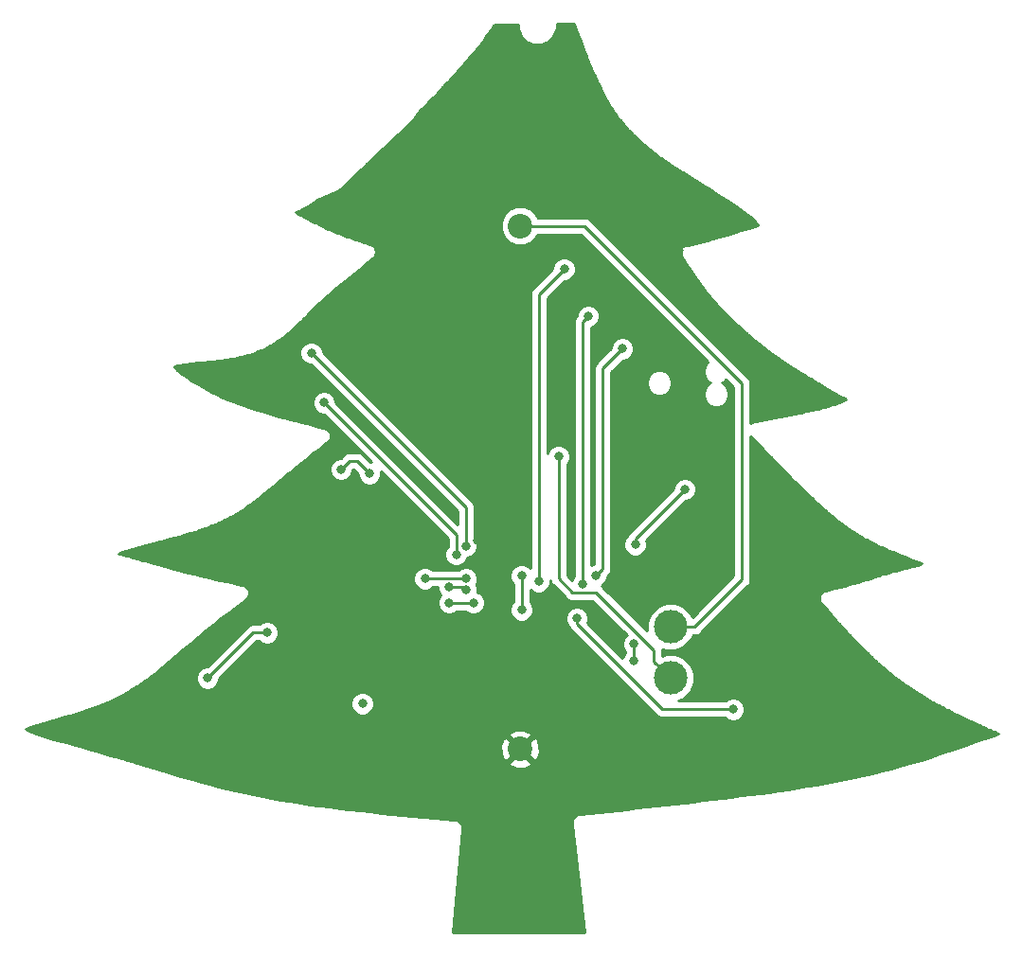
<source format=gbl>
G04 #@! TF.GenerationSoftware,KiCad,Pcbnew,5.0.1*
G04 #@! TF.CreationDate,2018-11-24T16:53:29-06:00*
G04 #@! TF.ProjectId,chrimbus,636872696D6275732E6B696361645F70,rev?*
G04 #@! TF.SameCoordinates,Original*
G04 #@! TF.FileFunction,Copper,L2,Bot,Signal*
G04 #@! TF.FilePolarity,Positive*
%FSLAX46Y46*%
G04 Gerber Fmt 4.6, Leading zero omitted, Abs format (unit mm)*
G04 Created by KiCad (PCBNEW 5.0.1) date Sat 24 Nov 2018 04:53:29 PM CST*
%MOMM*%
%LPD*%
G01*
G04 APERTURE LIST*
G04 #@! TA.AperFunction,ComponentPad*
%ADD10C,2.200000*%
G04 #@! TD*
G04 #@! TA.AperFunction,ComponentPad*
%ADD11C,3.000000*%
G04 #@! TD*
G04 #@! TA.AperFunction,ViaPad*
%ADD12C,0.800000*%
G04 #@! TD*
G04 #@! TA.AperFunction,Conductor*
%ADD13C,0.250000*%
G04 #@! TD*
G04 #@! TA.AperFunction,Conductor*
%ADD14C,0.254000*%
G04 #@! TD*
G04 APERTURE END LIST*
D10*
G04 #@! TO.P,BT1,2*
G04 #@! TO.N,GND*
X165608000Y-122174000D03*
G04 #@! TO.P,BT1,1*
G04 #@! TO.N,+1V5*
X165608000Y-75364000D03*
G04 #@! TD*
D11*
G04 #@! TO.P,SW1,1*
G04 #@! TO.N,+1V5*
X179070000Y-111224000D03*
G04 #@! TO.P,SW1,2*
G04 #@! TO.N,Net-(C1-Pad2)*
X179070000Y-115824000D03*
G04 #@! TD*
D12*
G04 #@! TO.N,Net-(C1-Pad2)*
X169037000Y-96012000D03*
G04 #@! TO.N,GND*
X163576000Y-85471000D03*
X162052000Y-90678000D03*
X169164000Y-88392000D03*
X180467000Y-91821000D03*
X183515000Y-95250000D03*
X161798000Y-103505000D03*
G04 #@! TO.N,+3V3*
X151511000Y-118110000D03*
X165735000Y-109728000D03*
X165735000Y-106680000D03*
G04 #@! TO.N,Net-(R12-Pad2)*
X137668000Y-115824000D03*
X143002000Y-111760000D03*
G04 #@! TO.N,/SCL*
X180340000Y-98933000D03*
X175895000Y-103886000D03*
G04 #@! TO.N,Net-(R5-Pad2)*
X146939000Y-86741000D03*
X160782000Y-104013000D03*
G04 #@! TO.N,Net-(R6-Pad2)*
X148082000Y-91186000D03*
X159893000Y-104775000D03*
G04 #@! TO.N,Net-(R7-Pad2)*
X157099000Y-106934000D03*
X160782000Y-106934000D03*
G04 #@! TO.N,Net-(R8-Pad2)*
X159295000Y-107696000D03*
X160782000Y-107950000D03*
G04 #@! TO.N,Net-(R9-Pad2)*
X152146000Y-97536000D03*
X149606000Y-97155000D03*
X159258000Y-109093000D03*
X161421653Y-109088347D03*
G04 #@! TO.N,Net-(R19-Pad2)*
X174752000Y-86360000D03*
X172339000Y-106680000D03*
G04 #@! TO.N,Net-(R18-Pad2)*
X171704000Y-83439000D03*
X171196000Y-107405000D03*
G04 #@! TO.N,Net-(R17-Pad2)*
X169545000Y-79248000D03*
X167259000Y-107188000D03*
G04 #@! TO.N,Net-(R16-Pad2)*
X175768000Y-114300000D03*
X175768000Y-112776000D03*
G04 #@! TO.N,Net-(R15-Pad2)*
X184658000Y-118618000D03*
X170688000Y-110490000D03*
G04 #@! TD*
D13*
G04 #@! TO.N,+1V5*
X181191320Y-111224000D02*
X185420000Y-106995320D01*
X179070000Y-111224000D02*
X181191320Y-111224000D01*
X171327002Y-75364000D02*
X165608000Y-75364000D01*
X185420000Y-89456998D02*
X171327002Y-75364000D01*
X185420000Y-106995320D02*
X185420000Y-89456998D01*
G04 #@! TO.N,Net-(C1-Pad2)*
X177570001Y-114324001D02*
X177570001Y-113308001D01*
X179070000Y-115824000D02*
X177570001Y-114324001D01*
X172392001Y-108130001D02*
X170233001Y-108130001D01*
X177570001Y-113308001D02*
X172392001Y-108130001D01*
X170233001Y-108130001D02*
X169037000Y-106934000D01*
X169037000Y-106934000D02*
X169037000Y-96012000D01*
G04 #@! TO.N,+3V3*
X165735000Y-109728000D02*
X165735000Y-106680000D01*
G04 #@! TO.N,Net-(R12-Pad2)*
X137668000Y-115824000D02*
X141732000Y-111760000D01*
X141732000Y-111760000D02*
X143002000Y-111760000D01*
G04 #@! TO.N,/SCL*
X180340000Y-98933000D02*
X175895000Y-103378000D01*
X175895000Y-103378000D02*
X175895000Y-103886000D01*
G04 #@! TO.N,Net-(R5-Pad2)*
X146939000Y-86741000D02*
X160782000Y-100584000D01*
X160782000Y-100584000D02*
X160782000Y-104013000D01*
G04 #@! TO.N,Net-(R6-Pad2)*
X148082000Y-91186000D02*
X159893000Y-102997000D01*
X159893000Y-102997000D02*
X159893000Y-104775000D01*
G04 #@! TO.N,Net-(R7-Pad2)*
X157099000Y-106934000D02*
X160782000Y-106934000D01*
G04 #@! TO.N,Net-(R8-Pad2)*
X159295000Y-107696000D02*
X160528000Y-107696000D01*
X160528000Y-107696000D02*
X160782000Y-107950000D01*
G04 #@! TO.N,Net-(R9-Pad2)*
X152146000Y-97536000D02*
X151003000Y-96393000D01*
X151003000Y-96393000D02*
X150368000Y-96393000D01*
X150368000Y-96393000D02*
X149606000Y-97155000D01*
X159258000Y-109093000D02*
X161417000Y-109093000D01*
X161417000Y-109093000D02*
X161421653Y-109088347D01*
G04 #@! TO.N,Net-(R19-Pad2)*
X174752000Y-86360000D02*
X172974000Y-88138000D01*
X172974000Y-88138000D02*
X172974000Y-106045000D01*
X172974000Y-106045000D02*
X172339000Y-106680000D01*
G04 #@! TO.N,Net-(R18-Pad2)*
X171704000Y-83439000D02*
X171196000Y-83947000D01*
X171196000Y-83947000D02*
X171196000Y-107405000D01*
G04 #@! TO.N,Net-(R17-Pad2)*
X169545000Y-79248000D02*
X167259000Y-81534000D01*
X167259000Y-81534000D02*
X167259000Y-107188000D01*
G04 #@! TO.N,Net-(R16-Pad2)*
X175768000Y-114300000D02*
X175768000Y-112776000D01*
G04 #@! TO.N,Net-(R15-Pad2)*
X184658000Y-118618000D02*
X178308000Y-118618000D01*
X178308000Y-118618000D02*
X170688000Y-110998000D01*
X170688000Y-110998000D02*
X170688000Y-110490000D01*
G04 #@! TD*
D14*
G04 #@! TO.N,GND*
G36*
X170534083Y-57614034D02*
X170843554Y-58435404D01*
X170843756Y-58436603D01*
X170869147Y-58503332D01*
X170894172Y-58569751D01*
X170894811Y-58570777D01*
X171174301Y-59305292D01*
X171174796Y-59308092D01*
X171200029Y-59372907D01*
X171224777Y-59437945D01*
X171226288Y-59440355D01*
X171499894Y-60143146D01*
X171500783Y-60147825D01*
X171526125Y-60210523D01*
X171550687Y-60273614D01*
X171553251Y-60277635D01*
X171819596Y-60936598D01*
X171820916Y-60942939D01*
X171846688Y-61003625D01*
X171871419Y-61064813D01*
X171874974Y-61070234D01*
X172134485Y-61681323D01*
X172136249Y-61688978D01*
X172162748Y-61747876D01*
X172188004Y-61807347D01*
X172192428Y-61813842D01*
X172447388Y-62380520D01*
X172449709Y-62389548D01*
X172477059Y-62446465D01*
X172502966Y-62504047D01*
X172508375Y-62511638D01*
X172761294Y-63037985D01*
X172764300Y-63048404D01*
X172792601Y-63103138D01*
X172819299Y-63158698D01*
X172825815Y-63167371D01*
X173079191Y-63657392D01*
X173083016Y-63669160D01*
X173112396Y-63721610D01*
X173140005Y-63775004D01*
X173147722Y-63784674D01*
X173404055Y-64242279D01*
X173408814Y-64255254D01*
X173439388Y-64305356D01*
X173468057Y-64356536D01*
X173477029Y-64367038D01*
X173738786Y-64795984D01*
X173744552Y-64809921D01*
X173776443Y-64857692D01*
X173806347Y-64906697D01*
X173816560Y-64917786D01*
X174086172Y-65321658D01*
X174092948Y-65336216D01*
X174126296Y-65381763D01*
X174157637Y-65428711D01*
X174168986Y-65440070D01*
X174448829Y-65822282D01*
X174456531Y-65837054D01*
X174491524Y-65880595D01*
X174524515Y-65925655D01*
X174536787Y-65936916D01*
X174829196Y-66300758D01*
X174837638Y-66315298D01*
X174874464Y-66357084D01*
X174909355Y-66400499D01*
X174922242Y-66411298D01*
X175229528Y-66759975D01*
X175238438Y-66773858D01*
X175277297Y-66814178D01*
X175314337Y-66856208D01*
X175327454Y-66866223D01*
X175651942Y-67202916D01*
X175660998Y-67215788D01*
X175702075Y-67254935D01*
X175741478Y-67295820D01*
X175754409Y-67304810D01*
X176098501Y-67632733D01*
X176107374Y-67644344D01*
X176150831Y-67682605D01*
X176192729Y-67722534D01*
X176205066Y-67730355D01*
X176571317Y-68052812D01*
X176579697Y-68063003D01*
X176625550Y-68100560D01*
X176670068Y-68139755D01*
X176681489Y-68146379D01*
X177072579Y-68466711D01*
X177080229Y-68475442D01*
X177128471Y-68512491D01*
X177175587Y-68551083D01*
X177185842Y-68556552D01*
X177604631Y-68878177D01*
X177611393Y-68885488D01*
X177661972Y-68922214D01*
X177711553Y-68960292D01*
X177720484Y-68964701D01*
X178169994Y-69291098D01*
X178175777Y-69297076D01*
X178228507Y-69333586D01*
X178280411Y-69371274D01*
X178287967Y-69374755D01*
X178771318Y-69709421D01*
X178776103Y-69714190D01*
X178830786Y-69750596D01*
X178884792Y-69787989D01*
X178890989Y-69790677D01*
X179411386Y-70137138D01*
X179415201Y-70140833D01*
X179471592Y-70177221D01*
X179527475Y-70214426D01*
X179532387Y-70216451D01*
X180093062Y-70578245D01*
X180095972Y-70581003D01*
X180153799Y-70617437D01*
X180211334Y-70654564D01*
X180215069Y-70656041D01*
X180819262Y-71036721D01*
X180821359Y-71038678D01*
X180880498Y-71075304D01*
X180939326Y-71112369D01*
X180942003Y-71113395D01*
X181592703Y-71516383D01*
X181593863Y-71517456D01*
X181654190Y-71554462D01*
X181714441Y-71591777D01*
X181715923Y-71592332D01*
X182472876Y-72056673D01*
X183310920Y-72574445D01*
X184136561Y-73098311D01*
X184916904Y-73617796D01*
X185617712Y-74120871D01*
X186202165Y-74591816D01*
X186628774Y-75004984D01*
X186851897Y-75304771D01*
X186853843Y-75310588D01*
X186831925Y-75327826D01*
X186378877Y-75494673D01*
X185776109Y-75656961D01*
X185772113Y-75657271D01*
X185706181Y-75675788D01*
X185640177Y-75693559D01*
X185636591Y-75695333D01*
X185087264Y-75849613D01*
X185077702Y-75850605D01*
X185017629Y-75869170D01*
X184957132Y-75886161D01*
X184948566Y-75890514D01*
X184378595Y-76066660D01*
X183760318Y-76255409D01*
X183128938Y-76435416D01*
X182486849Y-76611602D01*
X182422752Y-76628241D01*
X182374320Y-76640812D01*
X182325520Y-76653477D01*
X182287022Y-76663466D01*
X182241308Y-76675324D01*
X182201248Y-76685712D01*
X182162337Y-76695799D01*
X182119017Y-76707024D01*
X182078305Y-76717569D01*
X182035387Y-76728678D01*
X181994219Y-76739328D01*
X181955818Y-76749257D01*
X181914067Y-76760045D01*
X181870111Y-76771394D01*
X181830969Y-76781492D01*
X181789924Y-76792073D01*
X181747487Y-76803001D01*
X181707068Y-76813398D01*
X181665496Y-76824079D01*
X181626190Y-76834162D01*
X181582844Y-76845266D01*
X181542442Y-76855598D01*
X181500316Y-76866353D01*
X181460834Y-76876413D01*
X181418110Y-76887276D01*
X181378103Y-76897426D01*
X181337283Y-76907758D01*
X181295473Y-76918315D01*
X181254079Y-76928740D01*
X181214332Y-76938722D01*
X181172336Y-76949239D01*
X181132374Y-76959218D01*
X181089603Y-76969871D01*
X181049799Y-76979760D01*
X181008331Y-76990038D01*
X180967919Y-77000035D01*
X180924446Y-77010767D01*
X180886397Y-77020145D01*
X180842574Y-77030930D01*
X180800947Y-77041160D01*
X180761457Y-77050854D01*
X180718735Y-77061330D01*
X180678411Y-77071212D01*
X180659204Y-77075916D01*
X180621955Y-77073900D01*
X180519032Y-77110148D01*
X180056787Y-77219406D01*
X180011713Y-77239993D01*
X179977949Y-77276262D01*
X179960634Y-77322692D01*
X179962406Y-77372213D01*
X179974330Y-77403488D01*
X180046704Y-77537101D01*
X180002191Y-77630013D01*
X180000190Y-77666983D01*
X179987530Y-77701772D01*
X179992345Y-77811901D01*
X179986386Y-77921985D01*
X179998685Y-77956907D01*
X180000302Y-77993893D01*
X180046895Y-78093795D01*
X180059000Y-78128167D01*
X180066481Y-78140790D01*
X180066491Y-78140819D01*
X180073973Y-78153442D01*
X180073989Y-78153487D01*
X180077481Y-78159377D01*
X180123893Y-78258891D01*
X180151288Y-78283991D01*
X180157484Y-78294359D01*
X180157560Y-78294572D01*
X180165206Y-78307350D01*
X180165296Y-78307600D01*
X180172951Y-78320371D01*
X180173035Y-78320606D01*
X180180690Y-78333359D01*
X180180771Y-78333583D01*
X180188439Y-78346338D01*
X180188523Y-78346571D01*
X180196154Y-78359245D01*
X180196209Y-78359398D01*
X180200485Y-78366493D01*
X180200798Y-78367019D01*
X180200810Y-78367033D01*
X180203224Y-78371038D01*
X180203864Y-78372112D01*
X180203909Y-78372237D01*
X180206176Y-78375995D01*
X180208460Y-78379830D01*
X180208550Y-78379930D01*
X180209510Y-78381522D01*
X180211571Y-78384977D01*
X180211577Y-78384995D01*
X180211910Y-78385547D01*
X180216170Y-78392692D01*
X180216281Y-78392815D01*
X180223870Y-78405531D01*
X180224015Y-78405692D01*
X180231634Y-78418441D01*
X180231786Y-78418609D01*
X180239417Y-78431361D01*
X180239592Y-78431554D01*
X180247250Y-78444331D01*
X180247419Y-78444518D01*
X180255081Y-78457281D01*
X180255245Y-78457461D01*
X180262906Y-78470205D01*
X180263071Y-78470386D01*
X180270749Y-78483139D01*
X180270858Y-78483258D01*
X180278494Y-78495929D01*
X180278608Y-78496054D01*
X180286256Y-78508731D01*
X180286341Y-78508824D01*
X180293970Y-78521460D01*
X180294009Y-78521502D01*
X180301604Y-78534078D01*
X180301631Y-78534107D01*
X180308387Y-78545307D01*
X180316724Y-78559137D01*
X180324220Y-78571589D01*
X180330914Y-78582723D01*
X180338463Y-78595299D01*
X180345954Y-78607797D01*
X180353036Y-78619632D01*
X180360272Y-78631739D01*
X180368076Y-78644814D01*
X180374350Y-78655337D01*
X180382848Y-78669608D01*
X180389107Y-78680128D01*
X180397008Y-78693420D01*
X180404131Y-78705410D01*
X180409969Y-78715244D01*
X180420336Y-78732718D01*
X180425223Y-78740958D01*
X180426575Y-78743239D01*
X180438146Y-78769421D01*
X180463388Y-78805346D01*
X180485776Y-78843120D01*
X180504908Y-78864439D01*
X180516269Y-78880608D01*
X180549783Y-78928314D01*
X180590189Y-78985856D01*
X180624994Y-79035452D01*
X180662155Y-79088448D01*
X180698545Y-79140398D01*
X180734562Y-79191878D01*
X180770801Y-79243751D01*
X180806884Y-79295483D01*
X180842593Y-79346775D01*
X180878861Y-79398978D01*
X180914444Y-79450300D01*
X180950525Y-79502438D01*
X180986511Y-79554520D01*
X181022676Y-79606924D01*
X181057622Y-79657613D01*
X181092974Y-79708923D01*
X181125473Y-79756110D01*
X181125489Y-79756146D01*
X181161649Y-79808639D01*
X181161685Y-79808723D01*
X181190787Y-79850948D01*
X181197895Y-79861269D01*
X181197943Y-79861380D01*
X181225109Y-79900763D01*
X181234215Y-79913982D01*
X181234270Y-79914110D01*
X181260025Y-79951407D01*
X181270615Y-79966772D01*
X181270680Y-79966922D01*
X181295821Y-80003277D01*
X181307102Y-80019632D01*
X181307174Y-80019797D01*
X181331620Y-80055086D01*
X181343679Y-80072549D01*
X181343751Y-80072714D01*
X181351962Y-80084544D01*
X181352704Y-80085618D01*
X181352716Y-80085629D01*
X181367750Y-80107290D01*
X181380355Y-80125516D01*
X181380438Y-80125707D01*
X181388536Y-80137347D01*
X181389230Y-80138350D01*
X181389243Y-80138362D01*
X181404764Y-80160671D01*
X181417137Y-80178532D01*
X181417228Y-80178740D01*
X181424924Y-80189773D01*
X181425862Y-80191127D01*
X181425882Y-80191146D01*
X181441002Y-80212822D01*
X181454037Y-80231602D01*
X181454129Y-80231811D01*
X181460979Y-80241604D01*
X181462597Y-80243934D01*
X181462636Y-80243972D01*
X181477875Y-80265756D01*
X181491057Y-80284702D01*
X181491160Y-80284936D01*
X181498044Y-80294745D01*
X181499471Y-80296796D01*
X181499509Y-80296833D01*
X181514965Y-80318855D01*
X181528211Y-80337845D01*
X181528317Y-80338084D01*
X181534705Y-80347154D01*
X181536470Y-80349685D01*
X181536522Y-80349735D01*
X181551660Y-80371230D01*
X181565502Y-80391017D01*
X181565612Y-80391264D01*
X181571638Y-80399789D01*
X181573600Y-80402593D01*
X181573664Y-80402654D01*
X181589135Y-80424540D01*
X181602924Y-80444187D01*
X181603032Y-80444429D01*
X181608567Y-80452228D01*
X181610890Y-80455538D01*
X181610971Y-80455616D01*
X181626160Y-80477017D01*
X181640438Y-80497292D01*
X181640514Y-80497460D01*
X181644279Y-80502745D01*
X181648324Y-80508489D01*
X181648469Y-80508627D01*
X181662700Y-80528604D01*
X181677996Y-80550241D01*
X181678042Y-80550344D01*
X181680408Y-80553654D01*
X181685922Y-80561454D01*
X181686114Y-80561636D01*
X181700237Y-80581393D01*
X181715577Y-80603008D01*
X181715620Y-80603103D01*
X181717960Y-80606366D01*
X181723659Y-80614396D01*
X181723844Y-80614571D01*
X181738040Y-80634365D01*
X181753185Y-80655626D01*
X181753217Y-80655697D01*
X181755144Y-80658376D01*
X181761441Y-80667216D01*
X181761629Y-80667393D01*
X181775123Y-80686155D01*
X181790822Y-80708118D01*
X181790852Y-80708183D01*
X181792759Y-80710827D01*
X181799245Y-80719901D01*
X181799423Y-80720068D01*
X181813454Y-80739525D01*
X181828474Y-80760469D01*
X181828501Y-80760528D01*
X181830434Y-80763202D01*
X181837084Y-80772475D01*
X181837248Y-80772628D01*
X181850522Y-80790992D01*
X181866146Y-80812716D01*
X181866165Y-80812757D01*
X181867669Y-80814833D01*
X181874912Y-80824904D01*
X181875073Y-80825055D01*
X181888420Y-80843479D01*
X181903820Y-80864834D01*
X181903838Y-80864873D01*
X181905442Y-80867083D01*
X181912763Y-80877235D01*
X181912908Y-80877370D01*
X181926310Y-80895837D01*
X181941494Y-80916842D01*
X181941502Y-80916859D01*
X181942317Y-80917981D01*
X181950603Y-80929443D01*
X181950745Y-80929575D01*
X181963242Y-80946767D01*
X181979160Y-80968741D01*
X181979163Y-80968748D01*
X181979573Y-80969311D01*
X181988438Y-80981549D01*
X181988568Y-80981670D01*
X182001224Y-80999057D01*
X182026262Y-81033556D01*
X182026378Y-81033663D01*
X182037938Y-81049528D01*
X182064051Y-81085452D01*
X182064164Y-81085556D01*
X182074986Y-81100397D01*
X182101820Y-81137264D01*
X182101916Y-81137353D01*
X182112831Y-81152313D01*
X182139555Y-81188989D01*
X182139636Y-81189063D01*
X182147314Y-81199584D01*
X182177241Y-81240625D01*
X182177312Y-81240690D01*
X182184298Y-81250265D01*
X182198569Y-81275611D01*
X182226857Y-81308578D01*
X182252470Y-81343674D01*
X182273846Y-81363350D01*
X182296831Y-81390126D01*
X182302274Y-81396469D01*
X182302333Y-81396574D01*
X182331392Y-81430404D01*
X182344611Y-81445809D01*
X182344654Y-81445843D01*
X182349611Y-81451613D01*
X182354258Y-81457028D01*
X182354345Y-81457181D01*
X182380594Y-81487708D01*
X182396483Y-81506218D01*
X182396567Y-81506284D01*
X182401408Y-81511913D01*
X182406352Y-81517669D01*
X182406471Y-81517880D01*
X182431512Y-81546960D01*
X182448465Y-81566696D01*
X182448593Y-81566796D01*
X182453383Y-81572360D01*
X182458557Y-81578376D01*
X182458696Y-81578622D01*
X182481844Y-81605458D01*
X182500563Y-81627228D01*
X182500744Y-81627369D01*
X182505944Y-81633398D01*
X182510883Y-81639134D01*
X182511059Y-81639444D01*
X182534986Y-81667125D01*
X182552809Y-81687823D01*
X182553018Y-81687987D01*
X182558357Y-81694163D01*
X182563356Y-81699959D01*
X182563558Y-81700313D01*
X182586407Y-81726683D01*
X182605176Y-81748442D01*
X182605441Y-81748649D01*
X182610576Y-81754575D01*
X182615970Y-81760815D01*
X182616195Y-81761209D01*
X182638454Y-81786827D01*
X182657716Y-81809111D01*
X182658026Y-81809353D01*
X182663221Y-81815332D01*
X182668739Y-81821699D01*
X182668998Y-81822151D01*
X182691481Y-81847945D01*
X182710419Y-81869801D01*
X182710766Y-81870071D01*
X182716225Y-81876333D01*
X182721678Y-81882609D01*
X182721961Y-81883101D01*
X182743860Y-81908139D01*
X182763287Y-81930497D01*
X182763687Y-81930806D01*
X182769147Y-81937050D01*
X182774796Y-81943530D01*
X182775109Y-81944072D01*
X182797021Y-81969028D01*
X182816354Y-81991209D01*
X182816793Y-81991548D01*
X182822303Y-81997824D01*
X182828099Y-82004451D01*
X182828441Y-82005039D01*
X182850174Y-82029689D01*
X182869606Y-82051906D01*
X182870090Y-82052279D01*
X182875899Y-82058867D01*
X182881605Y-82065366D01*
X182881977Y-82066003D01*
X182903695Y-82090525D01*
X182923074Y-82112597D01*
X182923599Y-82113000D01*
X182929458Y-82119615D01*
X182935325Y-82126269D01*
X182935727Y-82126954D01*
X182957342Y-82151241D01*
X182976754Y-82173259D01*
X182977324Y-82173694D01*
X182983294Y-82180402D01*
X182989267Y-82187147D01*
X182989695Y-82187871D01*
X183011073Y-82211768D01*
X183030667Y-82233892D01*
X183031284Y-82234361D01*
X183037293Y-82241077D01*
X183043421Y-82247963D01*
X183043867Y-82248714D01*
X183064972Y-82272179D01*
X183084822Y-82294483D01*
X183085482Y-82294981D01*
X183091670Y-82301862D01*
X183097767Y-82308678D01*
X183098216Y-82309428D01*
X183118846Y-82332240D01*
X183139222Y-82355017D01*
X183139916Y-82355539D01*
X183145942Y-82362202D01*
X183152290Y-82369260D01*
X183152748Y-82370021D01*
X183173514Y-82392857D01*
X183193844Y-82415460D01*
X183194545Y-82415984D01*
X183200837Y-82422903D01*
X183206995Y-82429712D01*
X183207460Y-82430481D01*
X183228255Y-82453222D01*
X183248644Y-82475767D01*
X183249355Y-82476296D01*
X183255538Y-82483057D01*
X183261881Y-82490032D01*
X183262355Y-82490810D01*
X183283257Y-82513538D01*
X183303635Y-82535948D01*
X183304353Y-82536479D01*
X183310836Y-82543528D01*
X183316947Y-82550211D01*
X183317428Y-82550995D01*
X183338373Y-82573641D01*
X183358808Y-82595988D01*
X183359535Y-82596522D01*
X183365837Y-82603336D01*
X183372203Y-82610259D01*
X183372691Y-82611049D01*
X183393689Y-82633622D01*
X183414168Y-82655891D01*
X183414904Y-82656429D01*
X183421379Y-82663390D01*
X183427644Y-82670164D01*
X183428139Y-82670960D01*
X183449152Y-82693418D01*
X183469709Y-82715645D01*
X183470456Y-82716187D01*
X183476797Y-82722964D01*
X183483272Y-82729925D01*
X183483775Y-82730730D01*
X183504870Y-82753144D01*
X183525444Y-82775261D01*
X183526199Y-82775806D01*
X183532790Y-82782809D01*
X183539086Y-82789538D01*
X183539594Y-82790345D01*
X183560678Y-82812615D01*
X183581368Y-82834728D01*
X183582133Y-82835277D01*
X183588621Y-82842130D01*
X183595093Y-82849006D01*
X183595609Y-82849821D01*
X183616783Y-82872052D01*
X183637483Y-82894046D01*
X183638256Y-82894597D01*
X183644650Y-82901310D01*
X183651290Y-82908324D01*
X183651813Y-82909144D01*
X183672948Y-82931200D01*
X183693783Y-82953207D01*
X183694571Y-82953765D01*
X183701162Y-82960644D01*
X183707678Y-82967485D01*
X183708211Y-82968315D01*
X183729496Y-82990393D01*
X183750285Y-83012219D01*
X183751078Y-83012777D01*
X183757745Y-83019693D01*
X183764258Y-83026489D01*
X183764797Y-83027323D01*
X183786089Y-83049272D01*
X183806978Y-83071071D01*
X183807781Y-83071633D01*
X183814384Y-83078439D01*
X183821040Y-83085343D01*
X183821588Y-83086185D01*
X183842940Y-83108058D01*
X183863870Y-83129767D01*
X183864684Y-83130333D01*
X183871216Y-83137024D01*
X183878008Y-83144025D01*
X183878554Y-83144859D01*
X183899690Y-83166377D01*
X183920951Y-83188293D01*
X183921782Y-83188866D01*
X183928495Y-83195701D01*
X183935123Y-83202491D01*
X183935655Y-83203297D01*
X183956590Y-83224482D01*
X183978245Y-83246665D01*
X183979074Y-83247233D01*
X183985808Y-83254048D01*
X183992331Y-83260688D01*
X183992823Y-83261430D01*
X184013310Y-83282046D01*
X184035708Y-83304848D01*
X184036517Y-83305399D01*
X184043228Y-83312153D01*
X184049605Y-83318605D01*
X184050066Y-83319296D01*
X184070773Y-83340026D01*
X184093290Y-83362811D01*
X184094042Y-83363320D01*
X184100557Y-83369842D01*
X184106935Y-83376260D01*
X184107362Y-83376897D01*
X184128090Y-83397548D01*
X184150902Y-83420504D01*
X184151606Y-83420978D01*
X184158018Y-83427366D01*
X184164310Y-83433665D01*
X184164704Y-83434249D01*
X184185441Y-83454819D01*
X184208556Y-83477959D01*
X184209211Y-83478397D01*
X184215481Y-83484616D01*
X184221722Y-83490834D01*
X184222081Y-83491365D01*
X184242839Y-83511874D01*
X184266232Y-83535180D01*
X184266836Y-83535582D01*
X184273041Y-83541713D01*
X184279146Y-83547768D01*
X184279470Y-83548245D01*
X184300213Y-83568666D01*
X184323923Y-83592184D01*
X184324475Y-83592550D01*
X184330604Y-83598583D01*
X184336583Y-83604491D01*
X184336874Y-83604917D01*
X184357712Y-83625365D01*
X184381615Y-83648981D01*
X184382111Y-83649308D01*
X184388143Y-83655227D01*
X184394020Y-83661012D01*
X184394274Y-83661384D01*
X184414959Y-83681625D01*
X184439288Y-83705576D01*
X184439732Y-83705868D01*
X184445498Y-83711510D01*
X184451440Y-83717341D01*
X184451659Y-83717660D01*
X184472152Y-83737665D01*
X184496945Y-83761995D01*
X184497337Y-83762252D01*
X184503224Y-83767999D01*
X184508833Y-83773487D01*
X184509012Y-83773748D01*
X184529024Y-83793245D01*
X184554564Y-83818238D01*
X184554903Y-83818459D01*
X184560491Y-83823904D01*
X184566187Y-83829464D01*
X184566335Y-83829679D01*
X184586437Y-83849232D01*
X184612139Y-83874323D01*
X184612419Y-83874505D01*
X184617976Y-83879910D01*
X184623497Y-83885290D01*
X184623607Y-83885449D01*
X184642548Y-83903850D01*
X184669646Y-83930252D01*
X184669878Y-83930403D01*
X184675608Y-83935969D01*
X184680741Y-83940963D01*
X184680812Y-83941065D01*
X184698228Y-83957972D01*
X184727098Y-83986054D01*
X184727271Y-83986166D01*
X184732910Y-83991640D01*
X184737911Y-83996498D01*
X184737945Y-83996548D01*
X184752478Y-84010651D01*
X184784465Y-84041727D01*
X184784577Y-84041800D01*
X184790008Y-84047070D01*
X184803672Y-84060334D01*
X184810833Y-84070020D01*
X184855538Y-84110659D01*
X184898895Y-84152733D01*
X184909029Y-84159286D01*
X184925036Y-84173838D01*
X184925117Y-84173947D01*
X184977860Y-84221857D01*
X185032059Y-84271128D01*
X185032179Y-84271200D01*
X185039453Y-84277808D01*
X185039617Y-84278029D01*
X185093393Y-84326806D01*
X185146416Y-84374971D01*
X185146649Y-84375111D01*
X185154133Y-84381900D01*
X185154375Y-84382225D01*
X185207389Y-84430205D01*
X185261062Y-84478888D01*
X185261414Y-84479099D01*
X185269102Y-84486057D01*
X185269429Y-84486496D01*
X185322770Y-84534628D01*
X185376037Y-84582837D01*
X185376507Y-84583118D01*
X185384405Y-84590245D01*
X185384814Y-84590792D01*
X185438069Y-84638669D01*
X185491384Y-84686778D01*
X185491972Y-84687129D01*
X185500080Y-84694418D01*
X185500574Y-84695075D01*
X185553927Y-84742827D01*
X185607132Y-84790659D01*
X185607838Y-84791078D01*
X185616163Y-84798529D01*
X185616739Y-84799292D01*
X185670036Y-84846747D01*
X185723329Y-84894445D01*
X185724152Y-84894931D01*
X185732694Y-84902537D01*
X185733356Y-84903408D01*
X185786700Y-84950624D01*
X185840001Y-84998082D01*
X185840946Y-84998637D01*
X185849708Y-85006392D01*
X185850456Y-85007370D01*
X185904006Y-85054452D01*
X185957199Y-85101534D01*
X185958259Y-85102152D01*
X185967248Y-85110056D01*
X185968084Y-85111140D01*
X186021612Y-85157853D01*
X186074948Y-85204748D01*
X186076132Y-85205434D01*
X186085355Y-85213483D01*
X186086281Y-85214673D01*
X186139905Y-85261088D01*
X186193300Y-85307686D01*
X186194607Y-85308436D01*
X186204062Y-85316621D01*
X186205075Y-85317911D01*
X186258839Y-85364034D01*
X186312290Y-85410299D01*
X186313713Y-85411108D01*
X186323413Y-85419430D01*
X186324518Y-85420824D01*
X186378382Y-85466586D01*
X186431946Y-85512537D01*
X186433494Y-85513409D01*
X186443445Y-85521863D01*
X186444643Y-85523358D01*
X186498636Y-85568752D01*
X186552320Y-85614361D01*
X186553992Y-85615291D01*
X186564201Y-85623875D01*
X186565490Y-85625466D01*
X186619567Y-85670423D01*
X186673447Y-85715722D01*
X186675243Y-85716710D01*
X186685659Y-85725369D01*
X186686995Y-85726999D01*
X186741218Y-85771558D01*
X186795361Y-85816570D01*
X186797219Y-85817579D01*
X186807738Y-85826222D01*
X186809085Y-85827847D01*
X186863668Y-85872184D01*
X186917960Y-85916800D01*
X186919819Y-85917795D01*
X186930394Y-85926385D01*
X186931745Y-85927996D01*
X186986517Y-85971973D01*
X187041135Y-86016339D01*
X187042998Y-86017323D01*
X187053613Y-86025845D01*
X187054968Y-86027443D01*
X187109980Y-86071104D01*
X187164869Y-86115175D01*
X187166727Y-86116143D01*
X187177389Y-86124604D01*
X187178750Y-86126191D01*
X187234077Y-86169597D01*
X187289151Y-86213307D01*
X187291010Y-86214262D01*
X187301715Y-86222660D01*
X187303082Y-86224235D01*
X187358734Y-86267393D01*
X187413984Y-86310738D01*
X187415839Y-86311677D01*
X187426589Y-86320015D01*
X187427960Y-86321576D01*
X187483739Y-86364334D01*
X187539351Y-86407461D01*
X187541212Y-86408391D01*
X187552001Y-86416661D01*
X187553377Y-86418211D01*
X187609419Y-86460675D01*
X187665256Y-86503478D01*
X187667116Y-86504394D01*
X187677942Y-86512597D01*
X187679320Y-86514132D01*
X187735544Y-86556244D01*
X187791686Y-86598784D01*
X187793546Y-86599687D01*
X187804405Y-86607820D01*
X187805788Y-86609344D01*
X187862272Y-86651163D01*
X187918630Y-86693375D01*
X187920490Y-86694265D01*
X187931382Y-86702330D01*
X187932776Y-86703848D01*
X187989629Y-86745454D01*
X188046089Y-86787255D01*
X188047947Y-86788132D01*
X188058878Y-86796131D01*
X188060269Y-86797630D01*
X188117259Y-86838855D01*
X188174057Y-86880421D01*
X188175913Y-86881284D01*
X188186871Y-86889211D01*
X188188272Y-86890704D01*
X188245488Y-86931613D01*
X188302514Y-86972865D01*
X188304376Y-86973719D01*
X188315366Y-86981576D01*
X188316769Y-86983055D01*
X188374222Y-87023659D01*
X188431474Y-87064594D01*
X188433332Y-87065434D01*
X188444346Y-87073217D01*
X188445754Y-87074685D01*
X188503452Y-87114989D01*
X188560915Y-87155600D01*
X188562773Y-87156427D01*
X188573805Y-87164133D01*
X188575208Y-87165580D01*
X188633019Y-87205497D01*
X188690833Y-87245882D01*
X188692686Y-87246695D01*
X188703649Y-87254264D01*
X188704992Y-87255635D01*
X188763160Y-87295355D01*
X188821203Y-87335432D01*
X188822967Y-87336194D01*
X188833778Y-87343577D01*
X188835043Y-87344855D01*
X188893539Y-87384384D01*
X188951854Y-87424205D01*
X188953509Y-87424910D01*
X188964137Y-87432092D01*
X188965317Y-87433274D01*
X189024274Y-87472731D01*
X189082715Y-87512223D01*
X189084246Y-87512867D01*
X189094698Y-87519862D01*
X189095788Y-87520944D01*
X189154765Y-87560061D01*
X189213736Y-87599527D01*
X189215158Y-87600117D01*
X189225420Y-87606924D01*
X189226423Y-87607912D01*
X189285682Y-87646893D01*
X189344893Y-87686165D01*
X189346198Y-87686700D01*
X189356274Y-87693329D01*
X189357191Y-87694226D01*
X189416713Y-87733085D01*
X189476157Y-87772188D01*
X189477347Y-87772671D01*
X189487235Y-87779126D01*
X189488062Y-87779931D01*
X189547823Y-87818682D01*
X189607496Y-87857640D01*
X189608567Y-87858070D01*
X189618267Y-87864360D01*
X189619003Y-87865072D01*
X189678858Y-87903649D01*
X189738878Y-87942568D01*
X189739833Y-87942948D01*
X189749336Y-87949073D01*
X189749982Y-87949695D01*
X189810243Y-87988328D01*
X189870273Y-88027018D01*
X189871106Y-88027347D01*
X189880416Y-88033315D01*
X189880969Y-88033846D01*
X189941215Y-88072294D01*
X190001648Y-88111037D01*
X190002365Y-88111318D01*
X190011473Y-88117131D01*
X190011939Y-88117576D01*
X190072594Y-88156137D01*
X190132974Y-88194670D01*
X190133572Y-88194903D01*
X190142482Y-88200567D01*
X190142852Y-88200920D01*
X190203608Y-88239427D01*
X190264226Y-88277965D01*
X190264702Y-88278150D01*
X190273408Y-88283667D01*
X190273687Y-88283933D01*
X190334508Y-88322393D01*
X190395365Y-88360965D01*
X190395725Y-88361104D01*
X190404221Y-88366477D01*
X190404407Y-88366653D01*
X190465598Y-88405288D01*
X190526369Y-88443717D01*
X190526607Y-88443808D01*
X190534892Y-88449040D01*
X190534984Y-88449127D01*
X190595634Y-88487392D01*
X190657202Y-88526265D01*
X190657322Y-88526311D01*
X190673205Y-88536332D01*
X190680063Y-88542522D01*
X190734362Y-88574916D01*
X190787835Y-88608653D01*
X190796460Y-88611963D01*
X190859423Y-88649527D01*
X190976327Y-88719300D01*
X191092544Y-88788719D01*
X191209406Y-88858610D01*
X191325652Y-88928245D01*
X191441947Y-88998052D01*
X191558343Y-89068089D01*
X191674565Y-89138222D01*
X191790416Y-89208356D01*
X191906160Y-89278681D01*
X192021433Y-89349003D01*
X192137210Y-89419943D01*
X192252277Y-89490787D01*
X192367636Y-89562172D01*
X192482450Y-89633492D01*
X192538466Y-89668340D01*
X192538567Y-89668435D01*
X192600794Y-89707115D01*
X192655743Y-89741301D01*
X192656037Y-89741575D01*
X192717086Y-89779404D01*
X192773941Y-89814745D01*
X192774255Y-89815037D01*
X192835060Y-89852506D01*
X192892950Y-89888377D01*
X192893258Y-89888661D01*
X192953921Y-89925749D01*
X193012810Y-89962037D01*
X193013126Y-89962326D01*
X193073606Y-89998922D01*
X193133623Y-90035616D01*
X193133908Y-90035873D01*
X193194219Y-90071905D01*
X193254434Y-90108341D01*
X193254961Y-90108532D01*
X193255670Y-90109164D01*
X193315929Y-90144619D01*
X193375967Y-90180488D01*
X193377199Y-90180927D01*
X193378468Y-90182041D01*
X193438658Y-90216830D01*
X193498609Y-90252104D01*
X193500540Y-90252777D01*
X193502392Y-90254374D01*
X193562519Y-90288420D01*
X193622407Y-90323035D01*
X193625051Y-90323934D01*
X193627479Y-90325986D01*
X193687614Y-90359255D01*
X193747457Y-90393140D01*
X193750795Y-90394242D01*
X193753819Y-90396741D01*
X193814021Y-90429186D01*
X193873784Y-90462249D01*
X193877669Y-90463489D01*
X193877985Y-90463659D01*
X193881472Y-90466471D01*
X193941636Y-90497964D01*
X194001482Y-90530217D01*
X194005769Y-90531534D01*
X194006663Y-90532002D01*
X194010512Y-90535022D01*
X194070787Y-90565567D01*
X194130599Y-90596875D01*
X194135289Y-90598253D01*
X194136800Y-90599019D01*
X194141015Y-90602231D01*
X194201331Y-90631721D01*
X194261212Y-90662066D01*
X194266315Y-90663493D01*
X194268448Y-90664536D01*
X194273041Y-90667925D01*
X194333443Y-90696313D01*
X194393386Y-90725621D01*
X194398903Y-90727079D01*
X194401683Y-90728386D01*
X194406660Y-90731933D01*
X194467149Y-90759155D01*
X194527177Y-90787367D01*
X194533109Y-90788837D01*
X194536569Y-90790395D01*
X194541944Y-90794085D01*
X194602535Y-90820081D01*
X194662646Y-90847132D01*
X194668998Y-90848596D01*
X194673182Y-90850391D01*
X194678963Y-90854203D01*
X194739638Y-90878903D01*
X194765638Y-90890058D01*
X194714297Y-90911388D01*
X194512999Y-90992303D01*
X194311570Y-91070279D01*
X194109923Y-91145075D01*
X193907225Y-91216844D01*
X193702941Y-91285898D01*
X193497162Y-91352369D01*
X193289907Y-91416418D01*
X193081203Y-91478196D01*
X192871227Y-91537819D01*
X192659839Y-91595491D01*
X192447392Y-91651281D01*
X192233535Y-91705448D01*
X192018882Y-91758004D01*
X191803048Y-91809214D01*
X191586349Y-91859171D01*
X191368658Y-91908074D01*
X191150319Y-91956019D01*
X190931358Y-92003173D01*
X190711441Y-92049783D01*
X190491578Y-92095781D01*
X190271376Y-92141301D01*
X190050892Y-92186363D01*
X189830155Y-92230988D01*
X189609778Y-92275083D01*
X189388934Y-92318844D01*
X189168430Y-92362143D01*
X188947281Y-92405202D01*
X188726267Y-92447899D01*
X188504825Y-92490372D01*
X188283654Y-92532520D01*
X188062499Y-92574420D01*
X187839839Y-92616390D01*
X187619378Y-92657763D01*
X187397286Y-92699290D01*
X187174556Y-92740812D01*
X186955410Y-92781576D01*
X186734863Y-92822539D01*
X186513461Y-92863632D01*
X186373569Y-92887954D01*
X186307663Y-92929720D01*
X186235196Y-92958652D01*
X186185361Y-93007224D01*
X186180000Y-93010621D01*
X186180000Y-89531845D01*
X186194888Y-89456998D01*
X186180000Y-89382151D01*
X186180000Y-89382146D01*
X186135904Y-89160461D01*
X185967929Y-88909069D01*
X185904473Y-88866669D01*
X171917333Y-74879530D01*
X171874931Y-74816071D01*
X171623539Y-74648096D01*
X171401854Y-74604000D01*
X171401849Y-74604000D01*
X171327002Y-74589112D01*
X171252155Y-74604000D01*
X167171148Y-74604000D01*
X167078862Y-74381201D01*
X166590799Y-73893138D01*
X165953113Y-73629000D01*
X165262887Y-73629000D01*
X164625201Y-73893138D01*
X164137138Y-74381201D01*
X163873000Y-75018887D01*
X163873000Y-75709113D01*
X164137138Y-76346799D01*
X164625201Y-76834862D01*
X165262887Y-77099000D01*
X165953113Y-77099000D01*
X166590799Y-76834862D01*
X167078862Y-76346799D01*
X167171148Y-76124000D01*
X171012201Y-76124000D01*
X182404534Y-87516333D01*
X182171793Y-87749074D01*
X181999000Y-88166234D01*
X181999000Y-88617766D01*
X182171793Y-89034926D01*
X182491074Y-89354207D01*
X182620942Y-89408000D01*
X182491074Y-89461793D01*
X182171793Y-89781074D01*
X181999000Y-90198234D01*
X181999000Y-90649766D01*
X182171793Y-91066926D01*
X182491074Y-91386207D01*
X182908234Y-91559000D01*
X183359766Y-91559000D01*
X183776926Y-91386207D01*
X184096207Y-91066926D01*
X184269000Y-90649766D01*
X184269000Y-90198234D01*
X184096207Y-89781074D01*
X183776926Y-89461793D01*
X183647058Y-89408000D01*
X183776926Y-89354207D01*
X184009667Y-89121466D01*
X184660001Y-89771801D01*
X184660000Y-106680518D01*
X181010577Y-110329942D01*
X180879966Y-110014620D01*
X180279380Y-109414034D01*
X179494678Y-109089000D01*
X178645322Y-109089000D01*
X177860620Y-109414034D01*
X177260034Y-110014620D01*
X176935000Y-110799322D01*
X176935000Y-111598198D01*
X172982332Y-107645531D01*
X172939930Y-107582072D01*
X172911558Y-107563115D01*
X172925280Y-107557431D01*
X173216431Y-107266280D01*
X173374000Y-106885874D01*
X173374000Y-106719802D01*
X173458473Y-106635329D01*
X173521929Y-106592929D01*
X173689904Y-106341537D01*
X173734000Y-106119852D01*
X173734000Y-106119848D01*
X173748888Y-106045000D01*
X173734000Y-105970152D01*
X173734000Y-103680126D01*
X174860000Y-103680126D01*
X174860000Y-104091874D01*
X175017569Y-104472280D01*
X175308720Y-104763431D01*
X175689126Y-104921000D01*
X176100874Y-104921000D01*
X176481280Y-104763431D01*
X176772431Y-104472280D01*
X176930000Y-104091874D01*
X176930000Y-103680126D01*
X176853167Y-103494634D01*
X180379802Y-99968000D01*
X180545874Y-99968000D01*
X180926280Y-99810431D01*
X181217431Y-99519280D01*
X181375000Y-99138874D01*
X181375000Y-98727126D01*
X181217431Y-98346720D01*
X180926280Y-98055569D01*
X180545874Y-97898000D01*
X180134126Y-97898000D01*
X179753720Y-98055569D01*
X179462569Y-98346720D01*
X179305000Y-98727126D01*
X179305000Y-98893198D01*
X175410530Y-102787669D01*
X175347071Y-102830071D01*
X175179096Y-103081464D01*
X175165010Y-103152279D01*
X175017569Y-103299720D01*
X174860000Y-103680126D01*
X173734000Y-103680126D01*
X173734000Y-89182234D01*
X176919000Y-89182234D01*
X176919000Y-89633766D01*
X177091793Y-90050926D01*
X177411074Y-90370207D01*
X177828234Y-90543000D01*
X178279766Y-90543000D01*
X178696926Y-90370207D01*
X179016207Y-90050926D01*
X179189000Y-89633766D01*
X179189000Y-89182234D01*
X179016207Y-88765074D01*
X178696926Y-88445793D01*
X178279766Y-88273000D01*
X177828234Y-88273000D01*
X177411074Y-88445793D01*
X177091793Y-88765074D01*
X176919000Y-89182234D01*
X173734000Y-89182234D01*
X173734000Y-88452801D01*
X174791802Y-87395000D01*
X174957874Y-87395000D01*
X175338280Y-87237431D01*
X175629431Y-86946280D01*
X175787000Y-86565874D01*
X175787000Y-86154126D01*
X175629431Y-85773720D01*
X175338280Y-85482569D01*
X174957874Y-85325000D01*
X174546126Y-85325000D01*
X174165720Y-85482569D01*
X173874569Y-85773720D01*
X173717000Y-86154126D01*
X173717000Y-86320198D01*
X172489530Y-87547669D01*
X172426071Y-87590071D01*
X172258096Y-87841464D01*
X172214000Y-88063149D01*
X172214000Y-88063153D01*
X172199112Y-88138000D01*
X172214000Y-88212847D01*
X172214001Y-105645000D01*
X172133126Y-105645000D01*
X171956000Y-105718368D01*
X171956000Y-84454894D01*
X172290280Y-84316431D01*
X172581431Y-84025280D01*
X172739000Y-83644874D01*
X172739000Y-83233126D01*
X172581431Y-82852720D01*
X172290280Y-82561569D01*
X171909874Y-82404000D01*
X171498126Y-82404000D01*
X171117720Y-82561569D01*
X170826569Y-82852720D01*
X170669000Y-83233126D01*
X170669000Y-83385087D01*
X170648071Y-83399071D01*
X170480096Y-83650464D01*
X170436000Y-83872149D01*
X170436000Y-83872153D01*
X170421112Y-83947000D01*
X170436000Y-84021847D01*
X170436001Y-106701288D01*
X170318569Y-106818720D01*
X170224244Y-107046442D01*
X169797000Y-106619199D01*
X169797000Y-96715711D01*
X169914431Y-96598280D01*
X170072000Y-96217874D01*
X170072000Y-95806126D01*
X169914431Y-95425720D01*
X169623280Y-95134569D01*
X169242874Y-94977000D01*
X168831126Y-94977000D01*
X168450720Y-95134569D01*
X168159569Y-95425720D01*
X168019000Y-95765084D01*
X168019000Y-81848801D01*
X169584802Y-80283000D01*
X169750874Y-80283000D01*
X170131280Y-80125431D01*
X170422431Y-79834280D01*
X170580000Y-79453874D01*
X170580000Y-79042126D01*
X170422431Y-78661720D01*
X170131280Y-78370569D01*
X169750874Y-78213000D01*
X169339126Y-78213000D01*
X168958720Y-78370569D01*
X168667569Y-78661720D01*
X168510000Y-79042126D01*
X168510000Y-79208198D01*
X166774530Y-80943669D01*
X166711071Y-80986071D01*
X166543096Y-81237464D01*
X166499000Y-81459149D01*
X166499000Y-81459153D01*
X166484112Y-81534000D01*
X166499000Y-81608847D01*
X166499001Y-105980290D01*
X166321280Y-105802569D01*
X165940874Y-105645000D01*
X165529126Y-105645000D01*
X165148720Y-105802569D01*
X164857569Y-106093720D01*
X164700000Y-106474126D01*
X164700000Y-106885874D01*
X164857569Y-107266280D01*
X164975001Y-107383712D01*
X164975000Y-109024289D01*
X164857569Y-109141720D01*
X164700000Y-109522126D01*
X164700000Y-109933874D01*
X164857569Y-110314280D01*
X165148720Y-110605431D01*
X165529126Y-110763000D01*
X165940874Y-110763000D01*
X166321280Y-110605431D01*
X166612431Y-110314280D01*
X166770000Y-109933874D01*
X166770000Y-109522126D01*
X166612431Y-109141720D01*
X166495000Y-109024289D01*
X166495000Y-107887711D01*
X166672720Y-108065431D01*
X167053126Y-108223000D01*
X167464874Y-108223000D01*
X167845280Y-108065431D01*
X168136431Y-107774280D01*
X168294000Y-107393874D01*
X168294000Y-107094316D01*
X168321096Y-107230536D01*
X168489071Y-107481929D01*
X168552530Y-107524331D01*
X169642671Y-108614473D01*
X169685072Y-108677930D01*
X169748528Y-108720330D01*
X169936463Y-108845905D01*
X169959911Y-108850569D01*
X170158149Y-108890001D01*
X170158153Y-108890001D01*
X170233001Y-108904889D01*
X170307849Y-108890001D01*
X172077200Y-108890001D01*
X175133744Y-111946545D01*
X174890569Y-112189720D01*
X174733000Y-112570126D01*
X174733000Y-112981874D01*
X174890569Y-113362280D01*
X175008001Y-113479712D01*
X175008000Y-113596289D01*
X174890569Y-113713720D01*
X174769883Y-114005081D01*
X171646167Y-110881366D01*
X171723000Y-110695874D01*
X171723000Y-110284126D01*
X171565431Y-109903720D01*
X171274280Y-109612569D01*
X170893874Y-109455000D01*
X170482126Y-109455000D01*
X170101720Y-109612569D01*
X169810569Y-109903720D01*
X169653000Y-110284126D01*
X169653000Y-110695874D01*
X169810569Y-111076280D01*
X169958010Y-111223721D01*
X169972096Y-111294536D01*
X170140071Y-111545929D01*
X170203530Y-111588331D01*
X177717673Y-119102476D01*
X177760071Y-119165929D01*
X177823524Y-119208327D01*
X177823526Y-119208329D01*
X177931363Y-119280383D01*
X178011463Y-119333904D01*
X178233148Y-119378000D01*
X178233152Y-119378000D01*
X178307999Y-119392888D01*
X178382846Y-119378000D01*
X183954289Y-119378000D01*
X184071720Y-119495431D01*
X184452126Y-119653000D01*
X184863874Y-119653000D01*
X185244280Y-119495431D01*
X185535431Y-119204280D01*
X185693000Y-118823874D01*
X185693000Y-118412126D01*
X185535431Y-118031720D01*
X185244280Y-117740569D01*
X184863874Y-117583000D01*
X184452126Y-117583000D01*
X184071720Y-117740569D01*
X183954289Y-117858000D01*
X179738514Y-117858000D01*
X180279380Y-117633966D01*
X180879966Y-117033380D01*
X181205000Y-116248678D01*
X181205000Y-115399322D01*
X180879966Y-114614620D01*
X180279380Y-114014034D01*
X179494678Y-113689000D01*
X178645322Y-113689000D01*
X178330001Y-113819610D01*
X178330001Y-113382849D01*
X178344889Y-113308001D01*
X178330001Y-113233153D01*
X178330001Y-113233149D01*
X178328969Y-113227963D01*
X178645322Y-113359000D01*
X179494678Y-113359000D01*
X180279380Y-113033966D01*
X180879966Y-112433380D01*
X181066105Y-111984000D01*
X181116473Y-111984000D01*
X181191320Y-111998888D01*
X181266167Y-111984000D01*
X181266172Y-111984000D01*
X181487857Y-111939904D01*
X181739249Y-111771929D01*
X181781651Y-111708470D01*
X185904473Y-107585649D01*
X185967929Y-107543249D01*
X186135904Y-107291857D01*
X186180000Y-107070172D01*
X186180000Y-107070168D01*
X186194888Y-106995320D01*
X186180000Y-106920472D01*
X186180000Y-94166088D01*
X186370991Y-94366557D01*
X186371046Y-94366644D01*
X186421434Y-94419504D01*
X186470786Y-94471305D01*
X186470868Y-94471363D01*
X186680575Y-94691357D01*
X186680685Y-94691530D01*
X186731108Y-94744368D01*
X186780329Y-94796004D01*
X186780493Y-94796119D01*
X186990069Y-95015735D01*
X186990233Y-95015993D01*
X187040081Y-95068143D01*
X187089808Y-95120252D01*
X187090058Y-95120428D01*
X187299362Y-95339397D01*
X187299581Y-95339740D01*
X187349324Y-95391666D01*
X187399116Y-95443757D01*
X187399450Y-95443991D01*
X187608350Y-95662058D01*
X187608627Y-95662491D01*
X187658283Y-95714182D01*
X187708144Y-95766231D01*
X187708567Y-95766527D01*
X187916928Y-95983427D01*
X187917263Y-95983949D01*
X187966935Y-96035484D01*
X188016793Y-96087385D01*
X188017304Y-96087742D01*
X188224988Y-96303214D01*
X188225385Y-96303829D01*
X188275281Y-96355393D01*
X188324953Y-96406927D01*
X188325552Y-96407344D01*
X188532434Y-96621138D01*
X188532891Y-96621844D01*
X188582588Y-96672968D01*
X188632520Y-96724569D01*
X188633216Y-96725051D01*
X188839150Y-96936899D01*
X188839674Y-96937704D01*
X188889631Y-96988831D01*
X188939394Y-97040023D01*
X188940184Y-97040567D01*
X189145041Y-97250221D01*
X189145634Y-97251125D01*
X189195695Y-97302060D01*
X189245469Y-97353000D01*
X189246359Y-97353610D01*
X189450004Y-97560813D01*
X189450670Y-97561821D01*
X189500891Y-97612589D01*
X189550644Y-97663211D01*
X189551636Y-97663887D01*
X189753942Y-97868395D01*
X189754681Y-97869505D01*
X189804858Y-97919865D01*
X189854821Y-97970372D01*
X189855925Y-97971118D01*
X190056749Y-98172675D01*
X190057568Y-98173895D01*
X190107873Y-98223986D01*
X190157898Y-98274193D01*
X190159116Y-98275010D01*
X190358331Y-98473376D01*
X190359234Y-98474708D01*
X190409545Y-98524371D01*
X190459779Y-98574391D01*
X190461122Y-98575284D01*
X190658584Y-98770204D01*
X190659581Y-98771660D01*
X190710228Y-98821183D01*
X190760368Y-98870677D01*
X190761834Y-98871643D01*
X190957425Y-99062891D01*
X190958516Y-99064468D01*
X191009202Y-99113519D01*
X191059569Y-99162768D01*
X191061173Y-99163814D01*
X191254750Y-99351147D01*
X191255944Y-99352852D01*
X191306734Y-99401454D01*
X191357289Y-99450379D01*
X191359040Y-99451508D01*
X191550467Y-99634690D01*
X191551775Y-99636534D01*
X191602780Y-99684750D01*
X191653435Y-99733224D01*
X191655340Y-99734437D01*
X191844493Y-99913249D01*
X191845924Y-99915238D01*
X191897086Y-99962967D01*
X191947920Y-100011022D01*
X191949994Y-100012325D01*
X192136912Y-100186701D01*
X192138609Y-100189021D01*
X192189761Y-100236004D01*
X192240667Y-100283494D01*
X192243117Y-100285011D01*
X192428637Y-100455409D01*
X192430866Y-100458394D01*
X192481894Y-100504326D01*
X192532515Y-100550821D01*
X192535701Y-100552760D01*
X192721444Y-100719953D01*
X192724242Y-100723603D01*
X192775202Y-100768342D01*
X192825628Y-100813732D01*
X192829583Y-100816084D01*
X193016948Y-100980576D01*
X193020322Y-100984847D01*
X193071304Y-101028297D01*
X193121654Y-101072500D01*
X193126368Y-101075225D01*
X193316719Y-101237452D01*
X193320659Y-101242271D01*
X193371760Y-101284361D01*
X193422166Y-101327320D01*
X193427603Y-101330357D01*
X193622292Y-101490717D01*
X193626784Y-101496005D01*
X193678128Y-101536707D01*
X193728687Y-101578351D01*
X193734798Y-101581632D01*
X193935188Y-101740487D01*
X193940195Y-101746144D01*
X193991869Y-101785420D01*
X194042722Y-101825733D01*
X194049442Y-101829180D01*
X194256890Y-101986856D01*
X194262367Y-101992779D01*
X194314469Y-102030620D01*
X194365728Y-102069581D01*
X194372979Y-102073115D01*
X194588861Y-102229909D01*
X194594746Y-102235989D01*
X194647359Y-102272396D01*
X194699151Y-102310012D01*
X194706840Y-102313555D01*
X194932532Y-102469728D01*
X194938760Y-102475866D01*
X194992008Y-102510884D01*
X195044394Y-102547134D01*
X195052414Y-102550610D01*
X195289332Y-102706418D01*
X195295822Y-102712513D01*
X195349746Y-102746149D01*
X195402853Y-102781074D01*
X195411104Y-102784421D01*
X195660670Y-102940090D01*
X195667338Y-102946056D01*
X195722005Y-102978348D01*
X195775909Y-103011971D01*
X195784284Y-103015136D01*
X196047950Y-103170884D01*
X196054718Y-103176654D01*
X196110192Y-103207651D01*
X196164940Y-103239991D01*
X196173338Y-103242935D01*
X196452590Y-103398973D01*
X196459377Y-103404487D01*
X196515695Y-103434234D01*
X196571335Y-103465324D01*
X196579659Y-103468020D01*
X196876016Y-103624555D01*
X196882748Y-103629772D01*
X196939917Y-103658307D01*
X196996490Y-103688189D01*
X197004662Y-103690624D01*
X197319662Y-103847853D01*
X197326277Y-103852748D01*
X197384343Y-103880137D01*
X197441829Y-103908831D01*
X197449773Y-103911000D01*
X197784998Y-104069125D01*
X197791437Y-104073681D01*
X197850357Y-104099955D01*
X197908792Y-104127518D01*
X197916456Y-104129429D01*
X198273496Y-104288640D01*
X198279719Y-104292856D01*
X198339523Y-104318082D01*
X198398850Y-104344537D01*
X198406186Y-104346201D01*
X198786650Y-104506686D01*
X198792606Y-104510557D01*
X198853285Y-104534793D01*
X198913496Y-104560191D01*
X198920455Y-104561622D01*
X199324479Y-104722996D01*
X199328846Y-104725749D01*
X199391589Y-104749801D01*
X199454122Y-104774778D01*
X199459208Y-104775723D01*
X199877033Y-104935894D01*
X199877842Y-104936401D01*
X199944539Y-104961772D01*
X200011322Y-104987373D01*
X200012265Y-104987535D01*
X200489409Y-105169037D01*
X201003201Y-105369997D01*
X201461053Y-105561788D01*
X201505121Y-105582651D01*
X201128318Y-105691979D01*
X200618956Y-105824227D01*
X200153384Y-105939101D01*
X200152939Y-105939122D01*
X200083434Y-105956361D01*
X200013260Y-105973675D01*
X200012853Y-105973866D01*
X199617613Y-106071892D01*
X199612341Y-106072214D01*
X199547360Y-106089316D01*
X199482215Y-106105473D01*
X199477440Y-106107718D01*
X199108365Y-106204852D01*
X199101486Y-106205401D01*
X199038425Y-106223259D01*
X198975033Y-106239943D01*
X198968829Y-106242968D01*
X198635203Y-106337448D01*
X198629130Y-106338033D01*
X198565561Y-106357170D01*
X198501769Y-106375235D01*
X198496343Y-106378007D01*
X198194315Y-106468929D01*
X198189522Y-106469454D01*
X198125041Y-106489783D01*
X198060303Y-106509272D01*
X198056046Y-106511536D01*
X197779814Y-106598625D01*
X197776724Y-106598990D01*
X197710762Y-106620396D01*
X197644702Y-106641223D01*
X197641978Y-106642718D01*
X197385682Y-106725890D01*
X197384656Y-106726014D01*
X197316813Y-106748239D01*
X197248959Y-106770259D01*
X197248058Y-106770763D01*
X196936826Y-106872722D01*
X196564431Y-106993332D01*
X196192189Y-107109983D01*
X195811905Y-107223181D01*
X195420339Y-107333908D01*
X195018464Y-107442656D01*
X194607737Y-107549794D01*
X194189846Y-107655642D01*
X193766242Y-107760593D01*
X193338739Y-107864959D01*
X192947246Y-107959832D01*
X192842249Y-107973357D01*
X192743088Y-108030240D01*
X192640702Y-108077706D01*
X192628575Y-108080698D01*
X192583705Y-108101727D01*
X192550299Y-108138326D01*
X192533441Y-108184924D01*
X192534098Y-108189491D01*
X192518772Y-108209350D01*
X192441356Y-108293458D01*
X192430048Y-108324313D01*
X192409967Y-108350332D01*
X192380071Y-108460674D01*
X192340736Y-108568001D01*
X192342096Y-108600837D01*
X192333502Y-108632557D01*
X192348107Y-108745934D01*
X192352838Y-108860151D01*
X192366660Y-108889966D01*
X192370859Y-108922561D01*
X192427741Y-109021721D01*
X192475821Y-109125431D01*
X192553709Y-109197122D01*
X192781070Y-109457840D01*
X192781247Y-109458148D01*
X192828574Y-109512313D01*
X192875989Y-109566685D01*
X192876271Y-109566902D01*
X193083207Y-109803740D01*
X193083563Y-109804357D01*
X193130780Y-109858187D01*
X193177995Y-109912225D01*
X193178561Y-109912661D01*
X193386325Y-110149526D01*
X193386862Y-110150450D01*
X193434029Y-110203912D01*
X193481086Y-110257560D01*
X193481935Y-110258211D01*
X193690711Y-110494850D01*
X193691433Y-110496081D01*
X193738548Y-110549072D01*
X193785547Y-110602343D01*
X193786683Y-110603209D01*
X193996656Y-110839367D01*
X193997567Y-110840904D01*
X194044743Y-110893451D01*
X194091667Y-110946227D01*
X194093092Y-110947305D01*
X194304453Y-111182730D01*
X194305558Y-111184570D01*
X194352795Y-111236577D01*
X194399735Y-111288861D01*
X194401453Y-111290148D01*
X194614390Y-111524586D01*
X194615699Y-111526731D01*
X194663096Y-111578210D01*
X194710045Y-111629899D01*
X194712061Y-111631391D01*
X194926774Y-111864593D01*
X194928289Y-111867034D01*
X194975767Y-111917805D01*
X195022889Y-111968985D01*
X195025212Y-111970680D01*
X195241891Y-112202389D01*
X195243625Y-112205128D01*
X195291343Y-112255270D01*
X195338565Y-112305768D01*
X195341196Y-112307656D01*
X195560052Y-112537632D01*
X195562009Y-112540659D01*
X195609883Y-112589995D01*
X195657366Y-112639891D01*
X195660318Y-112641971D01*
X195881543Y-112869953D01*
X195883738Y-112873270D01*
X195931927Y-112921877D01*
X195979594Y-112971000D01*
X195982868Y-112973259D01*
X196206677Y-113199009D01*
X196209120Y-113202608D01*
X196257609Y-113250383D01*
X196305542Y-113298732D01*
X196309149Y-113301165D01*
X196535754Y-113524434D01*
X196538456Y-113528307D01*
X196587288Y-113575210D01*
X196635518Y-113622730D01*
X196639464Y-113625324D01*
X196869080Y-113845869D01*
X196872052Y-113850007D01*
X196921240Y-113895969D01*
X196969817Y-113942627D01*
X196974111Y-113945373D01*
X197206958Y-114162949D01*
X197210212Y-114167340D01*
X197259788Y-114212314D01*
X197308742Y-114258057D01*
X197313391Y-114260940D01*
X197549691Y-114475304D01*
X197553241Y-114479940D01*
X197603230Y-114523872D01*
X197652589Y-114568649D01*
X197657603Y-114571657D01*
X197897583Y-114782561D01*
X197901444Y-114787432D01*
X197951929Y-114830322D01*
X198001665Y-114874032D01*
X198007042Y-114877144D01*
X198250944Y-115084354D01*
X198255127Y-115089443D01*
X198306090Y-115131204D01*
X198356262Y-115173828D01*
X198362013Y-115177029D01*
X198610075Y-115380299D01*
X198614588Y-115385585D01*
X198666048Y-115426165D01*
X198716685Y-115467659D01*
X198722811Y-115470928D01*
X198975182Y-115669942D01*
X198979956Y-115675319D01*
X199031990Y-115714740D01*
X199083220Y-115755139D01*
X199089622Y-115758402D01*
X199346039Y-115952664D01*
X199350786Y-115957811D01*
X199403697Y-115996345D01*
X199455858Y-116035863D01*
X199462155Y-116038920D01*
X199722084Y-116228225D01*
X199726729Y-116233082D01*
X199780590Y-116270835D01*
X199833686Y-116309504D01*
X199839778Y-116312321D01*
X200102969Y-116496798D01*
X200107493Y-116501367D01*
X200162174Y-116538296D01*
X200216252Y-116576201D01*
X200222141Y-116578795D01*
X200488394Y-116758613D01*
X200492791Y-116762908D01*
X200548300Y-116799070D01*
X200603270Y-116836195D01*
X200608944Y-116838578D01*
X200878075Y-117013909D01*
X200882335Y-117017941D01*
X200938638Y-117053364D01*
X200994458Y-117089729D01*
X200999910Y-117091913D01*
X201271724Y-117262925D01*
X201275843Y-117266707D01*
X201332940Y-117301438D01*
X201389530Y-117337042D01*
X201394755Y-117339040D01*
X201669071Y-117505904D01*
X201673034Y-117509439D01*
X201730813Y-117543460D01*
X201788213Y-117578376D01*
X201793211Y-117580201D01*
X202069820Y-117743073D01*
X202073626Y-117746377D01*
X202132118Y-117779755D01*
X202190226Y-117813970D01*
X202194991Y-117815633D01*
X202473699Y-117974676D01*
X202477343Y-117977758D01*
X202536518Y-118010524D01*
X202595295Y-118044064D01*
X202599824Y-118045576D01*
X202880436Y-118200952D01*
X202883908Y-118203816D01*
X202943656Y-118235956D01*
X203003146Y-118268896D01*
X203007443Y-118270269D01*
X203289742Y-118422127D01*
X203293045Y-118424789D01*
X203353450Y-118456397D01*
X203413504Y-118488702D01*
X203417561Y-118489944D01*
X203701358Y-118638447D01*
X203704483Y-118640911D01*
X203765417Y-118671967D01*
X203826101Y-118703721D01*
X203829925Y-118704844D01*
X204114995Y-118850135D01*
X204117944Y-118852412D01*
X204179478Y-118882999D01*
X204240667Y-118914185D01*
X204244251Y-118915196D01*
X204530396Y-119057432D01*
X204533161Y-119059527D01*
X204595181Y-119089635D01*
X204656929Y-119120329D01*
X204660278Y-119121238D01*
X204947280Y-119260567D01*
X204949858Y-119262485D01*
X205012286Y-119292125D01*
X205074620Y-119322386D01*
X205077737Y-119323201D01*
X205365369Y-119459764D01*
X205367764Y-119461517D01*
X205430734Y-119490799D01*
X205493471Y-119520586D01*
X205496349Y-119521311D01*
X205784403Y-119655262D01*
X205786609Y-119656851D01*
X205849965Y-119685749D01*
X205913211Y-119715160D01*
X205915856Y-119715804D01*
X206204105Y-119847282D01*
X206206123Y-119848716D01*
X206269962Y-119877322D01*
X206333572Y-119906336D01*
X206335980Y-119906904D01*
X206624201Y-120036053D01*
X206626013Y-120037324D01*
X206690103Y-120065584D01*
X206754290Y-120094345D01*
X206756456Y-120094841D01*
X207044468Y-120221834D01*
X207046065Y-120222942D01*
X207110573Y-120250982D01*
X207175154Y-120279458D01*
X207177058Y-120279882D01*
X207464807Y-120404960D01*
X207466185Y-120405906D01*
X207531174Y-120433808D01*
X207596048Y-120462007D01*
X207597682Y-120462361D01*
X207885139Y-120585776D01*
X207886290Y-120586560D01*
X207951571Y-120614297D01*
X208016889Y-120642340D01*
X208018254Y-120642630D01*
X208305373Y-120764623D01*
X208306300Y-120765250D01*
X208318507Y-120770393D01*
X207661279Y-121009181D01*
X206855175Y-121299577D01*
X206048938Y-121586715D01*
X205242530Y-121869792D01*
X204435503Y-122148147D01*
X203627722Y-122421014D01*
X202819116Y-122687608D01*
X202009213Y-122947274D01*
X201198192Y-123199155D01*
X200385609Y-123442593D01*
X199571345Y-123676823D01*
X198755165Y-123901125D01*
X197936748Y-124114803D01*
X197115377Y-124317736D01*
X196291013Y-124510429D01*
X195463669Y-124693447D01*
X194633527Y-124867315D01*
X193800741Y-125032567D01*
X192965556Y-125189720D01*
X192127921Y-125339344D01*
X191288329Y-125481916D01*
X190446580Y-125618033D01*
X189603093Y-125748185D01*
X188758152Y-125872896D01*
X187911512Y-125992762D01*
X187063632Y-126108279D01*
X186214844Y-126219965D01*
X185364895Y-126328415D01*
X184514041Y-126434159D01*
X183662493Y-126537731D01*
X182810995Y-126639607D01*
X181959105Y-126740363D01*
X181107046Y-126840192D01*
X180256026Y-126939024D01*
X179404604Y-127037101D01*
X178552567Y-127134518D01*
X177702495Y-127231054D01*
X176850442Y-127327232D01*
X175998915Y-127422837D01*
X175147589Y-127517982D01*
X174296219Y-127612767D01*
X173443162Y-127707446D01*
X172593743Y-127801502D01*
X171753371Y-127894413D01*
X170964182Y-127981598D01*
X170890679Y-127975231D01*
X170820275Y-127997496D01*
X170820249Y-127997499D01*
X170756319Y-128017722D01*
X170611886Y-128063399D01*
X170611863Y-128063419D01*
X170611833Y-128063428D01*
X170499814Y-128157604D01*
X170388057Y-128251544D01*
X170388043Y-128251571D01*
X170388019Y-128251591D01*
X170322775Y-128377214D01*
X170253266Y-128511023D01*
X170253263Y-128511053D01*
X170253249Y-128511081D01*
X170240849Y-128654371D01*
X170234402Y-128728802D01*
X170234405Y-128728830D01*
X170228039Y-128802392D01*
X170250291Y-128872735D01*
X171324069Y-138599720D01*
X159608237Y-138599720D01*
X160446555Y-129365010D01*
X160467409Y-129294557D01*
X160459644Y-129220823D01*
X160459674Y-129220494D01*
X160452151Y-129149667D01*
X160436786Y-129003764D01*
X160436621Y-129003460D01*
X160436585Y-129003122D01*
X160367204Y-128875671D01*
X160297213Y-128746826D01*
X160296946Y-128746610D01*
X160296782Y-128746309D01*
X160183502Y-128654783D01*
X160069938Y-128562858D01*
X160069609Y-128562761D01*
X160069342Y-128562545D01*
X159928849Y-128521096D01*
X159860332Y-128500816D01*
X159860004Y-128500786D01*
X159788891Y-128479806D01*
X159715826Y-128487567D01*
X158836689Y-128406963D01*
X157886933Y-128319428D01*
X156938593Y-128231108D01*
X155992501Y-128141621D01*
X155049698Y-128050610D01*
X154110389Y-127957635D01*
X153175504Y-127862329D01*
X152245447Y-127764268D01*
X151321386Y-127663117D01*
X150403634Y-127558443D01*
X149493031Y-127449877D01*
X148590170Y-127337020D01*
X147695632Y-127219469D01*
X146810437Y-127096887D01*
X145935024Y-126968857D01*
X145070054Y-126834991D01*
X144216372Y-126694935D01*
X143374668Y-126548314D01*
X142545479Y-126394729D01*
X141729615Y-126233827D01*
X140927796Y-126065251D01*
X140140249Y-125888555D01*
X139364815Y-125703416D01*
X138596615Y-125509659D01*
X137831442Y-125307310D01*
X137064641Y-125096277D01*
X136292043Y-124876598D01*
X135508975Y-124648175D01*
X134711696Y-124411183D01*
X133895561Y-124165543D01*
X133053905Y-123910561D01*
X132258171Y-123669240D01*
X132257810Y-123669047D01*
X132188623Y-123648148D01*
X132120015Y-123627341D01*
X132119611Y-123627301D01*
X131363386Y-123398868D01*
X164562737Y-123398868D01*
X164673641Y-123676099D01*
X165319593Y-123919323D01*
X166009453Y-123896836D01*
X166542359Y-123676099D01*
X166653263Y-123398868D01*
X165608000Y-122353605D01*
X164562737Y-123398868D01*
X131363386Y-123398868D01*
X131359833Y-123397795D01*
X131359070Y-123397391D01*
X131290708Y-123376915D01*
X131222072Y-123356182D01*
X131221208Y-123356098D01*
X130425776Y-123117846D01*
X130424654Y-123117256D01*
X130356349Y-123097051D01*
X130288299Y-123076668D01*
X130287040Y-123076548D01*
X129451787Y-122829472D01*
X129450364Y-122828732D01*
X129382447Y-122808961D01*
X129314499Y-122788861D01*
X129312899Y-122788715D01*
X128433670Y-122532763D01*
X128431993Y-122531901D01*
X128364212Y-122512542D01*
X128296476Y-122492824D01*
X128294596Y-122492660D01*
X127367212Y-122227797D01*
X127365330Y-122226844D01*
X127297689Y-122207941D01*
X127230034Y-122188619D01*
X127227927Y-122188446D01*
X126248930Y-121914861D01*
X126247562Y-121914175D01*
X126179201Y-121895375D01*
X126144198Y-121885593D01*
X163862677Y-121885593D01*
X163885164Y-122575453D01*
X164105901Y-123108359D01*
X164383132Y-123219263D01*
X165428395Y-122174000D01*
X165787605Y-122174000D01*
X166832868Y-123219263D01*
X167110099Y-123108359D01*
X167353323Y-122462407D01*
X167330836Y-121772547D01*
X167110099Y-121239641D01*
X166832868Y-121128737D01*
X165787605Y-122174000D01*
X165428395Y-122174000D01*
X164383132Y-121128737D01*
X164105901Y-121239641D01*
X163862677Y-121885593D01*
X126144198Y-121885593D01*
X126110969Y-121876307D01*
X126109444Y-121876191D01*
X125019290Y-121576383D01*
X123875654Y-121254378D01*
X122869544Y-120949132D01*
X164562737Y-120949132D01*
X165608000Y-121994395D01*
X166653263Y-120949132D01*
X166542359Y-120671901D01*
X165896407Y-120428677D01*
X165206547Y-120451164D01*
X164673641Y-120671901D01*
X164562737Y-120949132D01*
X122869544Y-120949132D01*
X122817911Y-120933467D01*
X121921134Y-120620752D01*
X121426949Y-120401729D01*
X122120765Y-120131460D01*
X123055175Y-119831508D01*
X124137232Y-119513738D01*
X125233276Y-119196080D01*
X125238317Y-119195577D01*
X125302716Y-119175954D01*
X125367457Y-119157191D01*
X125371960Y-119154856D01*
X126422731Y-118834683D01*
X126434496Y-118833127D01*
X126491879Y-118813613D01*
X126549866Y-118795944D01*
X126560327Y-118790336D01*
X127578794Y-118443987D01*
X127597793Y-118440458D01*
X127647199Y-118420725D01*
X127697564Y-118403597D01*
X127714292Y-118393927D01*
X128649500Y-118020392D01*
X128670593Y-118015177D01*
X128716568Y-117993604D01*
X128763755Y-117974757D01*
X128781983Y-117962910D01*
X128907260Y-117904126D01*
X150476000Y-117904126D01*
X150476000Y-118315874D01*
X150633569Y-118696280D01*
X150924720Y-118987431D01*
X151305126Y-119145000D01*
X151716874Y-119145000D01*
X152097280Y-118987431D01*
X152388431Y-118696280D01*
X152546000Y-118315874D01*
X152546000Y-117904126D01*
X152388431Y-117523720D01*
X152097280Y-117232569D01*
X151716874Y-117075000D01*
X151305126Y-117075000D01*
X150924720Y-117232569D01*
X150633569Y-117523720D01*
X150476000Y-117904126D01*
X128907260Y-117904126D01*
X129627206Y-117566305D01*
X129648002Y-117559844D01*
X129692596Y-117535622D01*
X129738550Y-117514059D01*
X129756085Y-117501137D01*
X130521400Y-117085444D01*
X130541033Y-117078102D01*
X130584897Y-117050954D01*
X130630206Y-117026344D01*
X130646312Y-117012944D01*
X131343140Y-116581674D01*
X131360734Y-116574034D01*
X131404578Y-116543650D01*
X131449935Y-116515578D01*
X131463962Y-116502496D01*
X132103585Y-116059231D01*
X132118381Y-116052008D01*
X132162996Y-116018058D01*
X132209052Y-115986141D01*
X132220489Y-115974309D01*
X132688566Y-115618126D01*
X136633000Y-115618126D01*
X136633000Y-116029874D01*
X136790569Y-116410280D01*
X137081720Y-116701431D01*
X137462126Y-116859000D01*
X137873874Y-116859000D01*
X138254280Y-116701431D01*
X138545431Y-116410280D01*
X138703000Y-116029874D01*
X138703000Y-115863801D01*
X142046802Y-112520000D01*
X142298289Y-112520000D01*
X142415720Y-112637431D01*
X142796126Y-112795000D01*
X143207874Y-112795000D01*
X143588280Y-112637431D01*
X143879431Y-112346280D01*
X144037000Y-111965874D01*
X144037000Y-111554126D01*
X143879431Y-111173720D01*
X143588280Y-110882569D01*
X143207874Y-110725000D01*
X142796126Y-110725000D01*
X142415720Y-110882569D01*
X142298289Y-111000000D01*
X141806847Y-111000000D01*
X141732000Y-110985112D01*
X141657153Y-111000000D01*
X141657148Y-111000000D01*
X141435463Y-111044096D01*
X141184071Y-111212071D01*
X141141671Y-111275527D01*
X137628199Y-114789000D01*
X137462126Y-114789000D01*
X137081720Y-114946569D01*
X136790569Y-115237720D01*
X136633000Y-115618126D01*
X132688566Y-115618126D01*
X132814228Y-115522504D01*
X132825629Y-115516438D01*
X132871752Y-115478731D01*
X132919162Y-115442655D01*
X132927716Y-115432980D01*
X133486941Y-114975803D01*
X133494559Y-114971516D01*
X133542890Y-114930064D01*
X133592250Y-114889711D01*
X133597815Y-114882956D01*
X134133970Y-114423109D01*
X134137607Y-114421008D01*
X134188822Y-114376065D01*
X134240666Y-114331599D01*
X134243266Y-114328287D01*
X134823016Y-113819528D01*
X135456325Y-113265113D01*
X136105321Y-112711042D01*
X136775356Y-112155566D01*
X137464704Y-111597907D01*
X138170330Y-111038323D01*
X138889196Y-110477061D01*
X139618006Y-109914551D01*
X140354008Y-109350786D01*
X141011833Y-108848799D01*
X141051640Y-108833262D01*
X141127127Y-108760818D01*
X141151630Y-108742120D01*
X141179238Y-108710808D01*
X141262607Y-108630800D01*
X141275298Y-108601860D01*
X141296198Y-108578156D01*
X141333633Y-108468835D01*
X141380037Y-108363015D01*
X141380687Y-108331421D01*
X141390924Y-108301525D01*
X141383674Y-108186206D01*
X141386051Y-108070676D01*
X141374561Y-108041237D01*
X141372578Y-108009701D01*
X141321750Y-107905936D01*
X141279734Y-107798289D01*
X141257853Y-107775488D01*
X141243952Y-107747110D01*
X141157283Y-107670694D01*
X141077273Y-107587322D01*
X141048332Y-107574631D01*
X141024628Y-107553731D01*
X140915304Y-107516295D01*
X140877080Y-107499533D01*
X140846984Y-107492900D01*
X140747997Y-107459004D01*
X140705347Y-107461685D01*
X140320077Y-107376777D01*
X139833030Y-107269201D01*
X139348263Y-107161654D01*
X138864551Y-107053630D01*
X138382144Y-106944944D01*
X137902313Y-106835647D01*
X137436429Y-106728126D01*
X156064000Y-106728126D01*
X156064000Y-107139874D01*
X156221569Y-107520280D01*
X156512720Y-107811431D01*
X156893126Y-107969000D01*
X157304874Y-107969000D01*
X157685280Y-107811431D01*
X157802711Y-107694000D01*
X158260000Y-107694000D01*
X158260000Y-107901874D01*
X158417569Y-108282280D01*
X158511289Y-108376000D01*
X158380569Y-108506720D01*
X158223000Y-108887126D01*
X158223000Y-109298874D01*
X158380569Y-109679280D01*
X158671720Y-109970431D01*
X159052126Y-110128000D01*
X159463874Y-110128000D01*
X159844280Y-109970431D01*
X159961711Y-109853000D01*
X160722595Y-109853000D01*
X160835373Y-109965778D01*
X161215779Y-110123347D01*
X161627527Y-110123347D01*
X162007933Y-109965778D01*
X162299084Y-109674627D01*
X162456653Y-109294221D01*
X162456653Y-108882473D01*
X162299084Y-108502067D01*
X162007933Y-108210916D01*
X161817000Y-108131829D01*
X161817000Y-107744126D01*
X161691856Y-107442000D01*
X161817000Y-107139874D01*
X161817000Y-106728126D01*
X161659431Y-106347720D01*
X161368280Y-106056569D01*
X160987874Y-105899000D01*
X160576126Y-105899000D01*
X160195720Y-106056569D01*
X160078289Y-106174000D01*
X157802711Y-106174000D01*
X157685280Y-106056569D01*
X157304874Y-105899000D01*
X156893126Y-105899000D01*
X156512720Y-106056569D01*
X156221569Y-106347720D01*
X156064000Y-106728126D01*
X137436429Y-106728126D01*
X137424769Y-106725435D01*
X136950363Y-106614270D01*
X136479018Y-106501893D01*
X136011470Y-106388243D01*
X135547531Y-106273031D01*
X135088108Y-106156243D01*
X134633276Y-106037658D01*
X134183109Y-105917070D01*
X133735386Y-105794139D01*
X133287054Y-105668711D01*
X132834584Y-105540517D01*
X132375783Y-105409669D01*
X131977254Y-105295923D01*
X131976842Y-105295712D01*
X131907873Y-105276121D01*
X131838487Y-105256317D01*
X131838022Y-105256279D01*
X131496664Y-105159313D01*
X131495809Y-105158878D01*
X131427003Y-105139525D01*
X131358320Y-105120015D01*
X131357365Y-105119938D01*
X131000961Y-105019693D01*
X130999713Y-105019064D01*
X130931327Y-105000107D01*
X130862940Y-104980872D01*
X130861545Y-104980763D01*
X130488081Y-104877237D01*
X130487175Y-104876784D01*
X130418398Y-104857921D01*
X130349543Y-104838834D01*
X130348531Y-104838759D01*
X129896594Y-104714808D01*
X129723294Y-104664340D01*
X130058224Y-104548002D01*
X130594779Y-104381117D01*
X131195122Y-104208157D01*
X131846053Y-104029849D01*
X132535423Y-103846409D01*
X133181377Y-103676313D01*
X133181952Y-103676277D01*
X133251206Y-103657925D01*
X133320821Y-103639594D01*
X133321341Y-103639340D01*
X133912823Y-103482604D01*
X133914879Y-103482463D01*
X133982790Y-103464063D01*
X134050777Y-103446047D01*
X134052627Y-103445141D01*
X134648621Y-103283659D01*
X134652223Y-103283378D01*
X134718401Y-103264753D01*
X134784865Y-103246745D01*
X134788106Y-103245136D01*
X135377918Y-103079140D01*
X135383270Y-103078644D01*
X135447511Y-103059554D01*
X135512099Y-103041377D01*
X135516895Y-103038937D01*
X136090162Y-102868587D01*
X136097635Y-102867741D01*
X136159474Y-102847991D01*
X136221728Y-102829492D01*
X136228383Y-102825983D01*
X136775022Y-102651400D01*
X136785047Y-102649986D01*
X136843899Y-102629402D01*
X136903290Y-102610434D01*
X136912148Y-102605531D01*
X137421643Y-102427332D01*
X137433146Y-102425338D01*
X137489885Y-102403464D01*
X137547281Y-102383389D01*
X137557336Y-102377460D01*
X138026511Y-102196581D01*
X138038550Y-102194080D01*
X138093955Y-102170579D01*
X138150121Y-102148926D01*
X138160512Y-102142349D01*
X138591985Y-101959335D01*
X138604401Y-101956306D01*
X138658537Y-101931106D01*
X138713501Y-101907793D01*
X138724065Y-101900604D01*
X139121236Y-101715727D01*
X139133833Y-101712178D01*
X139186773Y-101685221D01*
X139240624Y-101660154D01*
X139251182Y-101652424D01*
X139617366Y-101465962D01*
X139629904Y-101461943D01*
X139681774Y-101433165D01*
X139734643Y-101406244D01*
X139744986Y-101398094D01*
X140083398Y-101210340D01*
X140095612Y-101205948D01*
X140146619Y-101175265D01*
X140198649Y-101146398D01*
X140208548Y-101138011D01*
X140522331Y-100949255D01*
X140533925Y-100944639D01*
X140584269Y-100911996D01*
X140635693Y-100881062D01*
X140644928Y-100872665D01*
X140937132Y-100683201D01*
X140947818Y-100678552D01*
X140997764Y-100643888D01*
X141048820Y-100610783D01*
X141057180Y-100602650D01*
X141330801Y-100412747D01*
X141340320Y-100408280D01*
X141390190Y-100371529D01*
X141441097Y-100336197D01*
X141448402Y-100328630D01*
X141706413Y-100138489D01*
X141714533Y-100134433D01*
X141764627Y-100095588D01*
X141815654Y-100057984D01*
X141821769Y-100051278D01*
X142067127Y-99861018D01*
X142073667Y-99857587D01*
X142124274Y-99816704D01*
X142175698Y-99776828D01*
X142180540Y-99771249D01*
X142416192Y-99580879D01*
X142421028Y-99578249D01*
X142472499Y-99535391D01*
X142524533Y-99493355D01*
X142528054Y-99489132D01*
X142756985Y-99298508D01*
X142760044Y-99296807D01*
X142812587Y-99252210D01*
X142865550Y-99208109D01*
X142867751Y-99205388D01*
X143092962Y-99014233D01*
X143094230Y-99013522D01*
X143148038Y-98967487D01*
X143202227Y-98921492D01*
X143203134Y-98920349D01*
X143482845Y-98681041D01*
X143820060Y-98393417D01*
X144164700Y-98102961D01*
X144518002Y-97808982D01*
X144879613Y-97511447D01*
X145248653Y-97210759D01*
X145624331Y-96907244D01*
X146005921Y-96601178D01*
X146392608Y-96292905D01*
X146783183Y-95983080D01*
X147177390Y-95671604D01*
X147574385Y-95358839D01*
X147974084Y-95044552D01*
X148279378Y-94804727D01*
X148305121Y-94795468D01*
X148393668Y-94714946D01*
X148429754Y-94686599D01*
X148447110Y-94666348D01*
X148521450Y-94598746D01*
X148541455Y-94556268D01*
X148572005Y-94520622D01*
X148603217Y-94425120D01*
X148646030Y-94334211D01*
X148648256Y-94287312D01*
X148662840Y-94242689D01*
X148655129Y-94142509D01*
X148659893Y-94042139D01*
X148644003Y-93997960D01*
X148640400Y-93951151D01*
X148594940Y-93861550D01*
X148560931Y-93766995D01*
X148529342Y-93732258D01*
X148508101Y-93690392D01*
X148431811Y-93625007D01*
X148364208Y-93550667D01*
X148321732Y-93530663D01*
X148286083Y-93500110D01*
X148190580Y-93468898D01*
X148166446Y-93457532D01*
X148121906Y-93446454D01*
X148008150Y-93409276D01*
X147980875Y-93411375D01*
X147581446Y-93312027D01*
X147067710Y-93183769D01*
X146555248Y-93054873D01*
X146044468Y-92924964D01*
X145535929Y-92793711D01*
X145030036Y-92660746D01*
X144526806Y-92525598D01*
X144026722Y-92387922D01*
X143530370Y-92247403D01*
X143037979Y-92103634D01*
X142549958Y-91956257D01*
X142066712Y-91804921D01*
X141588610Y-91649264D01*
X141115913Y-91488893D01*
X140649213Y-91323527D01*
X140188744Y-91152771D01*
X139734830Y-90976262D01*
X139288377Y-90793849D01*
X138848990Y-90604388D01*
X138415305Y-90405907D01*
X137985409Y-90196187D01*
X137557283Y-89972927D01*
X137128991Y-89733844D01*
X136698516Y-89476560D01*
X136263914Y-89198687D01*
X135823287Y-88897818D01*
X135376695Y-88572918D01*
X134947076Y-88236337D01*
X134659850Y-87976775D01*
X135059900Y-87876840D01*
X135594140Y-87784952D01*
X136220806Y-87703603D01*
X136913653Y-87628366D01*
X137578150Y-87560548D01*
X137580219Y-87560733D01*
X137650124Y-87553203D01*
X137720111Y-87546060D01*
X137722097Y-87545450D01*
X138337621Y-87479145D01*
X138344042Y-87479606D01*
X138409523Y-87471400D01*
X138475162Y-87464329D01*
X138481307Y-87462403D01*
X139100897Y-87384754D01*
X139112241Y-87385220D01*
X139172635Y-87375764D01*
X139233284Y-87368163D01*
X139244056Y-87364581D01*
X139850010Y-87269703D01*
X139867461Y-87269597D01*
X139921420Y-87258522D01*
X139975810Y-87250006D01*
X139992184Y-87243998D01*
X140565172Y-87126395D01*
X140586885Y-87124984D01*
X140635929Y-87111872D01*
X140685671Y-87101663D01*
X140705727Y-87093212D01*
X141233955Y-86951993D01*
X141256699Y-86949093D01*
X141303759Y-86933331D01*
X141351676Y-86920521D01*
X141372234Y-86910397D01*
X141856384Y-86748243D01*
X141879498Y-86743787D01*
X141924880Y-86725302D01*
X141971341Y-86709741D01*
X141991773Y-86698055D01*
X142391775Y-86535126D01*
X145904000Y-86535126D01*
X145904000Y-86946874D01*
X146061569Y-87327280D01*
X146352720Y-87618431D01*
X146733126Y-87776000D01*
X146899199Y-87776000D01*
X160022000Y-100898803D01*
X160022000Y-102051198D01*
X149117000Y-91146199D01*
X149117000Y-90980126D01*
X148959431Y-90599720D01*
X148668280Y-90308569D01*
X148287874Y-90151000D01*
X147876126Y-90151000D01*
X147495720Y-90308569D01*
X147204569Y-90599720D01*
X147047000Y-90980126D01*
X147047000Y-91391874D01*
X147204569Y-91772280D01*
X147495720Y-92063431D01*
X147876126Y-92221000D01*
X148042199Y-92221000D01*
X152322198Y-96501000D01*
X152185802Y-96501000D01*
X151593331Y-95908530D01*
X151550929Y-95845071D01*
X151299537Y-95677096D01*
X151077852Y-95633000D01*
X151077847Y-95633000D01*
X151003000Y-95618112D01*
X150928153Y-95633000D01*
X150442848Y-95633000D01*
X150368000Y-95618112D01*
X150293152Y-95633000D01*
X150293148Y-95633000D01*
X150119605Y-95667520D01*
X150071462Y-95677096D01*
X149967344Y-95746666D01*
X149820071Y-95845071D01*
X149777671Y-95908527D01*
X149566198Y-96120000D01*
X149400126Y-96120000D01*
X149019720Y-96277569D01*
X148728569Y-96568720D01*
X148571000Y-96949126D01*
X148571000Y-97360874D01*
X148728569Y-97741280D01*
X149019720Y-98032431D01*
X149400126Y-98190000D01*
X149811874Y-98190000D01*
X150192280Y-98032431D01*
X150483431Y-97741280D01*
X150641000Y-97360874D01*
X150641000Y-97194802D01*
X150682802Y-97153000D01*
X150688199Y-97153000D01*
X151111000Y-97575802D01*
X151111000Y-97741874D01*
X151268569Y-98122280D01*
X151559720Y-98413431D01*
X151940126Y-98571000D01*
X152351874Y-98571000D01*
X152732280Y-98413431D01*
X153023431Y-98122280D01*
X153181000Y-97741874D01*
X153181000Y-97359802D01*
X159133000Y-103311803D01*
X159133001Y-104071288D01*
X159015569Y-104188720D01*
X158858000Y-104569126D01*
X158858000Y-104980874D01*
X159015569Y-105361280D01*
X159306720Y-105652431D01*
X159687126Y-105810000D01*
X160098874Y-105810000D01*
X160479280Y-105652431D01*
X160770431Y-105361280D01*
X160900196Y-105048000D01*
X160987874Y-105048000D01*
X161368280Y-104890431D01*
X161659431Y-104599280D01*
X161817000Y-104218874D01*
X161817000Y-103807126D01*
X161659431Y-103426720D01*
X161542000Y-103309289D01*
X161542000Y-100658846D01*
X161556888Y-100583999D01*
X161542000Y-100509152D01*
X161542000Y-100509148D01*
X161497904Y-100287463D01*
X161432127Y-100189021D01*
X161372329Y-100099526D01*
X161372327Y-100099524D01*
X161329929Y-100036071D01*
X161266476Y-99993673D01*
X147974000Y-86701199D01*
X147974000Y-86535126D01*
X147816431Y-86154720D01*
X147525280Y-85863569D01*
X147144874Y-85706000D01*
X146733126Y-85706000D01*
X146352720Y-85863569D01*
X146061569Y-86154720D01*
X145904000Y-86535126D01*
X142391775Y-86535126D01*
X142435525Y-86517306D01*
X142458401Y-86511359D01*
X142502432Y-86490053D01*
X142547718Y-86471607D01*
X142567442Y-86458596D01*
X142974476Y-86261637D01*
X142996446Y-86254434D01*
X143039496Y-86230175D01*
X143083981Y-86208649D01*
X143102430Y-86194710D01*
X143476304Y-85984027D01*
X143496736Y-85975957D01*
X143539246Y-85948559D01*
X143583295Y-85923736D01*
X143599959Y-85909427D01*
X143944236Y-85687532D01*
X143962584Y-85679101D01*
X144004963Y-85648392D01*
X144048953Y-85620039D01*
X144063465Y-85605999D01*
X144381716Y-85375383D01*
X144397567Y-85367152D01*
X144440239Y-85332975D01*
X144484489Y-85300910D01*
X144496624Y-85287815D01*
X144792495Y-85050846D01*
X144805577Y-85043362D01*
X144848905Y-85005666D01*
X144893730Y-84969765D01*
X144903429Y-84958230D01*
X145180584Y-84717103D01*
X145190749Y-84710844D01*
X145235105Y-84669669D01*
X145280795Y-84629918D01*
X145288104Y-84620470D01*
X145550207Y-84377162D01*
X145557410Y-84372494D01*
X145603208Y-84327962D01*
X145650023Y-84284504D01*
X145655053Y-84277550D01*
X145905751Y-84033782D01*
X145909990Y-84030951D01*
X145957614Y-83983352D01*
X146005893Y-83936408D01*
X146008784Y-83932210D01*
X146251644Y-83689480D01*
X146252948Y-83688601D01*
X146302905Y-83638247D01*
X146352935Y-83588243D01*
X146353807Y-83586939D01*
X146643312Y-83295129D01*
X146983902Y-82955373D01*
X147330395Y-82618566D01*
X147685488Y-82282713D01*
X148049127Y-81947193D01*
X148420566Y-81612037D01*
X148799186Y-81277159D01*
X149184346Y-80942484D01*
X149575329Y-80607998D01*
X149971522Y-80273594D01*
X150372100Y-79939338D01*
X150776629Y-79604968D01*
X151184214Y-79270601D01*
X151594372Y-78936009D01*
X152005950Y-78601510D01*
X152413742Y-78270706D01*
X152523189Y-78185543D01*
X152563375Y-78114839D01*
X152615325Y-78052266D01*
X152634925Y-77988953D01*
X152667674Y-77931333D01*
X152677743Y-77850636D01*
X152701794Y-77772945D01*
X152695673Y-77706948D01*
X152703879Y-77641181D01*
X152682300Y-77562772D01*
X152674789Y-77481794D01*
X152643878Y-77423164D01*
X152626292Y-77359264D01*
X152576351Y-77295083D01*
X152538421Y-77223139D01*
X152487426Y-77180801D01*
X152446726Y-77128496D01*
X152376020Y-77088309D01*
X152313449Y-77036360D01*
X152180961Y-76995346D01*
X151998365Y-76934737D01*
X151809493Y-76871960D01*
X151621015Y-76809145D01*
X151432929Y-76746210D01*
X151245972Y-76683315D01*
X151059222Y-76620069D01*
X150874006Y-76556838D01*
X150689544Y-76493273D01*
X150506162Y-76429402D01*
X150324307Y-76365301D01*
X150143742Y-76300802D01*
X149964529Y-76235845D01*
X149787192Y-76170537D01*
X149611471Y-76104704D01*
X149437627Y-76038357D01*
X149265792Y-75971467D01*
X149096042Y-75903981D01*
X148928409Y-75835831D01*
X148763199Y-75767059D01*
X148600395Y-75697577D01*
X148440217Y-75627399D01*
X148282703Y-75556460D01*
X148127996Y-75484746D01*
X147976087Y-75412173D01*
X147826278Y-75338393D01*
X147677159Y-75262955D01*
X147527919Y-75185749D01*
X147377526Y-75106554D01*
X147225383Y-75025384D01*
X147070318Y-74941955D01*
X146975531Y-74890755D01*
X146975481Y-74890714D01*
X146911578Y-74856211D01*
X146848207Y-74821981D01*
X146848146Y-74821962D01*
X146812875Y-74802919D01*
X146812336Y-74802474D01*
X146749134Y-74768503D01*
X146686096Y-74734467D01*
X146685429Y-74734262D01*
X146645339Y-74712713D01*
X146644347Y-74711901D01*
X146581544Y-74678423D01*
X146518944Y-74644776D01*
X146517720Y-74644402D01*
X146472203Y-74620139D01*
X146470800Y-74619001D01*
X146408286Y-74586067D01*
X146346039Y-74552886D01*
X146344312Y-74552364D01*
X146292755Y-74525203D01*
X146290983Y-74523784D01*
X146228822Y-74491521D01*
X146166681Y-74458784D01*
X146164498Y-74458136D01*
X146106305Y-74427933D01*
X146104211Y-74426281D01*
X146042009Y-74394562D01*
X145980169Y-74362466D01*
X145977612Y-74361724D01*
X145912140Y-74328338D01*
X145909771Y-74326500D01*
X145847660Y-74295457D01*
X145785835Y-74263931D01*
X145782951Y-74263117D01*
X145709561Y-74226437D01*
X145706966Y-74224460D01*
X145644879Y-74194110D01*
X145582982Y-74163174D01*
X145579831Y-74162312D01*
X145556362Y-74150839D01*
X145582726Y-74140064D01*
X145647291Y-74114267D01*
X145649747Y-74112670D01*
X145760934Y-74067225D01*
X145770736Y-74065046D01*
X145827872Y-74039865D01*
X145885655Y-74016248D01*
X145894028Y-74010710D01*
X146003388Y-73962514D01*
X146017963Y-73958645D01*
X146069528Y-73933365D01*
X146122071Y-73910209D01*
X146134417Y-73901553D01*
X146231220Y-73854096D01*
X146245864Y-73849552D01*
X146296121Y-73822278D01*
X146347448Y-73797115D01*
X146359631Y-73787812D01*
X146441245Y-73743521D01*
X146454985Y-73738657D01*
X146504758Y-73709053D01*
X146555673Y-73681422D01*
X146566884Y-73672101D01*
X146634774Y-73631722D01*
X146646921Y-73626934D01*
X146696890Y-73594776D01*
X146747979Y-73564390D01*
X146757686Y-73555652D01*
X146813448Y-73519767D01*
X146823324Y-73515539D01*
X146874248Y-73480639D01*
X146926159Y-73447232D01*
X146933884Y-73439768D01*
X146979055Y-73408811D01*
X146986102Y-73405619D01*
X147038718Y-73367922D01*
X147092098Y-73331339D01*
X147097502Y-73325806D01*
X147133663Y-73299899D01*
X147137476Y-73298119D01*
X147192485Y-73257756D01*
X147247931Y-73218031D01*
X147250807Y-73214961D01*
X147279684Y-73193772D01*
X147280075Y-73193589D01*
X147337942Y-73151024D01*
X147396058Y-73108381D01*
X147396351Y-73108061D01*
X147466254Y-73056643D01*
X149276580Y-72252054D01*
X149311417Y-72229065D01*
X151089417Y-70578065D01*
X151090344Y-70577196D01*
X151201282Y-70472097D01*
X151242602Y-70442870D01*
X151296380Y-70404842D01*
X151356090Y-70362629D01*
X151405675Y-70327582D01*
X151459804Y-70289328D01*
X151460837Y-70288598D01*
X151528782Y-70258214D01*
X151628991Y-70152269D01*
X151729043Y-70046845D01*
X151729272Y-70046248D01*
X151729711Y-70045784D01*
X151774192Y-69929340D01*
X155916344Y-66005196D01*
X155928024Y-65992519D01*
X156635986Y-65110906D01*
X156823035Y-64921548D01*
X156824607Y-64920472D01*
X156873813Y-64870144D01*
X156923434Y-64819910D01*
X156924486Y-64818314D01*
X157292580Y-64441823D01*
X157294304Y-64440628D01*
X157343159Y-64390090D01*
X157392323Y-64339804D01*
X157393469Y-64338046D01*
X157757815Y-63961146D01*
X157759688Y-63959831D01*
X157808043Y-63909187D01*
X157856843Y-63858706D01*
X157858085Y-63856777D01*
X158218356Y-63479455D01*
X158220384Y-63478011D01*
X158268313Y-63427134D01*
X158316614Y-63376547D01*
X158317950Y-63374444D01*
X158673831Y-62996674D01*
X158676012Y-62995096D01*
X158723397Y-62944058D01*
X158771253Y-62893259D01*
X158772684Y-62890972D01*
X159123849Y-62512739D01*
X159126189Y-62511019D01*
X159173077Y-62459717D01*
X159220378Y-62408770D01*
X159221901Y-62406297D01*
X159568036Y-62027577D01*
X159570535Y-62025707D01*
X159616896Y-61974117D01*
X159663604Y-61923012D01*
X159665217Y-61920346D01*
X160006017Y-61541108D01*
X160008672Y-61539084D01*
X160054337Y-61487339D01*
X160100550Y-61435913D01*
X160102257Y-61433037D01*
X160437532Y-61053116D01*
X160440510Y-61050798D01*
X160485426Y-60998846D01*
X160530832Y-60947393D01*
X160532728Y-60944133D01*
X160862717Y-60562447D01*
X160866374Y-60559524D01*
X160909992Y-60507765D01*
X160954335Y-60456475D01*
X160956651Y-60452397D01*
X161281677Y-60066707D01*
X161286032Y-60063117D01*
X161328263Y-60011427D01*
X161371330Y-59960321D01*
X161374059Y-59955372D01*
X161694133Y-59563600D01*
X161699121Y-59559338D01*
X161739862Y-59507628D01*
X161781573Y-59456574D01*
X161784657Y-59450773D01*
X162099702Y-59050909D01*
X162105249Y-59045973D01*
X162144459Y-58994102D01*
X162184704Y-58943022D01*
X162188073Y-58936405D01*
X162497989Y-58526417D01*
X162503997Y-58520828D01*
X162541580Y-58468750D01*
X162580338Y-58417478D01*
X162583917Y-58410087D01*
X162888561Y-57987955D01*
X162894931Y-57981737D01*
X162930864Y-57929338D01*
X162968071Y-57877782D01*
X162971774Y-57869681D01*
X163270982Y-57433364D01*
X163277603Y-57426561D01*
X163297204Y-57396346D01*
X165397000Y-57363016D01*
X165397000Y-57749113D01*
X165661138Y-58386799D01*
X166149201Y-58874862D01*
X166786887Y-59139000D01*
X167477113Y-59139000D01*
X168114799Y-58874862D01*
X168602862Y-58386799D01*
X168867000Y-57749113D01*
X168867000Y-57307937D01*
X170409271Y-57283456D01*
X170534083Y-57614034D01*
X170534083Y-57614034D01*
G37*
X170534083Y-57614034D02*
X170843554Y-58435404D01*
X170843756Y-58436603D01*
X170869147Y-58503332D01*
X170894172Y-58569751D01*
X170894811Y-58570777D01*
X171174301Y-59305292D01*
X171174796Y-59308092D01*
X171200029Y-59372907D01*
X171224777Y-59437945D01*
X171226288Y-59440355D01*
X171499894Y-60143146D01*
X171500783Y-60147825D01*
X171526125Y-60210523D01*
X171550687Y-60273614D01*
X171553251Y-60277635D01*
X171819596Y-60936598D01*
X171820916Y-60942939D01*
X171846688Y-61003625D01*
X171871419Y-61064813D01*
X171874974Y-61070234D01*
X172134485Y-61681323D01*
X172136249Y-61688978D01*
X172162748Y-61747876D01*
X172188004Y-61807347D01*
X172192428Y-61813842D01*
X172447388Y-62380520D01*
X172449709Y-62389548D01*
X172477059Y-62446465D01*
X172502966Y-62504047D01*
X172508375Y-62511638D01*
X172761294Y-63037985D01*
X172764300Y-63048404D01*
X172792601Y-63103138D01*
X172819299Y-63158698D01*
X172825815Y-63167371D01*
X173079191Y-63657392D01*
X173083016Y-63669160D01*
X173112396Y-63721610D01*
X173140005Y-63775004D01*
X173147722Y-63784674D01*
X173404055Y-64242279D01*
X173408814Y-64255254D01*
X173439388Y-64305356D01*
X173468057Y-64356536D01*
X173477029Y-64367038D01*
X173738786Y-64795984D01*
X173744552Y-64809921D01*
X173776443Y-64857692D01*
X173806347Y-64906697D01*
X173816560Y-64917786D01*
X174086172Y-65321658D01*
X174092948Y-65336216D01*
X174126296Y-65381763D01*
X174157637Y-65428711D01*
X174168986Y-65440070D01*
X174448829Y-65822282D01*
X174456531Y-65837054D01*
X174491524Y-65880595D01*
X174524515Y-65925655D01*
X174536787Y-65936916D01*
X174829196Y-66300758D01*
X174837638Y-66315298D01*
X174874464Y-66357084D01*
X174909355Y-66400499D01*
X174922242Y-66411298D01*
X175229528Y-66759975D01*
X175238438Y-66773858D01*
X175277297Y-66814178D01*
X175314337Y-66856208D01*
X175327454Y-66866223D01*
X175651942Y-67202916D01*
X175660998Y-67215788D01*
X175702075Y-67254935D01*
X175741478Y-67295820D01*
X175754409Y-67304810D01*
X176098501Y-67632733D01*
X176107374Y-67644344D01*
X176150831Y-67682605D01*
X176192729Y-67722534D01*
X176205066Y-67730355D01*
X176571317Y-68052812D01*
X176579697Y-68063003D01*
X176625550Y-68100560D01*
X176670068Y-68139755D01*
X176681489Y-68146379D01*
X177072579Y-68466711D01*
X177080229Y-68475442D01*
X177128471Y-68512491D01*
X177175587Y-68551083D01*
X177185842Y-68556552D01*
X177604631Y-68878177D01*
X177611393Y-68885488D01*
X177661972Y-68922214D01*
X177711553Y-68960292D01*
X177720484Y-68964701D01*
X178169994Y-69291098D01*
X178175777Y-69297076D01*
X178228507Y-69333586D01*
X178280411Y-69371274D01*
X178287967Y-69374755D01*
X178771318Y-69709421D01*
X178776103Y-69714190D01*
X178830786Y-69750596D01*
X178884792Y-69787989D01*
X178890989Y-69790677D01*
X179411386Y-70137138D01*
X179415201Y-70140833D01*
X179471592Y-70177221D01*
X179527475Y-70214426D01*
X179532387Y-70216451D01*
X180093062Y-70578245D01*
X180095972Y-70581003D01*
X180153799Y-70617437D01*
X180211334Y-70654564D01*
X180215069Y-70656041D01*
X180819262Y-71036721D01*
X180821359Y-71038678D01*
X180880498Y-71075304D01*
X180939326Y-71112369D01*
X180942003Y-71113395D01*
X181592703Y-71516383D01*
X181593863Y-71517456D01*
X181654190Y-71554462D01*
X181714441Y-71591777D01*
X181715923Y-71592332D01*
X182472876Y-72056673D01*
X183310920Y-72574445D01*
X184136561Y-73098311D01*
X184916904Y-73617796D01*
X185617712Y-74120871D01*
X186202165Y-74591816D01*
X186628774Y-75004984D01*
X186851897Y-75304771D01*
X186853843Y-75310588D01*
X186831925Y-75327826D01*
X186378877Y-75494673D01*
X185776109Y-75656961D01*
X185772113Y-75657271D01*
X185706181Y-75675788D01*
X185640177Y-75693559D01*
X185636591Y-75695333D01*
X185087264Y-75849613D01*
X185077702Y-75850605D01*
X185017629Y-75869170D01*
X184957132Y-75886161D01*
X184948566Y-75890514D01*
X184378595Y-76066660D01*
X183760318Y-76255409D01*
X183128938Y-76435416D01*
X182486849Y-76611602D01*
X182422752Y-76628241D01*
X182374320Y-76640812D01*
X182325520Y-76653477D01*
X182287022Y-76663466D01*
X182241308Y-76675324D01*
X182201248Y-76685712D01*
X182162337Y-76695799D01*
X182119017Y-76707024D01*
X182078305Y-76717569D01*
X182035387Y-76728678D01*
X181994219Y-76739328D01*
X181955818Y-76749257D01*
X181914067Y-76760045D01*
X181870111Y-76771394D01*
X181830969Y-76781492D01*
X181789924Y-76792073D01*
X181747487Y-76803001D01*
X181707068Y-76813398D01*
X181665496Y-76824079D01*
X181626190Y-76834162D01*
X181582844Y-76845266D01*
X181542442Y-76855598D01*
X181500316Y-76866353D01*
X181460834Y-76876413D01*
X181418110Y-76887276D01*
X181378103Y-76897426D01*
X181337283Y-76907758D01*
X181295473Y-76918315D01*
X181254079Y-76928740D01*
X181214332Y-76938722D01*
X181172336Y-76949239D01*
X181132374Y-76959218D01*
X181089603Y-76969871D01*
X181049799Y-76979760D01*
X181008331Y-76990038D01*
X180967919Y-77000035D01*
X180924446Y-77010767D01*
X180886397Y-77020145D01*
X180842574Y-77030930D01*
X180800947Y-77041160D01*
X180761457Y-77050854D01*
X180718735Y-77061330D01*
X180678411Y-77071212D01*
X180659204Y-77075916D01*
X180621955Y-77073900D01*
X180519032Y-77110148D01*
X180056787Y-77219406D01*
X180011713Y-77239993D01*
X179977949Y-77276262D01*
X179960634Y-77322692D01*
X179962406Y-77372213D01*
X179974330Y-77403488D01*
X180046704Y-77537101D01*
X180002191Y-77630013D01*
X180000190Y-77666983D01*
X179987530Y-77701772D01*
X179992345Y-77811901D01*
X179986386Y-77921985D01*
X179998685Y-77956907D01*
X180000302Y-77993893D01*
X180046895Y-78093795D01*
X180059000Y-78128167D01*
X180066481Y-78140790D01*
X180066491Y-78140819D01*
X180073973Y-78153442D01*
X180073989Y-78153487D01*
X180077481Y-78159377D01*
X180123893Y-78258891D01*
X180151288Y-78283991D01*
X180157484Y-78294359D01*
X180157560Y-78294572D01*
X180165206Y-78307350D01*
X180165296Y-78307600D01*
X180172951Y-78320371D01*
X180173035Y-78320606D01*
X180180690Y-78333359D01*
X180180771Y-78333583D01*
X180188439Y-78346338D01*
X180188523Y-78346571D01*
X180196154Y-78359245D01*
X180196209Y-78359398D01*
X180200485Y-78366493D01*
X180200798Y-78367019D01*
X180200810Y-78367033D01*
X180203224Y-78371038D01*
X180203864Y-78372112D01*
X180203909Y-78372237D01*
X180206176Y-78375995D01*
X180208460Y-78379830D01*
X180208550Y-78379930D01*
X180209510Y-78381522D01*
X180211571Y-78384977D01*
X180211577Y-78384995D01*
X180211910Y-78385547D01*
X180216170Y-78392692D01*
X180216281Y-78392815D01*
X180223870Y-78405531D01*
X180224015Y-78405692D01*
X180231634Y-78418441D01*
X180231786Y-78418609D01*
X180239417Y-78431361D01*
X180239592Y-78431554D01*
X180247250Y-78444331D01*
X180247419Y-78444518D01*
X180255081Y-78457281D01*
X180255245Y-78457461D01*
X180262906Y-78470205D01*
X180263071Y-78470386D01*
X180270749Y-78483139D01*
X180270858Y-78483258D01*
X180278494Y-78495929D01*
X180278608Y-78496054D01*
X180286256Y-78508731D01*
X180286341Y-78508824D01*
X180293970Y-78521460D01*
X180294009Y-78521502D01*
X180301604Y-78534078D01*
X180301631Y-78534107D01*
X180308387Y-78545307D01*
X180316724Y-78559137D01*
X180324220Y-78571589D01*
X180330914Y-78582723D01*
X180338463Y-78595299D01*
X180345954Y-78607797D01*
X180353036Y-78619632D01*
X180360272Y-78631739D01*
X180368076Y-78644814D01*
X180374350Y-78655337D01*
X180382848Y-78669608D01*
X180389107Y-78680128D01*
X180397008Y-78693420D01*
X180404131Y-78705410D01*
X180409969Y-78715244D01*
X180420336Y-78732718D01*
X180425223Y-78740958D01*
X180426575Y-78743239D01*
X180438146Y-78769421D01*
X180463388Y-78805346D01*
X180485776Y-78843120D01*
X180504908Y-78864439D01*
X180516269Y-78880608D01*
X180549783Y-78928314D01*
X180590189Y-78985856D01*
X180624994Y-79035452D01*
X180662155Y-79088448D01*
X180698545Y-79140398D01*
X180734562Y-79191878D01*
X180770801Y-79243751D01*
X180806884Y-79295483D01*
X180842593Y-79346775D01*
X180878861Y-79398978D01*
X180914444Y-79450300D01*
X180950525Y-79502438D01*
X180986511Y-79554520D01*
X181022676Y-79606924D01*
X181057622Y-79657613D01*
X181092974Y-79708923D01*
X181125473Y-79756110D01*
X181125489Y-79756146D01*
X181161649Y-79808639D01*
X181161685Y-79808723D01*
X181190787Y-79850948D01*
X181197895Y-79861269D01*
X181197943Y-79861380D01*
X181225109Y-79900763D01*
X181234215Y-79913982D01*
X181234270Y-79914110D01*
X181260025Y-79951407D01*
X181270615Y-79966772D01*
X181270680Y-79966922D01*
X181295821Y-80003277D01*
X181307102Y-80019632D01*
X181307174Y-80019797D01*
X181331620Y-80055086D01*
X181343679Y-80072549D01*
X181343751Y-80072714D01*
X181351962Y-80084544D01*
X181352704Y-80085618D01*
X181352716Y-80085629D01*
X181367750Y-80107290D01*
X181380355Y-80125516D01*
X181380438Y-80125707D01*
X181388536Y-80137347D01*
X181389230Y-80138350D01*
X181389243Y-80138362D01*
X181404764Y-80160671D01*
X181417137Y-80178532D01*
X181417228Y-80178740D01*
X181424924Y-80189773D01*
X181425862Y-80191127D01*
X181425882Y-80191146D01*
X181441002Y-80212822D01*
X181454037Y-80231602D01*
X181454129Y-80231811D01*
X181460979Y-80241604D01*
X181462597Y-80243934D01*
X181462636Y-80243972D01*
X181477875Y-80265756D01*
X181491057Y-80284702D01*
X181491160Y-80284936D01*
X181498044Y-80294745D01*
X181499471Y-80296796D01*
X181499509Y-80296833D01*
X181514965Y-80318855D01*
X181528211Y-80337845D01*
X181528317Y-80338084D01*
X181534705Y-80347154D01*
X181536470Y-80349685D01*
X181536522Y-80349735D01*
X181551660Y-80371230D01*
X181565502Y-80391017D01*
X181565612Y-80391264D01*
X181571638Y-80399789D01*
X181573600Y-80402593D01*
X181573664Y-80402654D01*
X181589135Y-80424540D01*
X181602924Y-80444187D01*
X181603032Y-80444429D01*
X181608567Y-80452228D01*
X181610890Y-80455538D01*
X181610971Y-80455616D01*
X181626160Y-80477017D01*
X181640438Y-80497292D01*
X181640514Y-80497460D01*
X181644279Y-80502745D01*
X181648324Y-80508489D01*
X181648469Y-80508627D01*
X181662700Y-80528604D01*
X181677996Y-80550241D01*
X181678042Y-80550344D01*
X181680408Y-80553654D01*
X181685922Y-80561454D01*
X181686114Y-80561636D01*
X181700237Y-80581393D01*
X181715577Y-80603008D01*
X181715620Y-80603103D01*
X181717960Y-80606366D01*
X181723659Y-80614396D01*
X181723844Y-80614571D01*
X181738040Y-80634365D01*
X181753185Y-80655626D01*
X181753217Y-80655697D01*
X181755144Y-80658376D01*
X181761441Y-80667216D01*
X181761629Y-80667393D01*
X181775123Y-80686155D01*
X181790822Y-80708118D01*
X181790852Y-80708183D01*
X181792759Y-80710827D01*
X181799245Y-80719901D01*
X181799423Y-80720068D01*
X181813454Y-80739525D01*
X181828474Y-80760469D01*
X181828501Y-80760528D01*
X181830434Y-80763202D01*
X181837084Y-80772475D01*
X181837248Y-80772628D01*
X181850522Y-80790992D01*
X181866146Y-80812716D01*
X181866165Y-80812757D01*
X181867669Y-80814833D01*
X181874912Y-80824904D01*
X181875073Y-80825055D01*
X181888420Y-80843479D01*
X181903820Y-80864834D01*
X181903838Y-80864873D01*
X181905442Y-80867083D01*
X181912763Y-80877235D01*
X181912908Y-80877370D01*
X181926310Y-80895837D01*
X181941494Y-80916842D01*
X181941502Y-80916859D01*
X181942317Y-80917981D01*
X181950603Y-80929443D01*
X181950745Y-80929575D01*
X181963242Y-80946767D01*
X181979160Y-80968741D01*
X181979163Y-80968748D01*
X181979573Y-80969311D01*
X181988438Y-80981549D01*
X181988568Y-80981670D01*
X182001224Y-80999057D01*
X182026262Y-81033556D01*
X182026378Y-81033663D01*
X182037938Y-81049528D01*
X182064051Y-81085452D01*
X182064164Y-81085556D01*
X182074986Y-81100397D01*
X182101820Y-81137264D01*
X182101916Y-81137353D01*
X182112831Y-81152313D01*
X182139555Y-81188989D01*
X182139636Y-81189063D01*
X182147314Y-81199584D01*
X182177241Y-81240625D01*
X182177312Y-81240690D01*
X182184298Y-81250265D01*
X182198569Y-81275611D01*
X182226857Y-81308578D01*
X182252470Y-81343674D01*
X182273846Y-81363350D01*
X182296831Y-81390126D01*
X182302274Y-81396469D01*
X182302333Y-81396574D01*
X182331392Y-81430404D01*
X182344611Y-81445809D01*
X182344654Y-81445843D01*
X182349611Y-81451613D01*
X182354258Y-81457028D01*
X182354345Y-81457181D01*
X182380594Y-81487708D01*
X182396483Y-81506218D01*
X182396567Y-81506284D01*
X182401408Y-81511913D01*
X182406352Y-81517669D01*
X182406471Y-81517880D01*
X182431512Y-81546960D01*
X182448465Y-81566696D01*
X182448593Y-81566796D01*
X182453383Y-81572360D01*
X182458557Y-81578376D01*
X182458696Y-81578622D01*
X182481844Y-81605458D01*
X182500563Y-81627228D01*
X182500744Y-81627369D01*
X182505944Y-81633398D01*
X182510883Y-81639134D01*
X182511059Y-81639444D01*
X182534986Y-81667125D01*
X182552809Y-81687823D01*
X182553018Y-81687987D01*
X182558357Y-81694163D01*
X182563356Y-81699959D01*
X182563558Y-81700313D01*
X182586407Y-81726683D01*
X182605176Y-81748442D01*
X182605441Y-81748649D01*
X182610576Y-81754575D01*
X182615970Y-81760815D01*
X182616195Y-81761209D01*
X182638454Y-81786827D01*
X182657716Y-81809111D01*
X182658026Y-81809353D01*
X182663221Y-81815332D01*
X182668739Y-81821699D01*
X182668998Y-81822151D01*
X182691481Y-81847945D01*
X182710419Y-81869801D01*
X182710766Y-81870071D01*
X182716225Y-81876333D01*
X182721678Y-81882609D01*
X182721961Y-81883101D01*
X182743860Y-81908139D01*
X182763287Y-81930497D01*
X182763687Y-81930806D01*
X182769147Y-81937050D01*
X182774796Y-81943530D01*
X182775109Y-81944072D01*
X182797021Y-81969028D01*
X182816354Y-81991209D01*
X182816793Y-81991548D01*
X182822303Y-81997824D01*
X182828099Y-82004451D01*
X182828441Y-82005039D01*
X182850174Y-82029689D01*
X182869606Y-82051906D01*
X182870090Y-82052279D01*
X182875899Y-82058867D01*
X182881605Y-82065366D01*
X182881977Y-82066003D01*
X182903695Y-82090525D01*
X182923074Y-82112597D01*
X182923599Y-82113000D01*
X182929458Y-82119615D01*
X182935325Y-82126269D01*
X182935727Y-82126954D01*
X182957342Y-82151241D01*
X182976754Y-82173259D01*
X182977324Y-82173694D01*
X182983294Y-82180402D01*
X182989267Y-82187147D01*
X182989695Y-82187871D01*
X183011073Y-82211768D01*
X183030667Y-82233892D01*
X183031284Y-82234361D01*
X183037293Y-82241077D01*
X183043421Y-82247963D01*
X183043867Y-82248714D01*
X183064972Y-82272179D01*
X183084822Y-82294483D01*
X183085482Y-82294981D01*
X183091670Y-82301862D01*
X183097767Y-82308678D01*
X183098216Y-82309428D01*
X183118846Y-82332240D01*
X183139222Y-82355017D01*
X183139916Y-82355539D01*
X183145942Y-82362202D01*
X183152290Y-82369260D01*
X183152748Y-82370021D01*
X183173514Y-82392857D01*
X183193844Y-82415460D01*
X183194545Y-82415984D01*
X183200837Y-82422903D01*
X183206995Y-82429712D01*
X183207460Y-82430481D01*
X183228255Y-82453222D01*
X183248644Y-82475767D01*
X183249355Y-82476296D01*
X183255538Y-82483057D01*
X183261881Y-82490032D01*
X183262355Y-82490810D01*
X183283257Y-82513538D01*
X183303635Y-82535948D01*
X183304353Y-82536479D01*
X183310836Y-82543528D01*
X183316947Y-82550211D01*
X183317428Y-82550995D01*
X183338373Y-82573641D01*
X183358808Y-82595988D01*
X183359535Y-82596522D01*
X183365837Y-82603336D01*
X183372203Y-82610259D01*
X183372691Y-82611049D01*
X183393689Y-82633622D01*
X183414168Y-82655891D01*
X183414904Y-82656429D01*
X183421379Y-82663390D01*
X183427644Y-82670164D01*
X183428139Y-82670960D01*
X183449152Y-82693418D01*
X183469709Y-82715645D01*
X183470456Y-82716187D01*
X183476797Y-82722964D01*
X183483272Y-82729925D01*
X183483775Y-82730730D01*
X183504870Y-82753144D01*
X183525444Y-82775261D01*
X183526199Y-82775806D01*
X183532790Y-82782809D01*
X183539086Y-82789538D01*
X183539594Y-82790345D01*
X183560678Y-82812615D01*
X183581368Y-82834728D01*
X183582133Y-82835277D01*
X183588621Y-82842130D01*
X183595093Y-82849006D01*
X183595609Y-82849821D01*
X183616783Y-82872052D01*
X183637483Y-82894046D01*
X183638256Y-82894597D01*
X183644650Y-82901310D01*
X183651290Y-82908324D01*
X183651813Y-82909144D01*
X183672948Y-82931200D01*
X183693783Y-82953207D01*
X183694571Y-82953765D01*
X183701162Y-82960644D01*
X183707678Y-82967485D01*
X183708211Y-82968315D01*
X183729496Y-82990393D01*
X183750285Y-83012219D01*
X183751078Y-83012777D01*
X183757745Y-83019693D01*
X183764258Y-83026489D01*
X183764797Y-83027323D01*
X183786089Y-83049272D01*
X183806978Y-83071071D01*
X183807781Y-83071633D01*
X183814384Y-83078439D01*
X183821040Y-83085343D01*
X183821588Y-83086185D01*
X183842940Y-83108058D01*
X183863870Y-83129767D01*
X183864684Y-83130333D01*
X183871216Y-83137024D01*
X183878008Y-83144025D01*
X183878554Y-83144859D01*
X183899690Y-83166377D01*
X183920951Y-83188293D01*
X183921782Y-83188866D01*
X183928495Y-83195701D01*
X183935123Y-83202491D01*
X183935655Y-83203297D01*
X183956590Y-83224482D01*
X183978245Y-83246665D01*
X183979074Y-83247233D01*
X183985808Y-83254048D01*
X183992331Y-83260688D01*
X183992823Y-83261430D01*
X184013310Y-83282046D01*
X184035708Y-83304848D01*
X184036517Y-83305399D01*
X184043228Y-83312153D01*
X184049605Y-83318605D01*
X184050066Y-83319296D01*
X184070773Y-83340026D01*
X184093290Y-83362811D01*
X184094042Y-83363320D01*
X184100557Y-83369842D01*
X184106935Y-83376260D01*
X184107362Y-83376897D01*
X184128090Y-83397548D01*
X184150902Y-83420504D01*
X184151606Y-83420978D01*
X184158018Y-83427366D01*
X184164310Y-83433665D01*
X184164704Y-83434249D01*
X184185441Y-83454819D01*
X184208556Y-83477959D01*
X184209211Y-83478397D01*
X184215481Y-83484616D01*
X184221722Y-83490834D01*
X184222081Y-83491365D01*
X184242839Y-83511874D01*
X184266232Y-83535180D01*
X184266836Y-83535582D01*
X184273041Y-83541713D01*
X184279146Y-83547768D01*
X184279470Y-83548245D01*
X184300213Y-83568666D01*
X184323923Y-83592184D01*
X184324475Y-83592550D01*
X184330604Y-83598583D01*
X184336583Y-83604491D01*
X184336874Y-83604917D01*
X184357712Y-83625365D01*
X184381615Y-83648981D01*
X184382111Y-83649308D01*
X184388143Y-83655227D01*
X184394020Y-83661012D01*
X184394274Y-83661384D01*
X184414959Y-83681625D01*
X184439288Y-83705576D01*
X184439732Y-83705868D01*
X184445498Y-83711510D01*
X184451440Y-83717341D01*
X184451659Y-83717660D01*
X184472152Y-83737665D01*
X184496945Y-83761995D01*
X184497337Y-83762252D01*
X184503224Y-83767999D01*
X184508833Y-83773487D01*
X184509012Y-83773748D01*
X184529024Y-83793245D01*
X184554564Y-83818238D01*
X184554903Y-83818459D01*
X184560491Y-83823904D01*
X184566187Y-83829464D01*
X184566335Y-83829679D01*
X184586437Y-83849232D01*
X184612139Y-83874323D01*
X184612419Y-83874505D01*
X184617976Y-83879910D01*
X184623497Y-83885290D01*
X184623607Y-83885449D01*
X184642548Y-83903850D01*
X184669646Y-83930252D01*
X184669878Y-83930403D01*
X184675608Y-83935969D01*
X184680741Y-83940963D01*
X184680812Y-83941065D01*
X184698228Y-83957972D01*
X184727098Y-83986054D01*
X184727271Y-83986166D01*
X184732910Y-83991640D01*
X184737911Y-83996498D01*
X184737945Y-83996548D01*
X184752478Y-84010651D01*
X184784465Y-84041727D01*
X184784577Y-84041800D01*
X184790008Y-84047070D01*
X184803672Y-84060334D01*
X184810833Y-84070020D01*
X184855538Y-84110659D01*
X184898895Y-84152733D01*
X184909029Y-84159286D01*
X184925036Y-84173838D01*
X184925117Y-84173947D01*
X184977860Y-84221857D01*
X185032059Y-84271128D01*
X185032179Y-84271200D01*
X185039453Y-84277808D01*
X185039617Y-84278029D01*
X185093393Y-84326806D01*
X185146416Y-84374971D01*
X185146649Y-84375111D01*
X185154133Y-84381900D01*
X185154375Y-84382225D01*
X185207389Y-84430205D01*
X185261062Y-84478888D01*
X185261414Y-84479099D01*
X185269102Y-84486057D01*
X185269429Y-84486496D01*
X185322770Y-84534628D01*
X185376037Y-84582837D01*
X185376507Y-84583118D01*
X185384405Y-84590245D01*
X185384814Y-84590792D01*
X185438069Y-84638669D01*
X185491384Y-84686778D01*
X185491972Y-84687129D01*
X185500080Y-84694418D01*
X185500574Y-84695075D01*
X185553927Y-84742827D01*
X185607132Y-84790659D01*
X185607838Y-84791078D01*
X185616163Y-84798529D01*
X185616739Y-84799292D01*
X185670036Y-84846747D01*
X185723329Y-84894445D01*
X185724152Y-84894931D01*
X185732694Y-84902537D01*
X185733356Y-84903408D01*
X185786700Y-84950624D01*
X185840001Y-84998082D01*
X185840946Y-84998637D01*
X185849708Y-85006392D01*
X185850456Y-85007370D01*
X185904006Y-85054452D01*
X185957199Y-85101534D01*
X185958259Y-85102152D01*
X185967248Y-85110056D01*
X185968084Y-85111140D01*
X186021612Y-85157853D01*
X186074948Y-85204748D01*
X186076132Y-85205434D01*
X186085355Y-85213483D01*
X186086281Y-85214673D01*
X186139905Y-85261088D01*
X186193300Y-85307686D01*
X186194607Y-85308436D01*
X186204062Y-85316621D01*
X186205075Y-85317911D01*
X186258839Y-85364034D01*
X186312290Y-85410299D01*
X186313713Y-85411108D01*
X186323413Y-85419430D01*
X186324518Y-85420824D01*
X186378382Y-85466586D01*
X186431946Y-85512537D01*
X186433494Y-85513409D01*
X186443445Y-85521863D01*
X186444643Y-85523358D01*
X186498636Y-85568752D01*
X186552320Y-85614361D01*
X186553992Y-85615291D01*
X186564201Y-85623875D01*
X186565490Y-85625466D01*
X186619567Y-85670423D01*
X186673447Y-85715722D01*
X186675243Y-85716710D01*
X186685659Y-85725369D01*
X186686995Y-85726999D01*
X186741218Y-85771558D01*
X186795361Y-85816570D01*
X186797219Y-85817579D01*
X186807738Y-85826222D01*
X186809085Y-85827847D01*
X186863668Y-85872184D01*
X186917960Y-85916800D01*
X186919819Y-85917795D01*
X186930394Y-85926385D01*
X186931745Y-85927996D01*
X186986517Y-85971973D01*
X187041135Y-86016339D01*
X187042998Y-86017323D01*
X187053613Y-86025845D01*
X187054968Y-86027443D01*
X187109980Y-86071104D01*
X187164869Y-86115175D01*
X187166727Y-86116143D01*
X187177389Y-86124604D01*
X187178750Y-86126191D01*
X187234077Y-86169597D01*
X187289151Y-86213307D01*
X187291010Y-86214262D01*
X187301715Y-86222660D01*
X187303082Y-86224235D01*
X187358734Y-86267393D01*
X187413984Y-86310738D01*
X187415839Y-86311677D01*
X187426589Y-86320015D01*
X187427960Y-86321576D01*
X187483739Y-86364334D01*
X187539351Y-86407461D01*
X187541212Y-86408391D01*
X187552001Y-86416661D01*
X187553377Y-86418211D01*
X187609419Y-86460675D01*
X187665256Y-86503478D01*
X187667116Y-86504394D01*
X187677942Y-86512597D01*
X187679320Y-86514132D01*
X187735544Y-86556244D01*
X187791686Y-86598784D01*
X187793546Y-86599687D01*
X187804405Y-86607820D01*
X187805788Y-86609344D01*
X187862272Y-86651163D01*
X187918630Y-86693375D01*
X187920490Y-86694265D01*
X187931382Y-86702330D01*
X187932776Y-86703848D01*
X187989629Y-86745454D01*
X188046089Y-86787255D01*
X188047947Y-86788132D01*
X188058878Y-86796131D01*
X188060269Y-86797630D01*
X188117259Y-86838855D01*
X188174057Y-86880421D01*
X188175913Y-86881284D01*
X188186871Y-86889211D01*
X188188272Y-86890704D01*
X188245488Y-86931613D01*
X188302514Y-86972865D01*
X188304376Y-86973719D01*
X188315366Y-86981576D01*
X188316769Y-86983055D01*
X188374222Y-87023659D01*
X188431474Y-87064594D01*
X188433332Y-87065434D01*
X188444346Y-87073217D01*
X188445754Y-87074685D01*
X188503452Y-87114989D01*
X188560915Y-87155600D01*
X188562773Y-87156427D01*
X188573805Y-87164133D01*
X188575208Y-87165580D01*
X188633019Y-87205497D01*
X188690833Y-87245882D01*
X188692686Y-87246695D01*
X188703649Y-87254264D01*
X188704992Y-87255635D01*
X188763160Y-87295355D01*
X188821203Y-87335432D01*
X188822967Y-87336194D01*
X188833778Y-87343577D01*
X188835043Y-87344855D01*
X188893539Y-87384384D01*
X188951854Y-87424205D01*
X188953509Y-87424910D01*
X188964137Y-87432092D01*
X188965317Y-87433274D01*
X189024274Y-87472731D01*
X189082715Y-87512223D01*
X189084246Y-87512867D01*
X189094698Y-87519862D01*
X189095788Y-87520944D01*
X189154765Y-87560061D01*
X189213736Y-87599527D01*
X189215158Y-87600117D01*
X189225420Y-87606924D01*
X189226423Y-87607912D01*
X189285682Y-87646893D01*
X189344893Y-87686165D01*
X189346198Y-87686700D01*
X189356274Y-87693329D01*
X189357191Y-87694226D01*
X189416713Y-87733085D01*
X189476157Y-87772188D01*
X189477347Y-87772671D01*
X189487235Y-87779126D01*
X189488062Y-87779931D01*
X189547823Y-87818682D01*
X189607496Y-87857640D01*
X189608567Y-87858070D01*
X189618267Y-87864360D01*
X189619003Y-87865072D01*
X189678858Y-87903649D01*
X189738878Y-87942568D01*
X189739833Y-87942948D01*
X189749336Y-87949073D01*
X189749982Y-87949695D01*
X189810243Y-87988328D01*
X189870273Y-88027018D01*
X189871106Y-88027347D01*
X189880416Y-88033315D01*
X189880969Y-88033846D01*
X189941215Y-88072294D01*
X190001648Y-88111037D01*
X190002365Y-88111318D01*
X190011473Y-88117131D01*
X190011939Y-88117576D01*
X190072594Y-88156137D01*
X190132974Y-88194670D01*
X190133572Y-88194903D01*
X190142482Y-88200567D01*
X190142852Y-88200920D01*
X190203608Y-88239427D01*
X190264226Y-88277965D01*
X190264702Y-88278150D01*
X190273408Y-88283667D01*
X190273687Y-88283933D01*
X190334508Y-88322393D01*
X190395365Y-88360965D01*
X190395725Y-88361104D01*
X190404221Y-88366477D01*
X190404407Y-88366653D01*
X190465598Y-88405288D01*
X190526369Y-88443717D01*
X190526607Y-88443808D01*
X190534892Y-88449040D01*
X190534984Y-88449127D01*
X190595634Y-88487392D01*
X190657202Y-88526265D01*
X190657322Y-88526311D01*
X190673205Y-88536332D01*
X190680063Y-88542522D01*
X190734362Y-88574916D01*
X190787835Y-88608653D01*
X190796460Y-88611963D01*
X190859423Y-88649527D01*
X190976327Y-88719300D01*
X191092544Y-88788719D01*
X191209406Y-88858610D01*
X191325652Y-88928245D01*
X191441947Y-88998052D01*
X191558343Y-89068089D01*
X191674565Y-89138222D01*
X191790416Y-89208356D01*
X191906160Y-89278681D01*
X192021433Y-89349003D01*
X192137210Y-89419943D01*
X192252277Y-89490787D01*
X192367636Y-89562172D01*
X192482450Y-89633492D01*
X192538466Y-89668340D01*
X192538567Y-89668435D01*
X192600794Y-89707115D01*
X192655743Y-89741301D01*
X192656037Y-89741575D01*
X192717086Y-89779404D01*
X192773941Y-89814745D01*
X192774255Y-89815037D01*
X192835060Y-89852506D01*
X192892950Y-89888377D01*
X192893258Y-89888661D01*
X192953921Y-89925749D01*
X193012810Y-89962037D01*
X193013126Y-89962326D01*
X193073606Y-89998922D01*
X193133623Y-90035616D01*
X193133908Y-90035873D01*
X193194219Y-90071905D01*
X193254434Y-90108341D01*
X193254961Y-90108532D01*
X193255670Y-90109164D01*
X193315929Y-90144619D01*
X193375967Y-90180488D01*
X193377199Y-90180927D01*
X193378468Y-90182041D01*
X193438658Y-90216830D01*
X193498609Y-90252104D01*
X193500540Y-90252777D01*
X193502392Y-90254374D01*
X193562519Y-90288420D01*
X193622407Y-90323035D01*
X193625051Y-90323934D01*
X193627479Y-90325986D01*
X193687614Y-90359255D01*
X193747457Y-90393140D01*
X193750795Y-90394242D01*
X193753819Y-90396741D01*
X193814021Y-90429186D01*
X193873784Y-90462249D01*
X193877669Y-90463489D01*
X193877985Y-90463659D01*
X193881472Y-90466471D01*
X193941636Y-90497964D01*
X194001482Y-90530217D01*
X194005769Y-90531534D01*
X194006663Y-90532002D01*
X194010512Y-90535022D01*
X194070787Y-90565567D01*
X194130599Y-90596875D01*
X194135289Y-90598253D01*
X194136800Y-90599019D01*
X194141015Y-90602231D01*
X194201331Y-90631721D01*
X194261212Y-90662066D01*
X194266315Y-90663493D01*
X194268448Y-90664536D01*
X194273041Y-90667925D01*
X194333443Y-90696313D01*
X194393386Y-90725621D01*
X194398903Y-90727079D01*
X194401683Y-90728386D01*
X194406660Y-90731933D01*
X194467149Y-90759155D01*
X194527177Y-90787367D01*
X194533109Y-90788837D01*
X194536569Y-90790395D01*
X194541944Y-90794085D01*
X194602535Y-90820081D01*
X194662646Y-90847132D01*
X194668998Y-90848596D01*
X194673182Y-90850391D01*
X194678963Y-90854203D01*
X194739638Y-90878903D01*
X194765638Y-90890058D01*
X194714297Y-90911388D01*
X194512999Y-90992303D01*
X194311570Y-91070279D01*
X194109923Y-91145075D01*
X193907225Y-91216844D01*
X193702941Y-91285898D01*
X193497162Y-91352369D01*
X193289907Y-91416418D01*
X193081203Y-91478196D01*
X192871227Y-91537819D01*
X192659839Y-91595491D01*
X192447392Y-91651281D01*
X192233535Y-91705448D01*
X192018882Y-91758004D01*
X191803048Y-91809214D01*
X191586349Y-91859171D01*
X191368658Y-91908074D01*
X191150319Y-91956019D01*
X190931358Y-92003173D01*
X190711441Y-92049783D01*
X190491578Y-92095781D01*
X190271376Y-92141301D01*
X190050892Y-92186363D01*
X189830155Y-92230988D01*
X189609778Y-92275083D01*
X189388934Y-92318844D01*
X189168430Y-92362143D01*
X188947281Y-92405202D01*
X188726267Y-92447899D01*
X188504825Y-92490372D01*
X188283654Y-92532520D01*
X188062499Y-92574420D01*
X187839839Y-92616390D01*
X187619378Y-92657763D01*
X187397286Y-92699290D01*
X187174556Y-92740812D01*
X186955410Y-92781576D01*
X186734863Y-92822539D01*
X186513461Y-92863632D01*
X186373569Y-92887954D01*
X186307663Y-92929720D01*
X186235196Y-92958652D01*
X186185361Y-93007224D01*
X186180000Y-93010621D01*
X186180000Y-89531845D01*
X186194888Y-89456998D01*
X186180000Y-89382151D01*
X186180000Y-89382146D01*
X186135904Y-89160461D01*
X185967929Y-88909069D01*
X185904473Y-88866669D01*
X171917333Y-74879530D01*
X171874931Y-74816071D01*
X171623539Y-74648096D01*
X171401854Y-74604000D01*
X171401849Y-74604000D01*
X171327002Y-74589112D01*
X171252155Y-74604000D01*
X167171148Y-74604000D01*
X167078862Y-74381201D01*
X166590799Y-73893138D01*
X165953113Y-73629000D01*
X165262887Y-73629000D01*
X164625201Y-73893138D01*
X164137138Y-74381201D01*
X163873000Y-75018887D01*
X163873000Y-75709113D01*
X164137138Y-76346799D01*
X164625201Y-76834862D01*
X165262887Y-77099000D01*
X165953113Y-77099000D01*
X166590799Y-76834862D01*
X167078862Y-76346799D01*
X167171148Y-76124000D01*
X171012201Y-76124000D01*
X182404534Y-87516333D01*
X182171793Y-87749074D01*
X181999000Y-88166234D01*
X181999000Y-88617766D01*
X182171793Y-89034926D01*
X182491074Y-89354207D01*
X182620942Y-89408000D01*
X182491074Y-89461793D01*
X182171793Y-89781074D01*
X181999000Y-90198234D01*
X181999000Y-90649766D01*
X182171793Y-91066926D01*
X182491074Y-91386207D01*
X182908234Y-91559000D01*
X183359766Y-91559000D01*
X183776926Y-91386207D01*
X184096207Y-91066926D01*
X184269000Y-90649766D01*
X184269000Y-90198234D01*
X184096207Y-89781074D01*
X183776926Y-89461793D01*
X183647058Y-89408000D01*
X183776926Y-89354207D01*
X184009667Y-89121466D01*
X184660001Y-89771801D01*
X184660000Y-106680518D01*
X181010577Y-110329942D01*
X180879966Y-110014620D01*
X180279380Y-109414034D01*
X179494678Y-109089000D01*
X178645322Y-109089000D01*
X177860620Y-109414034D01*
X177260034Y-110014620D01*
X176935000Y-110799322D01*
X176935000Y-111598198D01*
X172982332Y-107645531D01*
X172939930Y-107582072D01*
X172911558Y-107563115D01*
X172925280Y-107557431D01*
X173216431Y-107266280D01*
X173374000Y-106885874D01*
X173374000Y-106719802D01*
X173458473Y-106635329D01*
X173521929Y-106592929D01*
X173689904Y-106341537D01*
X173734000Y-106119852D01*
X173734000Y-106119848D01*
X173748888Y-106045000D01*
X173734000Y-105970152D01*
X173734000Y-103680126D01*
X174860000Y-103680126D01*
X174860000Y-104091874D01*
X175017569Y-104472280D01*
X175308720Y-104763431D01*
X175689126Y-104921000D01*
X176100874Y-104921000D01*
X176481280Y-104763431D01*
X176772431Y-104472280D01*
X176930000Y-104091874D01*
X176930000Y-103680126D01*
X176853167Y-103494634D01*
X180379802Y-99968000D01*
X180545874Y-99968000D01*
X180926280Y-99810431D01*
X181217431Y-99519280D01*
X181375000Y-99138874D01*
X181375000Y-98727126D01*
X181217431Y-98346720D01*
X180926280Y-98055569D01*
X180545874Y-97898000D01*
X180134126Y-97898000D01*
X179753720Y-98055569D01*
X179462569Y-98346720D01*
X179305000Y-98727126D01*
X179305000Y-98893198D01*
X175410530Y-102787669D01*
X175347071Y-102830071D01*
X175179096Y-103081464D01*
X175165010Y-103152279D01*
X175017569Y-103299720D01*
X174860000Y-103680126D01*
X173734000Y-103680126D01*
X173734000Y-89182234D01*
X176919000Y-89182234D01*
X176919000Y-89633766D01*
X177091793Y-90050926D01*
X177411074Y-90370207D01*
X177828234Y-90543000D01*
X178279766Y-90543000D01*
X178696926Y-90370207D01*
X179016207Y-90050926D01*
X179189000Y-89633766D01*
X179189000Y-89182234D01*
X179016207Y-88765074D01*
X178696926Y-88445793D01*
X178279766Y-88273000D01*
X177828234Y-88273000D01*
X177411074Y-88445793D01*
X177091793Y-88765074D01*
X176919000Y-89182234D01*
X173734000Y-89182234D01*
X173734000Y-88452801D01*
X174791802Y-87395000D01*
X174957874Y-87395000D01*
X175338280Y-87237431D01*
X175629431Y-86946280D01*
X175787000Y-86565874D01*
X175787000Y-86154126D01*
X175629431Y-85773720D01*
X175338280Y-85482569D01*
X174957874Y-85325000D01*
X174546126Y-85325000D01*
X174165720Y-85482569D01*
X173874569Y-85773720D01*
X173717000Y-86154126D01*
X173717000Y-86320198D01*
X172489530Y-87547669D01*
X172426071Y-87590071D01*
X172258096Y-87841464D01*
X172214000Y-88063149D01*
X172214000Y-88063153D01*
X172199112Y-88138000D01*
X172214000Y-88212847D01*
X172214001Y-105645000D01*
X172133126Y-105645000D01*
X171956000Y-105718368D01*
X171956000Y-84454894D01*
X172290280Y-84316431D01*
X172581431Y-84025280D01*
X172739000Y-83644874D01*
X172739000Y-83233126D01*
X172581431Y-82852720D01*
X172290280Y-82561569D01*
X171909874Y-82404000D01*
X171498126Y-82404000D01*
X171117720Y-82561569D01*
X170826569Y-82852720D01*
X170669000Y-83233126D01*
X170669000Y-83385087D01*
X170648071Y-83399071D01*
X170480096Y-83650464D01*
X170436000Y-83872149D01*
X170436000Y-83872153D01*
X170421112Y-83947000D01*
X170436000Y-84021847D01*
X170436001Y-106701288D01*
X170318569Y-106818720D01*
X170224244Y-107046442D01*
X169797000Y-106619199D01*
X169797000Y-96715711D01*
X169914431Y-96598280D01*
X170072000Y-96217874D01*
X170072000Y-95806126D01*
X169914431Y-95425720D01*
X169623280Y-95134569D01*
X169242874Y-94977000D01*
X168831126Y-94977000D01*
X168450720Y-95134569D01*
X168159569Y-95425720D01*
X168019000Y-95765084D01*
X168019000Y-81848801D01*
X169584802Y-80283000D01*
X169750874Y-80283000D01*
X170131280Y-80125431D01*
X170422431Y-79834280D01*
X170580000Y-79453874D01*
X170580000Y-79042126D01*
X170422431Y-78661720D01*
X170131280Y-78370569D01*
X169750874Y-78213000D01*
X169339126Y-78213000D01*
X168958720Y-78370569D01*
X168667569Y-78661720D01*
X168510000Y-79042126D01*
X168510000Y-79208198D01*
X166774530Y-80943669D01*
X166711071Y-80986071D01*
X166543096Y-81237464D01*
X166499000Y-81459149D01*
X166499000Y-81459153D01*
X166484112Y-81534000D01*
X166499000Y-81608847D01*
X166499001Y-105980290D01*
X166321280Y-105802569D01*
X165940874Y-105645000D01*
X165529126Y-105645000D01*
X165148720Y-105802569D01*
X164857569Y-106093720D01*
X164700000Y-106474126D01*
X164700000Y-106885874D01*
X164857569Y-107266280D01*
X164975001Y-107383712D01*
X164975000Y-109024289D01*
X164857569Y-109141720D01*
X164700000Y-109522126D01*
X164700000Y-109933874D01*
X164857569Y-110314280D01*
X165148720Y-110605431D01*
X165529126Y-110763000D01*
X165940874Y-110763000D01*
X166321280Y-110605431D01*
X166612431Y-110314280D01*
X166770000Y-109933874D01*
X166770000Y-109522126D01*
X166612431Y-109141720D01*
X166495000Y-109024289D01*
X166495000Y-107887711D01*
X166672720Y-108065431D01*
X167053126Y-108223000D01*
X167464874Y-108223000D01*
X167845280Y-108065431D01*
X168136431Y-107774280D01*
X168294000Y-107393874D01*
X168294000Y-107094316D01*
X168321096Y-107230536D01*
X168489071Y-107481929D01*
X168552530Y-107524331D01*
X169642671Y-108614473D01*
X169685072Y-108677930D01*
X169748528Y-108720330D01*
X169936463Y-108845905D01*
X169959911Y-108850569D01*
X170158149Y-108890001D01*
X170158153Y-108890001D01*
X170233001Y-108904889D01*
X170307849Y-108890001D01*
X172077200Y-108890001D01*
X175133744Y-111946545D01*
X174890569Y-112189720D01*
X174733000Y-112570126D01*
X174733000Y-112981874D01*
X174890569Y-113362280D01*
X175008001Y-113479712D01*
X175008000Y-113596289D01*
X174890569Y-113713720D01*
X174769883Y-114005081D01*
X171646167Y-110881366D01*
X171723000Y-110695874D01*
X171723000Y-110284126D01*
X171565431Y-109903720D01*
X171274280Y-109612569D01*
X170893874Y-109455000D01*
X170482126Y-109455000D01*
X170101720Y-109612569D01*
X169810569Y-109903720D01*
X169653000Y-110284126D01*
X169653000Y-110695874D01*
X169810569Y-111076280D01*
X169958010Y-111223721D01*
X169972096Y-111294536D01*
X170140071Y-111545929D01*
X170203530Y-111588331D01*
X177717673Y-119102476D01*
X177760071Y-119165929D01*
X177823524Y-119208327D01*
X177823526Y-119208329D01*
X177931363Y-119280383D01*
X178011463Y-119333904D01*
X178233148Y-119378000D01*
X178233152Y-119378000D01*
X178307999Y-119392888D01*
X178382846Y-119378000D01*
X183954289Y-119378000D01*
X184071720Y-119495431D01*
X184452126Y-119653000D01*
X184863874Y-119653000D01*
X185244280Y-119495431D01*
X185535431Y-119204280D01*
X185693000Y-118823874D01*
X185693000Y-118412126D01*
X185535431Y-118031720D01*
X185244280Y-117740569D01*
X184863874Y-117583000D01*
X184452126Y-117583000D01*
X184071720Y-117740569D01*
X183954289Y-117858000D01*
X179738514Y-117858000D01*
X180279380Y-117633966D01*
X180879966Y-117033380D01*
X181205000Y-116248678D01*
X181205000Y-115399322D01*
X180879966Y-114614620D01*
X180279380Y-114014034D01*
X179494678Y-113689000D01*
X178645322Y-113689000D01*
X178330001Y-113819610D01*
X178330001Y-113382849D01*
X178344889Y-113308001D01*
X178330001Y-113233153D01*
X178330001Y-113233149D01*
X178328969Y-113227963D01*
X178645322Y-113359000D01*
X179494678Y-113359000D01*
X180279380Y-113033966D01*
X180879966Y-112433380D01*
X181066105Y-111984000D01*
X181116473Y-111984000D01*
X181191320Y-111998888D01*
X181266167Y-111984000D01*
X181266172Y-111984000D01*
X181487857Y-111939904D01*
X181739249Y-111771929D01*
X181781651Y-111708470D01*
X185904473Y-107585649D01*
X185967929Y-107543249D01*
X186135904Y-107291857D01*
X186180000Y-107070172D01*
X186180000Y-107070168D01*
X186194888Y-106995320D01*
X186180000Y-106920472D01*
X186180000Y-94166088D01*
X186370991Y-94366557D01*
X186371046Y-94366644D01*
X186421434Y-94419504D01*
X186470786Y-94471305D01*
X186470868Y-94471363D01*
X186680575Y-94691357D01*
X186680685Y-94691530D01*
X186731108Y-94744368D01*
X186780329Y-94796004D01*
X186780493Y-94796119D01*
X186990069Y-95015735D01*
X186990233Y-95015993D01*
X187040081Y-95068143D01*
X187089808Y-95120252D01*
X187090058Y-95120428D01*
X187299362Y-95339397D01*
X187299581Y-95339740D01*
X187349324Y-95391666D01*
X187399116Y-95443757D01*
X187399450Y-95443991D01*
X187608350Y-95662058D01*
X187608627Y-95662491D01*
X187658283Y-95714182D01*
X187708144Y-95766231D01*
X187708567Y-95766527D01*
X187916928Y-95983427D01*
X187917263Y-95983949D01*
X187966935Y-96035484D01*
X188016793Y-96087385D01*
X188017304Y-96087742D01*
X188224988Y-96303214D01*
X188225385Y-96303829D01*
X188275281Y-96355393D01*
X188324953Y-96406927D01*
X188325552Y-96407344D01*
X188532434Y-96621138D01*
X188532891Y-96621844D01*
X188582588Y-96672968D01*
X188632520Y-96724569D01*
X188633216Y-96725051D01*
X188839150Y-96936899D01*
X188839674Y-96937704D01*
X188889631Y-96988831D01*
X188939394Y-97040023D01*
X188940184Y-97040567D01*
X189145041Y-97250221D01*
X189145634Y-97251125D01*
X189195695Y-97302060D01*
X189245469Y-97353000D01*
X189246359Y-97353610D01*
X189450004Y-97560813D01*
X189450670Y-97561821D01*
X189500891Y-97612589D01*
X189550644Y-97663211D01*
X189551636Y-97663887D01*
X189753942Y-97868395D01*
X189754681Y-97869505D01*
X189804858Y-97919865D01*
X189854821Y-97970372D01*
X189855925Y-97971118D01*
X190056749Y-98172675D01*
X190057568Y-98173895D01*
X190107873Y-98223986D01*
X190157898Y-98274193D01*
X190159116Y-98275010D01*
X190358331Y-98473376D01*
X190359234Y-98474708D01*
X190409545Y-98524371D01*
X190459779Y-98574391D01*
X190461122Y-98575284D01*
X190658584Y-98770204D01*
X190659581Y-98771660D01*
X190710228Y-98821183D01*
X190760368Y-98870677D01*
X190761834Y-98871643D01*
X190957425Y-99062891D01*
X190958516Y-99064468D01*
X191009202Y-99113519D01*
X191059569Y-99162768D01*
X191061173Y-99163814D01*
X191254750Y-99351147D01*
X191255944Y-99352852D01*
X191306734Y-99401454D01*
X191357289Y-99450379D01*
X191359040Y-99451508D01*
X191550467Y-99634690D01*
X191551775Y-99636534D01*
X191602780Y-99684750D01*
X191653435Y-99733224D01*
X191655340Y-99734437D01*
X191844493Y-99913249D01*
X191845924Y-99915238D01*
X191897086Y-99962967D01*
X191947920Y-100011022D01*
X191949994Y-100012325D01*
X192136912Y-100186701D01*
X192138609Y-100189021D01*
X192189761Y-100236004D01*
X192240667Y-100283494D01*
X192243117Y-100285011D01*
X192428637Y-100455409D01*
X192430866Y-100458394D01*
X192481894Y-100504326D01*
X192532515Y-100550821D01*
X192535701Y-100552760D01*
X192721444Y-100719953D01*
X192724242Y-100723603D01*
X192775202Y-100768342D01*
X192825628Y-100813732D01*
X192829583Y-100816084D01*
X193016948Y-100980576D01*
X193020322Y-100984847D01*
X193071304Y-101028297D01*
X193121654Y-101072500D01*
X193126368Y-101075225D01*
X193316719Y-101237452D01*
X193320659Y-101242271D01*
X193371760Y-101284361D01*
X193422166Y-101327320D01*
X193427603Y-101330357D01*
X193622292Y-101490717D01*
X193626784Y-101496005D01*
X193678128Y-101536707D01*
X193728687Y-101578351D01*
X193734798Y-101581632D01*
X193935188Y-101740487D01*
X193940195Y-101746144D01*
X193991869Y-101785420D01*
X194042722Y-101825733D01*
X194049442Y-101829180D01*
X194256890Y-101986856D01*
X194262367Y-101992779D01*
X194314469Y-102030620D01*
X194365728Y-102069581D01*
X194372979Y-102073115D01*
X194588861Y-102229909D01*
X194594746Y-102235989D01*
X194647359Y-102272396D01*
X194699151Y-102310012D01*
X194706840Y-102313555D01*
X194932532Y-102469728D01*
X194938760Y-102475866D01*
X194992008Y-102510884D01*
X195044394Y-102547134D01*
X195052414Y-102550610D01*
X195289332Y-102706418D01*
X195295822Y-102712513D01*
X195349746Y-102746149D01*
X195402853Y-102781074D01*
X195411104Y-102784421D01*
X195660670Y-102940090D01*
X195667338Y-102946056D01*
X195722005Y-102978348D01*
X195775909Y-103011971D01*
X195784284Y-103015136D01*
X196047950Y-103170884D01*
X196054718Y-103176654D01*
X196110192Y-103207651D01*
X196164940Y-103239991D01*
X196173338Y-103242935D01*
X196452590Y-103398973D01*
X196459377Y-103404487D01*
X196515695Y-103434234D01*
X196571335Y-103465324D01*
X196579659Y-103468020D01*
X196876016Y-103624555D01*
X196882748Y-103629772D01*
X196939917Y-103658307D01*
X196996490Y-103688189D01*
X197004662Y-103690624D01*
X197319662Y-103847853D01*
X197326277Y-103852748D01*
X197384343Y-103880137D01*
X197441829Y-103908831D01*
X197449773Y-103911000D01*
X197784998Y-104069125D01*
X197791437Y-104073681D01*
X197850357Y-104099955D01*
X197908792Y-104127518D01*
X197916456Y-104129429D01*
X198273496Y-104288640D01*
X198279719Y-104292856D01*
X198339523Y-104318082D01*
X198398850Y-104344537D01*
X198406186Y-104346201D01*
X198786650Y-104506686D01*
X198792606Y-104510557D01*
X198853285Y-104534793D01*
X198913496Y-104560191D01*
X198920455Y-104561622D01*
X199324479Y-104722996D01*
X199328846Y-104725749D01*
X199391589Y-104749801D01*
X199454122Y-104774778D01*
X199459208Y-104775723D01*
X199877033Y-104935894D01*
X199877842Y-104936401D01*
X199944539Y-104961772D01*
X200011322Y-104987373D01*
X200012265Y-104987535D01*
X200489409Y-105169037D01*
X201003201Y-105369997D01*
X201461053Y-105561788D01*
X201505121Y-105582651D01*
X201128318Y-105691979D01*
X200618956Y-105824227D01*
X200153384Y-105939101D01*
X200152939Y-105939122D01*
X200083434Y-105956361D01*
X200013260Y-105973675D01*
X200012853Y-105973866D01*
X199617613Y-106071892D01*
X199612341Y-106072214D01*
X199547360Y-106089316D01*
X199482215Y-106105473D01*
X199477440Y-106107718D01*
X199108365Y-106204852D01*
X199101486Y-106205401D01*
X199038425Y-106223259D01*
X198975033Y-106239943D01*
X198968829Y-106242968D01*
X198635203Y-106337448D01*
X198629130Y-106338033D01*
X198565561Y-106357170D01*
X198501769Y-106375235D01*
X198496343Y-106378007D01*
X198194315Y-106468929D01*
X198189522Y-106469454D01*
X198125041Y-106489783D01*
X198060303Y-106509272D01*
X198056046Y-106511536D01*
X197779814Y-106598625D01*
X197776724Y-106598990D01*
X197710762Y-106620396D01*
X197644702Y-106641223D01*
X197641978Y-106642718D01*
X197385682Y-106725890D01*
X197384656Y-106726014D01*
X197316813Y-106748239D01*
X197248959Y-106770259D01*
X197248058Y-106770763D01*
X196936826Y-106872722D01*
X196564431Y-106993332D01*
X196192189Y-107109983D01*
X195811905Y-107223181D01*
X195420339Y-107333908D01*
X195018464Y-107442656D01*
X194607737Y-107549794D01*
X194189846Y-107655642D01*
X193766242Y-107760593D01*
X193338739Y-107864959D01*
X192947246Y-107959832D01*
X192842249Y-107973357D01*
X192743088Y-108030240D01*
X192640702Y-108077706D01*
X192628575Y-108080698D01*
X192583705Y-108101727D01*
X192550299Y-108138326D01*
X192533441Y-108184924D01*
X192534098Y-108189491D01*
X192518772Y-108209350D01*
X192441356Y-108293458D01*
X192430048Y-108324313D01*
X192409967Y-108350332D01*
X192380071Y-108460674D01*
X192340736Y-108568001D01*
X192342096Y-108600837D01*
X192333502Y-108632557D01*
X192348107Y-108745934D01*
X192352838Y-108860151D01*
X192366660Y-108889966D01*
X192370859Y-108922561D01*
X192427741Y-109021721D01*
X192475821Y-109125431D01*
X192553709Y-109197122D01*
X192781070Y-109457840D01*
X192781247Y-109458148D01*
X192828574Y-109512313D01*
X192875989Y-109566685D01*
X192876271Y-109566902D01*
X193083207Y-109803740D01*
X193083563Y-109804357D01*
X193130780Y-109858187D01*
X193177995Y-109912225D01*
X193178561Y-109912661D01*
X193386325Y-110149526D01*
X193386862Y-110150450D01*
X193434029Y-110203912D01*
X193481086Y-110257560D01*
X193481935Y-110258211D01*
X193690711Y-110494850D01*
X193691433Y-110496081D01*
X193738548Y-110549072D01*
X193785547Y-110602343D01*
X193786683Y-110603209D01*
X193996656Y-110839367D01*
X193997567Y-110840904D01*
X194044743Y-110893451D01*
X194091667Y-110946227D01*
X194093092Y-110947305D01*
X194304453Y-111182730D01*
X194305558Y-111184570D01*
X194352795Y-111236577D01*
X194399735Y-111288861D01*
X194401453Y-111290148D01*
X194614390Y-111524586D01*
X194615699Y-111526731D01*
X194663096Y-111578210D01*
X194710045Y-111629899D01*
X194712061Y-111631391D01*
X194926774Y-111864593D01*
X194928289Y-111867034D01*
X194975767Y-111917805D01*
X195022889Y-111968985D01*
X195025212Y-111970680D01*
X195241891Y-112202389D01*
X195243625Y-112205128D01*
X195291343Y-112255270D01*
X195338565Y-112305768D01*
X195341196Y-112307656D01*
X195560052Y-112537632D01*
X195562009Y-112540659D01*
X195609883Y-112589995D01*
X195657366Y-112639891D01*
X195660318Y-112641971D01*
X195881543Y-112869953D01*
X195883738Y-112873270D01*
X195931927Y-112921877D01*
X195979594Y-112971000D01*
X195982868Y-112973259D01*
X196206677Y-113199009D01*
X196209120Y-113202608D01*
X196257609Y-113250383D01*
X196305542Y-113298732D01*
X196309149Y-113301165D01*
X196535754Y-113524434D01*
X196538456Y-113528307D01*
X196587288Y-113575210D01*
X196635518Y-113622730D01*
X196639464Y-113625324D01*
X196869080Y-113845869D01*
X196872052Y-113850007D01*
X196921240Y-113895969D01*
X196969817Y-113942627D01*
X196974111Y-113945373D01*
X197206958Y-114162949D01*
X197210212Y-114167340D01*
X197259788Y-114212314D01*
X197308742Y-114258057D01*
X197313391Y-114260940D01*
X197549691Y-114475304D01*
X197553241Y-114479940D01*
X197603230Y-114523872D01*
X197652589Y-114568649D01*
X197657603Y-114571657D01*
X197897583Y-114782561D01*
X197901444Y-114787432D01*
X197951929Y-114830322D01*
X198001665Y-114874032D01*
X198007042Y-114877144D01*
X198250944Y-115084354D01*
X198255127Y-115089443D01*
X198306090Y-115131204D01*
X198356262Y-115173828D01*
X198362013Y-115177029D01*
X198610075Y-115380299D01*
X198614588Y-115385585D01*
X198666048Y-115426165D01*
X198716685Y-115467659D01*
X198722811Y-115470928D01*
X198975182Y-115669942D01*
X198979956Y-115675319D01*
X199031990Y-115714740D01*
X199083220Y-115755139D01*
X199089622Y-115758402D01*
X199346039Y-115952664D01*
X199350786Y-115957811D01*
X199403697Y-115996345D01*
X199455858Y-116035863D01*
X199462155Y-116038920D01*
X199722084Y-116228225D01*
X199726729Y-116233082D01*
X199780590Y-116270835D01*
X199833686Y-116309504D01*
X199839778Y-116312321D01*
X200102969Y-116496798D01*
X200107493Y-116501367D01*
X200162174Y-116538296D01*
X200216252Y-116576201D01*
X200222141Y-116578795D01*
X200488394Y-116758613D01*
X200492791Y-116762908D01*
X200548300Y-116799070D01*
X200603270Y-116836195D01*
X200608944Y-116838578D01*
X200878075Y-117013909D01*
X200882335Y-117017941D01*
X200938638Y-117053364D01*
X200994458Y-117089729D01*
X200999910Y-117091913D01*
X201271724Y-117262925D01*
X201275843Y-117266707D01*
X201332940Y-117301438D01*
X201389530Y-117337042D01*
X201394755Y-117339040D01*
X201669071Y-117505904D01*
X201673034Y-117509439D01*
X201730813Y-117543460D01*
X201788213Y-117578376D01*
X201793211Y-117580201D01*
X202069820Y-117743073D01*
X202073626Y-117746377D01*
X202132118Y-117779755D01*
X202190226Y-117813970D01*
X202194991Y-117815633D01*
X202473699Y-117974676D01*
X202477343Y-117977758D01*
X202536518Y-118010524D01*
X202595295Y-118044064D01*
X202599824Y-118045576D01*
X202880436Y-118200952D01*
X202883908Y-118203816D01*
X202943656Y-118235956D01*
X203003146Y-118268896D01*
X203007443Y-118270269D01*
X203289742Y-118422127D01*
X203293045Y-118424789D01*
X203353450Y-118456397D01*
X203413504Y-118488702D01*
X203417561Y-118489944D01*
X203701358Y-118638447D01*
X203704483Y-118640911D01*
X203765417Y-118671967D01*
X203826101Y-118703721D01*
X203829925Y-118704844D01*
X204114995Y-118850135D01*
X204117944Y-118852412D01*
X204179478Y-118882999D01*
X204240667Y-118914185D01*
X204244251Y-118915196D01*
X204530396Y-119057432D01*
X204533161Y-119059527D01*
X204595181Y-119089635D01*
X204656929Y-119120329D01*
X204660278Y-119121238D01*
X204947280Y-119260567D01*
X204949858Y-119262485D01*
X205012286Y-119292125D01*
X205074620Y-119322386D01*
X205077737Y-119323201D01*
X205365369Y-119459764D01*
X205367764Y-119461517D01*
X205430734Y-119490799D01*
X205493471Y-119520586D01*
X205496349Y-119521311D01*
X205784403Y-119655262D01*
X205786609Y-119656851D01*
X205849965Y-119685749D01*
X205913211Y-119715160D01*
X205915856Y-119715804D01*
X206204105Y-119847282D01*
X206206123Y-119848716D01*
X206269962Y-119877322D01*
X206333572Y-119906336D01*
X206335980Y-119906904D01*
X206624201Y-120036053D01*
X206626013Y-120037324D01*
X206690103Y-120065584D01*
X206754290Y-120094345D01*
X206756456Y-120094841D01*
X207044468Y-120221834D01*
X207046065Y-120222942D01*
X207110573Y-120250982D01*
X207175154Y-120279458D01*
X207177058Y-120279882D01*
X207464807Y-120404960D01*
X207466185Y-120405906D01*
X207531174Y-120433808D01*
X207596048Y-120462007D01*
X207597682Y-120462361D01*
X207885139Y-120585776D01*
X207886290Y-120586560D01*
X207951571Y-120614297D01*
X208016889Y-120642340D01*
X208018254Y-120642630D01*
X208305373Y-120764623D01*
X208306300Y-120765250D01*
X208318507Y-120770393D01*
X207661279Y-121009181D01*
X206855175Y-121299577D01*
X206048938Y-121586715D01*
X205242530Y-121869792D01*
X204435503Y-122148147D01*
X203627722Y-122421014D01*
X202819116Y-122687608D01*
X202009213Y-122947274D01*
X201198192Y-123199155D01*
X200385609Y-123442593D01*
X199571345Y-123676823D01*
X198755165Y-123901125D01*
X197936748Y-124114803D01*
X197115377Y-124317736D01*
X196291013Y-124510429D01*
X195463669Y-124693447D01*
X194633527Y-124867315D01*
X193800741Y-125032567D01*
X192965556Y-125189720D01*
X192127921Y-125339344D01*
X191288329Y-125481916D01*
X190446580Y-125618033D01*
X189603093Y-125748185D01*
X188758152Y-125872896D01*
X187911512Y-125992762D01*
X187063632Y-126108279D01*
X186214844Y-126219965D01*
X185364895Y-126328415D01*
X184514041Y-126434159D01*
X183662493Y-126537731D01*
X182810995Y-126639607D01*
X181959105Y-126740363D01*
X181107046Y-126840192D01*
X180256026Y-126939024D01*
X179404604Y-127037101D01*
X178552567Y-127134518D01*
X177702495Y-127231054D01*
X176850442Y-127327232D01*
X175998915Y-127422837D01*
X175147589Y-127517982D01*
X174296219Y-127612767D01*
X173443162Y-127707446D01*
X172593743Y-127801502D01*
X171753371Y-127894413D01*
X170964182Y-127981598D01*
X170890679Y-127975231D01*
X170820275Y-127997496D01*
X170820249Y-127997499D01*
X170756319Y-128017722D01*
X170611886Y-128063399D01*
X170611863Y-128063419D01*
X170611833Y-128063428D01*
X170499814Y-128157604D01*
X170388057Y-128251544D01*
X170388043Y-128251571D01*
X170388019Y-128251591D01*
X170322775Y-128377214D01*
X170253266Y-128511023D01*
X170253263Y-128511053D01*
X170253249Y-128511081D01*
X170240849Y-128654371D01*
X170234402Y-128728802D01*
X170234405Y-128728830D01*
X170228039Y-128802392D01*
X170250291Y-128872735D01*
X171324069Y-138599720D01*
X159608237Y-138599720D01*
X160446555Y-129365010D01*
X160467409Y-129294557D01*
X160459644Y-129220823D01*
X160459674Y-129220494D01*
X160452151Y-129149667D01*
X160436786Y-129003764D01*
X160436621Y-129003460D01*
X160436585Y-129003122D01*
X160367204Y-128875671D01*
X160297213Y-128746826D01*
X160296946Y-128746610D01*
X160296782Y-128746309D01*
X160183502Y-128654783D01*
X160069938Y-128562858D01*
X160069609Y-128562761D01*
X160069342Y-128562545D01*
X159928849Y-128521096D01*
X159860332Y-128500816D01*
X159860004Y-128500786D01*
X159788891Y-128479806D01*
X159715826Y-128487567D01*
X158836689Y-128406963D01*
X157886933Y-128319428D01*
X156938593Y-128231108D01*
X155992501Y-128141621D01*
X155049698Y-128050610D01*
X154110389Y-127957635D01*
X153175504Y-127862329D01*
X152245447Y-127764268D01*
X151321386Y-127663117D01*
X150403634Y-127558443D01*
X149493031Y-127449877D01*
X148590170Y-127337020D01*
X147695632Y-127219469D01*
X146810437Y-127096887D01*
X145935024Y-126968857D01*
X145070054Y-126834991D01*
X144216372Y-126694935D01*
X143374668Y-126548314D01*
X142545479Y-126394729D01*
X141729615Y-126233827D01*
X140927796Y-126065251D01*
X140140249Y-125888555D01*
X139364815Y-125703416D01*
X138596615Y-125509659D01*
X137831442Y-125307310D01*
X137064641Y-125096277D01*
X136292043Y-124876598D01*
X135508975Y-124648175D01*
X134711696Y-124411183D01*
X133895561Y-124165543D01*
X133053905Y-123910561D01*
X132258171Y-123669240D01*
X132257810Y-123669047D01*
X132188623Y-123648148D01*
X132120015Y-123627341D01*
X132119611Y-123627301D01*
X131363386Y-123398868D01*
X164562737Y-123398868D01*
X164673641Y-123676099D01*
X165319593Y-123919323D01*
X166009453Y-123896836D01*
X166542359Y-123676099D01*
X166653263Y-123398868D01*
X165608000Y-122353605D01*
X164562737Y-123398868D01*
X131363386Y-123398868D01*
X131359833Y-123397795D01*
X131359070Y-123397391D01*
X131290708Y-123376915D01*
X131222072Y-123356182D01*
X131221208Y-123356098D01*
X130425776Y-123117846D01*
X130424654Y-123117256D01*
X130356349Y-123097051D01*
X130288299Y-123076668D01*
X130287040Y-123076548D01*
X129451787Y-122829472D01*
X129450364Y-122828732D01*
X129382447Y-122808961D01*
X129314499Y-122788861D01*
X129312899Y-122788715D01*
X128433670Y-122532763D01*
X128431993Y-122531901D01*
X128364212Y-122512542D01*
X128296476Y-122492824D01*
X128294596Y-122492660D01*
X127367212Y-122227797D01*
X127365330Y-122226844D01*
X127297689Y-122207941D01*
X127230034Y-122188619D01*
X127227927Y-122188446D01*
X126248930Y-121914861D01*
X126247562Y-121914175D01*
X126179201Y-121895375D01*
X126144198Y-121885593D01*
X163862677Y-121885593D01*
X163885164Y-122575453D01*
X164105901Y-123108359D01*
X164383132Y-123219263D01*
X165428395Y-122174000D01*
X165787605Y-122174000D01*
X166832868Y-123219263D01*
X167110099Y-123108359D01*
X167353323Y-122462407D01*
X167330836Y-121772547D01*
X167110099Y-121239641D01*
X166832868Y-121128737D01*
X165787605Y-122174000D01*
X165428395Y-122174000D01*
X164383132Y-121128737D01*
X164105901Y-121239641D01*
X163862677Y-121885593D01*
X126144198Y-121885593D01*
X126110969Y-121876307D01*
X126109444Y-121876191D01*
X125019290Y-121576383D01*
X123875654Y-121254378D01*
X122869544Y-120949132D01*
X164562737Y-120949132D01*
X165608000Y-121994395D01*
X166653263Y-120949132D01*
X166542359Y-120671901D01*
X165896407Y-120428677D01*
X165206547Y-120451164D01*
X164673641Y-120671901D01*
X164562737Y-120949132D01*
X122869544Y-120949132D01*
X122817911Y-120933467D01*
X121921134Y-120620752D01*
X121426949Y-120401729D01*
X122120765Y-120131460D01*
X123055175Y-119831508D01*
X124137232Y-119513738D01*
X125233276Y-119196080D01*
X125238317Y-119195577D01*
X125302716Y-119175954D01*
X125367457Y-119157191D01*
X125371960Y-119154856D01*
X126422731Y-118834683D01*
X126434496Y-118833127D01*
X126491879Y-118813613D01*
X126549866Y-118795944D01*
X126560327Y-118790336D01*
X127578794Y-118443987D01*
X127597793Y-118440458D01*
X127647199Y-118420725D01*
X127697564Y-118403597D01*
X127714292Y-118393927D01*
X128649500Y-118020392D01*
X128670593Y-118015177D01*
X128716568Y-117993604D01*
X128763755Y-117974757D01*
X128781983Y-117962910D01*
X128907260Y-117904126D01*
X150476000Y-117904126D01*
X150476000Y-118315874D01*
X150633569Y-118696280D01*
X150924720Y-118987431D01*
X151305126Y-119145000D01*
X151716874Y-119145000D01*
X152097280Y-118987431D01*
X152388431Y-118696280D01*
X152546000Y-118315874D01*
X152546000Y-117904126D01*
X152388431Y-117523720D01*
X152097280Y-117232569D01*
X151716874Y-117075000D01*
X151305126Y-117075000D01*
X150924720Y-117232569D01*
X150633569Y-117523720D01*
X150476000Y-117904126D01*
X128907260Y-117904126D01*
X129627206Y-117566305D01*
X129648002Y-117559844D01*
X129692596Y-117535622D01*
X129738550Y-117514059D01*
X129756085Y-117501137D01*
X130521400Y-117085444D01*
X130541033Y-117078102D01*
X130584897Y-117050954D01*
X130630206Y-117026344D01*
X130646312Y-117012944D01*
X131343140Y-116581674D01*
X131360734Y-116574034D01*
X131404578Y-116543650D01*
X131449935Y-116515578D01*
X131463962Y-116502496D01*
X132103585Y-116059231D01*
X132118381Y-116052008D01*
X132162996Y-116018058D01*
X132209052Y-115986141D01*
X132220489Y-115974309D01*
X132688566Y-115618126D01*
X136633000Y-115618126D01*
X136633000Y-116029874D01*
X136790569Y-116410280D01*
X137081720Y-116701431D01*
X137462126Y-116859000D01*
X137873874Y-116859000D01*
X138254280Y-116701431D01*
X138545431Y-116410280D01*
X138703000Y-116029874D01*
X138703000Y-115863801D01*
X142046802Y-112520000D01*
X142298289Y-112520000D01*
X142415720Y-112637431D01*
X142796126Y-112795000D01*
X143207874Y-112795000D01*
X143588280Y-112637431D01*
X143879431Y-112346280D01*
X144037000Y-111965874D01*
X144037000Y-111554126D01*
X143879431Y-111173720D01*
X143588280Y-110882569D01*
X143207874Y-110725000D01*
X142796126Y-110725000D01*
X142415720Y-110882569D01*
X142298289Y-111000000D01*
X141806847Y-111000000D01*
X141732000Y-110985112D01*
X141657153Y-111000000D01*
X141657148Y-111000000D01*
X141435463Y-111044096D01*
X141184071Y-111212071D01*
X141141671Y-111275527D01*
X137628199Y-114789000D01*
X137462126Y-114789000D01*
X137081720Y-114946569D01*
X136790569Y-115237720D01*
X136633000Y-115618126D01*
X132688566Y-115618126D01*
X132814228Y-115522504D01*
X132825629Y-115516438D01*
X132871752Y-115478731D01*
X132919162Y-115442655D01*
X132927716Y-115432980D01*
X133486941Y-114975803D01*
X133494559Y-114971516D01*
X133542890Y-114930064D01*
X133592250Y-114889711D01*
X133597815Y-114882956D01*
X134133970Y-114423109D01*
X134137607Y-114421008D01*
X134188822Y-114376065D01*
X134240666Y-114331599D01*
X134243266Y-114328287D01*
X134823016Y-113819528D01*
X135456325Y-113265113D01*
X136105321Y-112711042D01*
X136775356Y-112155566D01*
X137464704Y-111597907D01*
X138170330Y-111038323D01*
X138889196Y-110477061D01*
X139618006Y-109914551D01*
X140354008Y-109350786D01*
X141011833Y-108848799D01*
X141051640Y-108833262D01*
X141127127Y-108760818D01*
X141151630Y-108742120D01*
X141179238Y-108710808D01*
X141262607Y-108630800D01*
X141275298Y-108601860D01*
X141296198Y-108578156D01*
X141333633Y-108468835D01*
X141380037Y-108363015D01*
X141380687Y-108331421D01*
X141390924Y-108301525D01*
X141383674Y-108186206D01*
X141386051Y-108070676D01*
X141374561Y-108041237D01*
X141372578Y-108009701D01*
X141321750Y-107905936D01*
X141279734Y-107798289D01*
X141257853Y-107775488D01*
X141243952Y-107747110D01*
X141157283Y-107670694D01*
X141077273Y-107587322D01*
X141048332Y-107574631D01*
X141024628Y-107553731D01*
X140915304Y-107516295D01*
X140877080Y-107499533D01*
X140846984Y-107492900D01*
X140747997Y-107459004D01*
X140705347Y-107461685D01*
X140320077Y-107376777D01*
X139833030Y-107269201D01*
X139348263Y-107161654D01*
X138864551Y-107053630D01*
X138382144Y-106944944D01*
X137902313Y-106835647D01*
X137436429Y-106728126D01*
X156064000Y-106728126D01*
X156064000Y-107139874D01*
X156221569Y-107520280D01*
X156512720Y-107811431D01*
X156893126Y-107969000D01*
X157304874Y-107969000D01*
X157685280Y-107811431D01*
X157802711Y-107694000D01*
X158260000Y-107694000D01*
X158260000Y-107901874D01*
X158417569Y-108282280D01*
X158511289Y-108376000D01*
X158380569Y-108506720D01*
X158223000Y-108887126D01*
X158223000Y-109298874D01*
X158380569Y-109679280D01*
X158671720Y-109970431D01*
X159052126Y-110128000D01*
X159463874Y-110128000D01*
X159844280Y-109970431D01*
X159961711Y-109853000D01*
X160722595Y-109853000D01*
X160835373Y-109965778D01*
X161215779Y-110123347D01*
X161627527Y-110123347D01*
X162007933Y-109965778D01*
X162299084Y-109674627D01*
X162456653Y-109294221D01*
X162456653Y-108882473D01*
X162299084Y-108502067D01*
X162007933Y-108210916D01*
X161817000Y-108131829D01*
X161817000Y-107744126D01*
X161691856Y-107442000D01*
X161817000Y-107139874D01*
X161817000Y-106728126D01*
X161659431Y-106347720D01*
X161368280Y-106056569D01*
X160987874Y-105899000D01*
X160576126Y-105899000D01*
X160195720Y-106056569D01*
X160078289Y-106174000D01*
X157802711Y-106174000D01*
X157685280Y-106056569D01*
X157304874Y-105899000D01*
X156893126Y-105899000D01*
X156512720Y-106056569D01*
X156221569Y-106347720D01*
X156064000Y-106728126D01*
X137436429Y-106728126D01*
X137424769Y-106725435D01*
X136950363Y-106614270D01*
X136479018Y-106501893D01*
X136011470Y-106388243D01*
X135547531Y-106273031D01*
X135088108Y-106156243D01*
X134633276Y-106037658D01*
X134183109Y-105917070D01*
X133735386Y-105794139D01*
X133287054Y-105668711D01*
X132834584Y-105540517D01*
X132375783Y-105409669D01*
X131977254Y-105295923D01*
X131976842Y-105295712D01*
X131907873Y-105276121D01*
X131838487Y-105256317D01*
X131838022Y-105256279D01*
X131496664Y-105159313D01*
X131495809Y-105158878D01*
X131427003Y-105139525D01*
X131358320Y-105120015D01*
X131357365Y-105119938D01*
X131000961Y-105019693D01*
X130999713Y-105019064D01*
X130931327Y-105000107D01*
X130862940Y-104980872D01*
X130861545Y-104980763D01*
X130488081Y-104877237D01*
X130487175Y-104876784D01*
X130418398Y-104857921D01*
X130349543Y-104838834D01*
X130348531Y-104838759D01*
X129896594Y-104714808D01*
X129723294Y-104664340D01*
X130058224Y-104548002D01*
X130594779Y-104381117D01*
X131195122Y-104208157D01*
X131846053Y-104029849D01*
X132535423Y-103846409D01*
X133181377Y-103676313D01*
X133181952Y-103676277D01*
X133251206Y-103657925D01*
X133320821Y-103639594D01*
X133321341Y-103639340D01*
X133912823Y-103482604D01*
X133914879Y-103482463D01*
X133982790Y-103464063D01*
X134050777Y-103446047D01*
X134052627Y-103445141D01*
X134648621Y-103283659D01*
X134652223Y-103283378D01*
X134718401Y-103264753D01*
X134784865Y-103246745D01*
X134788106Y-103245136D01*
X135377918Y-103079140D01*
X135383270Y-103078644D01*
X135447511Y-103059554D01*
X135512099Y-103041377D01*
X135516895Y-103038937D01*
X136090162Y-102868587D01*
X136097635Y-102867741D01*
X136159474Y-102847991D01*
X136221728Y-102829492D01*
X136228383Y-102825983D01*
X136775022Y-102651400D01*
X136785047Y-102649986D01*
X136843899Y-102629402D01*
X136903290Y-102610434D01*
X136912148Y-102605531D01*
X137421643Y-102427332D01*
X137433146Y-102425338D01*
X137489885Y-102403464D01*
X137547281Y-102383389D01*
X137557336Y-102377460D01*
X138026511Y-102196581D01*
X138038550Y-102194080D01*
X138093955Y-102170579D01*
X138150121Y-102148926D01*
X138160512Y-102142349D01*
X138591985Y-101959335D01*
X138604401Y-101956306D01*
X138658537Y-101931106D01*
X138713501Y-101907793D01*
X138724065Y-101900604D01*
X139121236Y-101715727D01*
X139133833Y-101712178D01*
X139186773Y-101685221D01*
X139240624Y-101660154D01*
X139251182Y-101652424D01*
X139617366Y-101465962D01*
X139629904Y-101461943D01*
X139681774Y-101433165D01*
X139734643Y-101406244D01*
X139744986Y-101398094D01*
X140083398Y-101210340D01*
X140095612Y-101205948D01*
X140146619Y-101175265D01*
X140198649Y-101146398D01*
X140208548Y-101138011D01*
X140522331Y-100949255D01*
X140533925Y-100944639D01*
X140584269Y-100911996D01*
X140635693Y-100881062D01*
X140644928Y-100872665D01*
X140937132Y-100683201D01*
X140947818Y-100678552D01*
X140997764Y-100643888D01*
X141048820Y-100610783D01*
X141057180Y-100602650D01*
X141330801Y-100412747D01*
X141340320Y-100408280D01*
X141390190Y-100371529D01*
X141441097Y-100336197D01*
X141448402Y-100328630D01*
X141706413Y-100138489D01*
X141714533Y-100134433D01*
X141764627Y-100095588D01*
X141815654Y-100057984D01*
X141821769Y-100051278D01*
X142067127Y-99861018D01*
X142073667Y-99857587D01*
X142124274Y-99816704D01*
X142175698Y-99776828D01*
X142180540Y-99771249D01*
X142416192Y-99580879D01*
X142421028Y-99578249D01*
X142472499Y-99535391D01*
X142524533Y-99493355D01*
X142528054Y-99489132D01*
X142756985Y-99298508D01*
X142760044Y-99296807D01*
X142812587Y-99252210D01*
X142865550Y-99208109D01*
X142867751Y-99205388D01*
X143092962Y-99014233D01*
X143094230Y-99013522D01*
X143148038Y-98967487D01*
X143202227Y-98921492D01*
X143203134Y-98920349D01*
X143482845Y-98681041D01*
X143820060Y-98393417D01*
X144164700Y-98102961D01*
X144518002Y-97808982D01*
X144879613Y-97511447D01*
X145248653Y-97210759D01*
X145624331Y-96907244D01*
X146005921Y-96601178D01*
X146392608Y-96292905D01*
X146783183Y-95983080D01*
X147177390Y-95671604D01*
X147574385Y-95358839D01*
X147974084Y-95044552D01*
X148279378Y-94804727D01*
X148305121Y-94795468D01*
X148393668Y-94714946D01*
X148429754Y-94686599D01*
X148447110Y-94666348D01*
X148521450Y-94598746D01*
X148541455Y-94556268D01*
X148572005Y-94520622D01*
X148603217Y-94425120D01*
X148646030Y-94334211D01*
X148648256Y-94287312D01*
X148662840Y-94242689D01*
X148655129Y-94142509D01*
X148659893Y-94042139D01*
X148644003Y-93997960D01*
X148640400Y-93951151D01*
X148594940Y-93861550D01*
X148560931Y-93766995D01*
X148529342Y-93732258D01*
X148508101Y-93690392D01*
X148431811Y-93625007D01*
X148364208Y-93550667D01*
X148321732Y-93530663D01*
X148286083Y-93500110D01*
X148190580Y-93468898D01*
X148166446Y-93457532D01*
X148121906Y-93446454D01*
X148008150Y-93409276D01*
X147980875Y-93411375D01*
X147581446Y-93312027D01*
X147067710Y-93183769D01*
X146555248Y-93054873D01*
X146044468Y-92924964D01*
X145535929Y-92793711D01*
X145030036Y-92660746D01*
X144526806Y-92525598D01*
X144026722Y-92387922D01*
X143530370Y-92247403D01*
X143037979Y-92103634D01*
X142549958Y-91956257D01*
X142066712Y-91804921D01*
X141588610Y-91649264D01*
X141115913Y-91488893D01*
X140649213Y-91323527D01*
X140188744Y-91152771D01*
X139734830Y-90976262D01*
X139288377Y-90793849D01*
X138848990Y-90604388D01*
X138415305Y-90405907D01*
X137985409Y-90196187D01*
X137557283Y-89972927D01*
X137128991Y-89733844D01*
X136698516Y-89476560D01*
X136263914Y-89198687D01*
X135823287Y-88897818D01*
X135376695Y-88572918D01*
X134947076Y-88236337D01*
X134659850Y-87976775D01*
X135059900Y-87876840D01*
X135594140Y-87784952D01*
X136220806Y-87703603D01*
X136913653Y-87628366D01*
X137578150Y-87560548D01*
X137580219Y-87560733D01*
X137650124Y-87553203D01*
X137720111Y-87546060D01*
X137722097Y-87545450D01*
X138337621Y-87479145D01*
X138344042Y-87479606D01*
X138409523Y-87471400D01*
X138475162Y-87464329D01*
X138481307Y-87462403D01*
X139100897Y-87384754D01*
X139112241Y-87385220D01*
X139172635Y-87375764D01*
X139233284Y-87368163D01*
X139244056Y-87364581D01*
X139850010Y-87269703D01*
X139867461Y-87269597D01*
X139921420Y-87258522D01*
X139975810Y-87250006D01*
X139992184Y-87243998D01*
X140565172Y-87126395D01*
X140586885Y-87124984D01*
X140635929Y-87111872D01*
X140685671Y-87101663D01*
X140705727Y-87093212D01*
X141233955Y-86951993D01*
X141256699Y-86949093D01*
X141303759Y-86933331D01*
X141351676Y-86920521D01*
X141372234Y-86910397D01*
X141856384Y-86748243D01*
X141879498Y-86743787D01*
X141924880Y-86725302D01*
X141971341Y-86709741D01*
X141991773Y-86698055D01*
X142391775Y-86535126D01*
X145904000Y-86535126D01*
X145904000Y-86946874D01*
X146061569Y-87327280D01*
X146352720Y-87618431D01*
X146733126Y-87776000D01*
X146899199Y-87776000D01*
X160022000Y-100898803D01*
X160022000Y-102051198D01*
X149117000Y-91146199D01*
X149117000Y-90980126D01*
X148959431Y-90599720D01*
X148668280Y-90308569D01*
X148287874Y-90151000D01*
X147876126Y-90151000D01*
X147495720Y-90308569D01*
X147204569Y-90599720D01*
X147047000Y-90980126D01*
X147047000Y-91391874D01*
X147204569Y-91772280D01*
X147495720Y-92063431D01*
X147876126Y-92221000D01*
X148042199Y-92221000D01*
X152322198Y-96501000D01*
X152185802Y-96501000D01*
X151593331Y-95908530D01*
X151550929Y-95845071D01*
X151299537Y-95677096D01*
X151077852Y-95633000D01*
X151077847Y-95633000D01*
X151003000Y-95618112D01*
X150928153Y-95633000D01*
X150442848Y-95633000D01*
X150368000Y-95618112D01*
X150293152Y-95633000D01*
X150293148Y-95633000D01*
X150119605Y-95667520D01*
X150071462Y-95677096D01*
X149967344Y-95746666D01*
X149820071Y-95845071D01*
X149777671Y-95908527D01*
X149566198Y-96120000D01*
X149400126Y-96120000D01*
X149019720Y-96277569D01*
X148728569Y-96568720D01*
X148571000Y-96949126D01*
X148571000Y-97360874D01*
X148728569Y-97741280D01*
X149019720Y-98032431D01*
X149400126Y-98190000D01*
X149811874Y-98190000D01*
X150192280Y-98032431D01*
X150483431Y-97741280D01*
X150641000Y-97360874D01*
X150641000Y-97194802D01*
X150682802Y-97153000D01*
X150688199Y-97153000D01*
X151111000Y-97575802D01*
X151111000Y-97741874D01*
X151268569Y-98122280D01*
X151559720Y-98413431D01*
X151940126Y-98571000D01*
X152351874Y-98571000D01*
X152732280Y-98413431D01*
X153023431Y-98122280D01*
X153181000Y-97741874D01*
X153181000Y-97359802D01*
X159133000Y-103311803D01*
X159133001Y-104071288D01*
X159015569Y-104188720D01*
X158858000Y-104569126D01*
X158858000Y-104980874D01*
X159015569Y-105361280D01*
X159306720Y-105652431D01*
X159687126Y-105810000D01*
X160098874Y-105810000D01*
X160479280Y-105652431D01*
X160770431Y-105361280D01*
X160900196Y-105048000D01*
X160987874Y-105048000D01*
X161368280Y-104890431D01*
X161659431Y-104599280D01*
X161817000Y-104218874D01*
X161817000Y-103807126D01*
X161659431Y-103426720D01*
X161542000Y-103309289D01*
X161542000Y-100658846D01*
X161556888Y-100583999D01*
X161542000Y-100509152D01*
X161542000Y-100509148D01*
X161497904Y-100287463D01*
X161432127Y-100189021D01*
X161372329Y-100099526D01*
X161372327Y-100099524D01*
X161329929Y-100036071D01*
X161266476Y-99993673D01*
X147974000Y-86701199D01*
X147974000Y-86535126D01*
X147816431Y-86154720D01*
X147525280Y-85863569D01*
X147144874Y-85706000D01*
X146733126Y-85706000D01*
X146352720Y-85863569D01*
X146061569Y-86154720D01*
X145904000Y-86535126D01*
X142391775Y-86535126D01*
X142435525Y-86517306D01*
X142458401Y-86511359D01*
X142502432Y-86490053D01*
X142547718Y-86471607D01*
X142567442Y-86458596D01*
X142974476Y-86261637D01*
X142996446Y-86254434D01*
X143039496Y-86230175D01*
X143083981Y-86208649D01*
X143102430Y-86194710D01*
X143476304Y-85984027D01*
X143496736Y-85975957D01*
X143539246Y-85948559D01*
X143583295Y-85923736D01*
X143599959Y-85909427D01*
X143944236Y-85687532D01*
X143962584Y-85679101D01*
X144004963Y-85648392D01*
X144048953Y-85620039D01*
X144063465Y-85605999D01*
X144381716Y-85375383D01*
X144397567Y-85367152D01*
X144440239Y-85332975D01*
X144484489Y-85300910D01*
X144496624Y-85287815D01*
X144792495Y-85050846D01*
X144805577Y-85043362D01*
X144848905Y-85005666D01*
X144893730Y-84969765D01*
X144903429Y-84958230D01*
X145180584Y-84717103D01*
X145190749Y-84710844D01*
X145235105Y-84669669D01*
X145280795Y-84629918D01*
X145288104Y-84620470D01*
X145550207Y-84377162D01*
X145557410Y-84372494D01*
X145603208Y-84327962D01*
X145650023Y-84284504D01*
X145655053Y-84277550D01*
X145905751Y-84033782D01*
X145909990Y-84030951D01*
X145957614Y-83983352D01*
X146005893Y-83936408D01*
X146008784Y-83932210D01*
X146251644Y-83689480D01*
X146252948Y-83688601D01*
X146302905Y-83638247D01*
X146352935Y-83588243D01*
X146353807Y-83586939D01*
X146643312Y-83295129D01*
X146983902Y-82955373D01*
X147330395Y-82618566D01*
X147685488Y-82282713D01*
X148049127Y-81947193D01*
X148420566Y-81612037D01*
X148799186Y-81277159D01*
X149184346Y-80942484D01*
X149575329Y-80607998D01*
X149971522Y-80273594D01*
X150372100Y-79939338D01*
X150776629Y-79604968D01*
X151184214Y-79270601D01*
X151594372Y-78936009D01*
X152005950Y-78601510D01*
X152413742Y-78270706D01*
X152523189Y-78185543D01*
X152563375Y-78114839D01*
X152615325Y-78052266D01*
X152634925Y-77988953D01*
X152667674Y-77931333D01*
X152677743Y-77850636D01*
X152701794Y-77772945D01*
X152695673Y-77706948D01*
X152703879Y-77641181D01*
X152682300Y-77562772D01*
X152674789Y-77481794D01*
X152643878Y-77423164D01*
X152626292Y-77359264D01*
X152576351Y-77295083D01*
X152538421Y-77223139D01*
X152487426Y-77180801D01*
X152446726Y-77128496D01*
X152376020Y-77088309D01*
X152313449Y-77036360D01*
X152180961Y-76995346D01*
X151998365Y-76934737D01*
X151809493Y-76871960D01*
X151621015Y-76809145D01*
X151432929Y-76746210D01*
X151245972Y-76683315D01*
X151059222Y-76620069D01*
X150874006Y-76556838D01*
X150689544Y-76493273D01*
X150506162Y-76429402D01*
X150324307Y-76365301D01*
X150143742Y-76300802D01*
X149964529Y-76235845D01*
X149787192Y-76170537D01*
X149611471Y-76104704D01*
X149437627Y-76038357D01*
X149265792Y-75971467D01*
X149096042Y-75903981D01*
X148928409Y-75835831D01*
X148763199Y-75767059D01*
X148600395Y-75697577D01*
X148440217Y-75627399D01*
X148282703Y-75556460D01*
X148127996Y-75484746D01*
X147976087Y-75412173D01*
X147826278Y-75338393D01*
X147677159Y-75262955D01*
X147527919Y-75185749D01*
X147377526Y-75106554D01*
X147225383Y-75025384D01*
X147070318Y-74941955D01*
X146975531Y-74890755D01*
X146975481Y-74890714D01*
X146911578Y-74856211D01*
X146848207Y-74821981D01*
X146848146Y-74821962D01*
X146812875Y-74802919D01*
X146812336Y-74802474D01*
X146749134Y-74768503D01*
X146686096Y-74734467D01*
X146685429Y-74734262D01*
X146645339Y-74712713D01*
X146644347Y-74711901D01*
X146581544Y-74678423D01*
X146518944Y-74644776D01*
X146517720Y-74644402D01*
X146472203Y-74620139D01*
X146470800Y-74619001D01*
X146408286Y-74586067D01*
X146346039Y-74552886D01*
X146344312Y-74552364D01*
X146292755Y-74525203D01*
X146290983Y-74523784D01*
X146228822Y-74491521D01*
X146166681Y-74458784D01*
X146164498Y-74458136D01*
X146106305Y-74427933D01*
X146104211Y-74426281D01*
X146042009Y-74394562D01*
X145980169Y-74362466D01*
X145977612Y-74361724D01*
X145912140Y-74328338D01*
X145909771Y-74326500D01*
X145847660Y-74295457D01*
X145785835Y-74263931D01*
X145782951Y-74263117D01*
X145709561Y-74226437D01*
X145706966Y-74224460D01*
X145644879Y-74194110D01*
X145582982Y-74163174D01*
X145579831Y-74162312D01*
X145556362Y-74150839D01*
X145582726Y-74140064D01*
X145647291Y-74114267D01*
X145649747Y-74112670D01*
X145760934Y-74067225D01*
X145770736Y-74065046D01*
X145827872Y-74039865D01*
X145885655Y-74016248D01*
X145894028Y-74010710D01*
X146003388Y-73962514D01*
X146017963Y-73958645D01*
X146069528Y-73933365D01*
X146122071Y-73910209D01*
X146134417Y-73901553D01*
X146231220Y-73854096D01*
X146245864Y-73849552D01*
X146296121Y-73822278D01*
X146347448Y-73797115D01*
X146359631Y-73787812D01*
X146441245Y-73743521D01*
X146454985Y-73738657D01*
X146504758Y-73709053D01*
X146555673Y-73681422D01*
X146566884Y-73672101D01*
X146634774Y-73631722D01*
X146646921Y-73626934D01*
X146696890Y-73594776D01*
X146747979Y-73564390D01*
X146757686Y-73555652D01*
X146813448Y-73519767D01*
X146823324Y-73515539D01*
X146874248Y-73480639D01*
X146926159Y-73447232D01*
X146933884Y-73439768D01*
X146979055Y-73408811D01*
X146986102Y-73405619D01*
X147038718Y-73367922D01*
X147092098Y-73331339D01*
X147097502Y-73325806D01*
X147133663Y-73299899D01*
X147137476Y-73298119D01*
X147192485Y-73257756D01*
X147247931Y-73218031D01*
X147250807Y-73214961D01*
X147279684Y-73193772D01*
X147280075Y-73193589D01*
X147337942Y-73151024D01*
X147396058Y-73108381D01*
X147396351Y-73108061D01*
X147466254Y-73056643D01*
X149276580Y-72252054D01*
X149311417Y-72229065D01*
X151089417Y-70578065D01*
X151090344Y-70577196D01*
X151201282Y-70472097D01*
X151242602Y-70442870D01*
X151296380Y-70404842D01*
X151356090Y-70362629D01*
X151405675Y-70327582D01*
X151459804Y-70289328D01*
X151460837Y-70288598D01*
X151528782Y-70258214D01*
X151628991Y-70152269D01*
X151729043Y-70046845D01*
X151729272Y-70046248D01*
X151729711Y-70045784D01*
X151774192Y-69929340D01*
X155916344Y-66005196D01*
X155928024Y-65992519D01*
X156635986Y-65110906D01*
X156823035Y-64921548D01*
X156824607Y-64920472D01*
X156873813Y-64870144D01*
X156923434Y-64819910D01*
X156924486Y-64818314D01*
X157292580Y-64441823D01*
X157294304Y-64440628D01*
X157343159Y-64390090D01*
X157392323Y-64339804D01*
X157393469Y-64338046D01*
X157757815Y-63961146D01*
X157759688Y-63959831D01*
X157808043Y-63909187D01*
X157856843Y-63858706D01*
X157858085Y-63856777D01*
X158218356Y-63479455D01*
X158220384Y-63478011D01*
X158268313Y-63427134D01*
X158316614Y-63376547D01*
X158317950Y-63374444D01*
X158673831Y-62996674D01*
X158676012Y-62995096D01*
X158723397Y-62944058D01*
X158771253Y-62893259D01*
X158772684Y-62890972D01*
X159123849Y-62512739D01*
X159126189Y-62511019D01*
X159173077Y-62459717D01*
X159220378Y-62408770D01*
X159221901Y-62406297D01*
X159568036Y-62027577D01*
X159570535Y-62025707D01*
X159616896Y-61974117D01*
X159663604Y-61923012D01*
X159665217Y-61920346D01*
X160006017Y-61541108D01*
X160008672Y-61539084D01*
X160054337Y-61487339D01*
X160100550Y-61435913D01*
X160102257Y-61433037D01*
X160437532Y-61053116D01*
X160440510Y-61050798D01*
X160485426Y-60998846D01*
X160530832Y-60947393D01*
X160532728Y-60944133D01*
X160862717Y-60562447D01*
X160866374Y-60559524D01*
X160909992Y-60507765D01*
X160954335Y-60456475D01*
X160956651Y-60452397D01*
X161281677Y-60066707D01*
X161286032Y-60063117D01*
X161328263Y-60011427D01*
X161371330Y-59960321D01*
X161374059Y-59955372D01*
X161694133Y-59563600D01*
X161699121Y-59559338D01*
X161739862Y-59507628D01*
X161781573Y-59456574D01*
X161784657Y-59450773D01*
X162099702Y-59050909D01*
X162105249Y-59045973D01*
X162144459Y-58994102D01*
X162184704Y-58943022D01*
X162188073Y-58936405D01*
X162497989Y-58526417D01*
X162503997Y-58520828D01*
X162541580Y-58468750D01*
X162580338Y-58417478D01*
X162583917Y-58410087D01*
X162888561Y-57987955D01*
X162894931Y-57981737D01*
X162930864Y-57929338D01*
X162968071Y-57877782D01*
X162971774Y-57869681D01*
X163270982Y-57433364D01*
X163277603Y-57426561D01*
X163297204Y-57396346D01*
X165397000Y-57363016D01*
X165397000Y-57749113D01*
X165661138Y-58386799D01*
X166149201Y-58874862D01*
X166786887Y-59139000D01*
X167477113Y-59139000D01*
X168114799Y-58874862D01*
X168602862Y-58386799D01*
X168867000Y-57749113D01*
X168867000Y-57307937D01*
X170409271Y-57283456D01*
X170534083Y-57614034D01*
G04 #@! TD*
M02*

</source>
